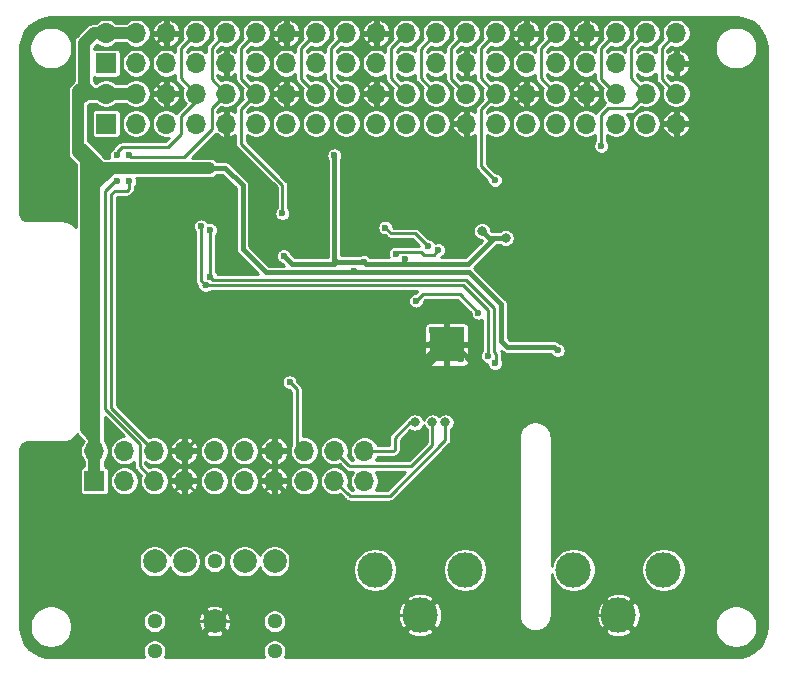
<source format=gbr>
G04 #@! TF.GenerationSoftware,KiCad,Pcbnew,5.1.7-a382d34a8~88~ubuntu18.04.1*
G04 #@! TF.CreationDate,2021-03-11T03:45:44+01:00*
G04 #@! TF.ProjectId,zynthiandac,7a796e74-6869-4616-9e64-61632e6b6963,rev?*
G04 #@! TF.SameCoordinates,Original*
G04 #@! TF.FileFunction,Copper,L2,Bot*
G04 #@! TF.FilePolarity,Positive*
%FSLAX46Y46*%
G04 Gerber Fmt 4.6, Leading zero omitted, Abs format (unit mm)*
G04 Created by KiCad (PCBNEW 5.1.7-a382d34a8~88~ubuntu18.04.1) date 2021-03-11 03:45:44*
%MOMM*%
%LPD*%
G01*
G04 APERTURE LIST*
G04 #@! TA.AperFunction,ComponentPad*
%ADD10C,2.000000*%
G04 #@! TD*
G04 #@! TA.AperFunction,ComponentPad*
%ADD11C,1.280000*%
G04 #@! TD*
G04 #@! TA.AperFunction,ComponentPad*
%ADD12R,3.000000X3.000000*%
G04 #@! TD*
G04 #@! TA.AperFunction,ComponentPad*
%ADD13R,1.700000X1.700000*%
G04 #@! TD*
G04 #@! TA.AperFunction,ComponentPad*
%ADD14O,1.700000X1.700000*%
G04 #@! TD*
G04 #@! TA.AperFunction,ComponentPad*
%ADD15C,3.000000*%
G04 #@! TD*
G04 #@! TA.AperFunction,ViaPad*
%ADD16C,0.600000*%
G04 #@! TD*
G04 #@! TA.AperFunction,ViaPad*
%ADD17C,0.800000*%
G04 #@! TD*
G04 #@! TA.AperFunction,Conductor*
%ADD18C,0.400000*%
G04 #@! TD*
G04 #@! TA.AperFunction,Conductor*
%ADD19C,0.250000*%
G04 #@! TD*
G04 #@! TA.AperFunction,Conductor*
%ADD20C,0.300000*%
G04 #@! TD*
G04 #@! TA.AperFunction,Conductor*
%ADD21C,0.700000*%
G04 #@! TD*
G04 #@! TA.AperFunction,Conductor*
%ADD22C,1.000000*%
G04 #@! TD*
G04 #@! TA.AperFunction,Conductor*
%ADD23C,0.100000*%
G04 #@! TD*
G04 APERTURE END LIST*
D10*
G04 #@! TO.P,J3,G*
G04 #@! TO.N,GND*
X28850000Y-63530000D03*
G04 #@! TO.P,J3,SN*
G04 #@! TO.N,Net-(J3-PadSN)*
X26310000Y-58450000D03*
G04 #@! TO.P,J3,S*
G04 #@! TO.N,inr+*
X23770000Y-58450000D03*
G04 #@! TO.P,J3,T*
G04 #@! TO.N,Net-(J3-PadT)*
X31390000Y-58450000D03*
G04 #@! TO.P,J3,TN*
G04 #@! TO.N,inl+*
X33930000Y-58450000D03*
D11*
G04 #@! TO.P,J3,*
G04 #@! TO.N,*
X28850000Y-58450000D03*
X33930000Y-63530000D03*
X33930000Y-66070000D03*
X23770000Y-63530000D03*
X23770000Y-66070000D03*
G04 #@! TD*
D12*
G04 #@! TO.P,U6,33*
G04 #@! TO.N,GND*
X48500000Y-40100000D03*
G04 #@! TD*
D13*
G04 #@! TO.P,J2,1*
G04 #@! TO.N,5v*
X18680000Y-51650000D03*
D14*
G04 #@! TO.P,J2,2*
X18680000Y-49110000D03*
G04 #@! TO.P,J2,3*
G04 #@! TO.N,sda*
X21220000Y-51650000D03*
G04 #@! TO.P,J2,4*
G04 #@! TO.N,scl*
X21220000Y-49110000D03*
G04 #@! TO.P,J2,5*
G04 #@! TO.N,gpio14*
X23760000Y-51650000D03*
G04 #@! TO.P,J2,6*
G04 #@! TO.N,gpio15*
X23760000Y-49110000D03*
G04 #@! TO.P,J2,7*
G04 #@! TO.N,GND*
X26300000Y-51650000D03*
G04 #@! TO.P,J2,8*
X26300000Y-49110000D03*
G04 #@! TO.P,J2,9*
G04 #@! TO.N,inr+*
X28840000Y-51650000D03*
G04 #@! TO.P,J2,10*
G04 #@! TO.N,inr-*
X28840000Y-49110000D03*
G04 #@! TO.P,J2,11*
G04 #@! TO.N,inl+*
X31380000Y-51650000D03*
G04 #@! TO.P,J2,12*
G04 #@! TO.N,inl-*
X31380000Y-49110000D03*
G04 #@! TO.P,J2,13*
G04 #@! TO.N,GND*
X33920000Y-51650000D03*
G04 #@! TO.P,J2,14*
X33920000Y-49110000D03*
G04 #@! TO.P,J2,15*
G04 #@! TO.N,Net-(J2-Pad15)*
X36460000Y-51650000D03*
G04 #@! TO.P,J2,16*
G04 #@! TO.N,micbias*
X36460000Y-49110000D03*
G04 #@! TO.P,J2,17*
G04 #@! TO.N,outr+*
X39000000Y-51650000D03*
G04 #@! TO.P,J2,18*
G04 #@! TO.N,outr-*
X39000000Y-49110000D03*
G04 #@! TO.P,J2,19*
G04 #@! TO.N,outl+*
X41540000Y-51650000D03*
G04 #@! TO.P,J2,20*
G04 #@! TO.N,outl-*
X41540000Y-49110000D03*
G04 #@! TD*
D13*
G04 #@! TO.P,J1,1*
G04 #@! TO.N,Net-(J1-Pad1)*
X19680000Y-21400000D03*
D14*
G04 #@! TO.P,J1,2*
G04 #@! TO.N,5v*
X19680000Y-18860000D03*
G04 #@! TO.P,J1,3*
G04 #@! TO.N,sda*
X22220000Y-21400000D03*
G04 #@! TO.P,J1,4*
G04 #@! TO.N,5v*
X22220000Y-18860000D03*
G04 #@! TO.P,J1,5*
G04 #@! TO.N,scl*
X24760000Y-21400000D03*
G04 #@! TO.P,J1,6*
G04 #@! TO.N,GND*
X24760000Y-18860000D03*
G04 #@! TO.P,J1,7*
G04 #@! TO.N,Net-(J1-Pad7)*
X27300000Y-21400000D03*
G04 #@! TO.P,J1,8*
G04 #@! TO.N,gpio14*
X27300000Y-18860000D03*
G04 #@! TO.P,J1,9*
G04 #@! TO.N,GND*
X29840000Y-21400000D03*
G04 #@! TO.P,J1,10*
G04 #@! TO.N,gpio15*
X29840000Y-18860000D03*
G04 #@! TO.P,J1,11*
G04 #@! TO.N,Net-(J1-Pad11)*
X32380000Y-21400000D03*
G04 #@! TO.P,J1,12*
G04 #@! TO.N,Net-(J1-Pad12)*
X32380000Y-18860000D03*
G04 #@! TO.P,J1,13*
G04 #@! TO.N,Net-(J1-Pad13)*
X34920000Y-21400000D03*
G04 #@! TO.P,J1,14*
G04 #@! TO.N,GND*
X34920000Y-18860000D03*
G04 #@! TO.P,J1,15*
G04 #@! TO.N,Net-(J1-Pad15)*
X37460000Y-21400000D03*
G04 #@! TO.P,J1,16*
G04 #@! TO.N,Net-(J1-Pad16)*
X37460000Y-18860000D03*
G04 #@! TO.P,J1,17*
G04 #@! TO.N,Net-(J1-Pad17)*
X40000000Y-21400000D03*
G04 #@! TO.P,J1,18*
G04 #@! TO.N,Net-(J1-Pad18)*
X40000000Y-18860000D03*
G04 #@! TO.P,J1,19*
G04 #@! TO.N,Net-(J1-Pad19)*
X42540000Y-21400000D03*
G04 #@! TO.P,J1,20*
G04 #@! TO.N,GND*
X42540000Y-18860000D03*
G04 #@! TO.P,J1,21*
G04 #@! TO.N,Net-(J1-Pad21)*
X45080000Y-21400000D03*
G04 #@! TO.P,J1,22*
G04 #@! TO.N,Net-(J1-Pad22)*
X45080000Y-18860000D03*
G04 #@! TO.P,J1,23*
G04 #@! TO.N,Net-(J1-Pad23)*
X47620000Y-21400000D03*
G04 #@! TO.P,J1,24*
G04 #@! TO.N,Net-(J1-Pad24)*
X47620000Y-18860000D03*
G04 #@! TO.P,J1,25*
G04 #@! TO.N,GND*
X50160000Y-21400000D03*
G04 #@! TO.P,J1,26*
G04 #@! TO.N,Net-(J1-Pad26)*
X50160000Y-18860000D03*
G04 #@! TO.P,J1,27*
G04 #@! TO.N,ID_SD*
X52700000Y-21400000D03*
G04 #@! TO.P,J1,28*
G04 #@! TO.N,ID_SC*
X52700000Y-18860000D03*
G04 #@! TO.P,J1,29*
G04 #@! TO.N,Net-(J1-Pad29)*
X55240000Y-21400000D03*
G04 #@! TO.P,J1,30*
G04 #@! TO.N,GND*
X55240000Y-18860000D03*
G04 #@! TO.P,J1,31*
G04 #@! TO.N,Net-(J1-Pad31)*
X57780000Y-21400000D03*
G04 #@! TO.P,J1,32*
G04 #@! TO.N,Net-(J1-Pad32)*
X57780000Y-18860000D03*
G04 #@! TO.P,J1,33*
G04 #@! TO.N,Net-(J1-Pad33)*
X60320000Y-21400000D03*
G04 #@! TO.P,J1,34*
G04 #@! TO.N,GND*
X60320000Y-18860000D03*
G04 #@! TO.P,J1,35*
G04 #@! TO.N,Net-(J1-Pad35)*
X62860000Y-21400000D03*
G04 #@! TO.P,J1,36*
G04 #@! TO.N,Net-(J1-Pad36)*
X62860000Y-18860000D03*
G04 #@! TO.P,J1,37*
G04 #@! TO.N,Net-(J1-Pad37)*
X65400000Y-21400000D03*
G04 #@! TO.P,J1,38*
G04 #@! TO.N,Net-(J1-Pad38)*
X65400000Y-18860000D03*
G04 #@! TO.P,J1,39*
G04 #@! TO.N,GND*
X67940000Y-21400000D03*
G04 #@! TO.P,J1,40*
G04 #@! TO.N,Net-(J1-Pad40)*
X67940000Y-18860000D03*
G04 #@! TD*
D15*
G04 #@! TO.P,J4,G*
G04 #@! TO.N,GND*
X46250000Y-63000000D03*
G04 #@! TO.P,J4,S*
G04 #@! TO.N,outl+*
X42440000Y-59190000D03*
G04 #@! TO.P,J4,T*
X50060000Y-59190000D03*
G04 #@! TD*
G04 #@! TO.P,J5,T*
G04 #@! TO.N,outr+*
X66860000Y-59190000D03*
G04 #@! TO.P,J5,S*
X59240000Y-59190000D03*
G04 #@! TO.P,J5,G*
G04 #@! TO.N,GND*
X63050000Y-63000000D03*
G04 #@! TD*
D13*
G04 #@! TO.P,J6,1*
G04 #@! TO.N,Net-(J1-Pad1)*
X19680000Y-16280000D03*
D14*
G04 #@! TO.P,J6,2*
G04 #@! TO.N,5v*
X19680000Y-13740000D03*
G04 #@! TO.P,J6,3*
G04 #@! TO.N,sda*
X22220000Y-16280000D03*
G04 #@! TO.P,J6,4*
G04 #@! TO.N,5v*
X22220000Y-13740000D03*
G04 #@! TO.P,J6,5*
G04 #@! TO.N,scl*
X24760000Y-16280000D03*
G04 #@! TO.P,J6,6*
G04 #@! TO.N,GND*
X24760000Y-13740000D03*
G04 #@! TO.P,J6,7*
G04 #@! TO.N,Net-(J1-Pad7)*
X27300000Y-16280000D03*
G04 #@! TO.P,J6,8*
G04 #@! TO.N,gpio14*
X27300000Y-13740000D03*
G04 #@! TO.P,J6,9*
G04 #@! TO.N,GND*
X29840000Y-16280000D03*
G04 #@! TO.P,J6,10*
G04 #@! TO.N,gpio15*
X29840000Y-13740000D03*
G04 #@! TO.P,J6,11*
G04 #@! TO.N,Net-(J1-Pad11)*
X32380000Y-16280000D03*
G04 #@! TO.P,J6,12*
G04 #@! TO.N,Net-(J1-Pad12)*
X32380000Y-13740000D03*
G04 #@! TO.P,J6,13*
G04 #@! TO.N,Net-(J1-Pad13)*
X34920000Y-16280000D03*
G04 #@! TO.P,J6,14*
G04 #@! TO.N,GND*
X34920000Y-13740000D03*
G04 #@! TO.P,J6,15*
G04 #@! TO.N,Net-(J1-Pad15)*
X37460000Y-16280000D03*
G04 #@! TO.P,J6,16*
G04 #@! TO.N,Net-(J1-Pad16)*
X37460000Y-13740000D03*
G04 #@! TO.P,J6,17*
G04 #@! TO.N,Net-(J1-Pad17)*
X40000000Y-16280000D03*
G04 #@! TO.P,J6,18*
G04 #@! TO.N,Net-(J1-Pad18)*
X40000000Y-13740000D03*
G04 #@! TO.P,J6,19*
G04 #@! TO.N,Net-(J1-Pad19)*
X42540000Y-16280000D03*
G04 #@! TO.P,J6,20*
G04 #@! TO.N,GND*
X42540000Y-13740000D03*
G04 #@! TO.P,J6,21*
G04 #@! TO.N,Net-(J1-Pad21)*
X45080000Y-16280000D03*
G04 #@! TO.P,J6,22*
G04 #@! TO.N,Net-(J1-Pad22)*
X45080000Y-13740000D03*
G04 #@! TO.P,J6,23*
G04 #@! TO.N,Net-(J1-Pad23)*
X47620000Y-16280000D03*
G04 #@! TO.P,J6,24*
G04 #@! TO.N,Net-(J1-Pad24)*
X47620000Y-13740000D03*
G04 #@! TO.P,J6,25*
G04 #@! TO.N,GND*
X50160000Y-16280000D03*
G04 #@! TO.P,J6,26*
G04 #@! TO.N,Net-(J1-Pad26)*
X50160000Y-13740000D03*
G04 #@! TO.P,J6,27*
G04 #@! TO.N,ID_SD*
X52700000Y-16280000D03*
G04 #@! TO.P,J6,28*
G04 #@! TO.N,ID_SC*
X52700000Y-13740000D03*
G04 #@! TO.P,J6,29*
G04 #@! TO.N,Net-(J1-Pad29)*
X55240000Y-16280000D03*
G04 #@! TO.P,J6,30*
G04 #@! TO.N,GND*
X55240000Y-13740000D03*
G04 #@! TO.P,J6,31*
G04 #@! TO.N,Net-(J1-Pad31)*
X57780000Y-16280000D03*
G04 #@! TO.P,J6,32*
G04 #@! TO.N,Net-(J1-Pad32)*
X57780000Y-13740000D03*
G04 #@! TO.P,J6,33*
G04 #@! TO.N,Net-(J1-Pad33)*
X60320000Y-16280000D03*
G04 #@! TO.P,J6,34*
G04 #@! TO.N,GND*
X60320000Y-13740000D03*
G04 #@! TO.P,J6,35*
G04 #@! TO.N,Net-(J1-Pad35)*
X62860000Y-16280000D03*
G04 #@! TO.P,J6,36*
G04 #@! TO.N,Net-(J1-Pad36)*
X62860000Y-13740000D03*
G04 #@! TO.P,J6,37*
G04 #@! TO.N,Net-(J1-Pad37)*
X65400000Y-16280000D03*
G04 #@! TO.P,J6,38*
G04 #@! TO.N,Net-(J1-Pad38)*
X65400000Y-13740000D03*
G04 #@! TO.P,J6,39*
G04 #@! TO.N,GND*
X67940000Y-16280000D03*
G04 #@! TO.P,J6,40*
G04 #@! TO.N,Net-(J1-Pad40)*
X67940000Y-13740000D03*
G04 #@! TD*
D16*
G04 #@! TO.N,5v*
X57900000Y-40600000D03*
X40700000Y-33900000D03*
G04 #@! TO.N,GND*
X47300000Y-40100000D03*
X49700000Y-40100000D03*
X49700000Y-41300000D03*
X48500000Y-41300000D03*
X47300000Y-41300000D03*
X48500000Y-38900000D03*
X49700000Y-38900000D03*
X47300000Y-38900000D03*
D17*
X30100000Y-47700000D03*
X30600000Y-40100000D03*
D16*
X29800001Y-36399999D03*
X30700000Y-33500000D03*
X24800000Y-35100000D03*
D17*
X43000000Y-45500000D03*
X42400000Y-38100000D03*
D16*
X45200000Y-49400000D03*
X47800000Y-50000000D03*
X60000000Y-41800000D03*
X53800000Y-41800000D03*
X43600000Y-51400000D03*
X66600000Y-28700000D03*
X22000000Y-27900000D03*
X58400000Y-38700000D03*
X67000000Y-25000000D03*
X55300000Y-24100000D03*
X58400000Y-27200000D03*
X61700000Y-30500000D03*
X30100000Y-54300000D03*
X58200000Y-50700000D03*
X37800000Y-47200000D03*
X37700000Y-53700000D03*
X37200000Y-31200000D03*
X32300000Y-27600000D03*
X29900000Y-29400000D03*
X24100000Y-41800000D03*
X36185000Y-40815000D03*
X14400000Y-21700000D03*
D17*
X40400000Y-26100000D03*
X40800000Y-31000000D03*
D16*
X37500000Y-27000000D03*
X42500000Y-26200000D03*
X43300000Y-31300000D03*
X41300000Y-22500000D03*
X41300000Y-24600000D03*
D17*
X53500000Y-34300000D03*
X58400000Y-34600000D03*
D16*
X49600000Y-30200000D03*
X14400000Y-27500000D03*
X22000000Y-30800000D03*
X43600000Y-55600000D03*
X39300000Y-56000000D03*
G04 #@! TO.N,DVDD*
X34700000Y-32600000D03*
X41500000Y-33100000D03*
X39000000Y-24100000D03*
X45000000Y-32900000D03*
D17*
X53500000Y-31100000D03*
X51500000Y-30500000D03*
G04 #@! TO.N,outl-*
X45800000Y-46700000D03*
D16*
G04 #@! TO.N,micbias*
X35200000Y-43300000D03*
D17*
G04 #@! TO.N,outr-*
X47300000Y-46700000D03*
G04 #@! TO.N,outr+*
X48400000Y-46700000D03*
D16*
G04 #@! TO.N,sda*
X52600000Y-41700000D03*
X28500000Y-34400000D03*
X28500000Y-30400000D03*
G04 #@! TO.N,scl*
X28100000Y-35100000D03*
X27700000Y-30100000D03*
X52000000Y-41100000D03*
G04 #@! TO.N,gpio14*
X20600000Y-26300000D03*
X20600000Y-24100000D03*
G04 #@! TO.N,gpio15*
X21600000Y-24100000D03*
X21600000Y-26300000D03*
G04 #@! TO.N,Net-(J1-Pad12)*
X34600000Y-29000000D03*
G04 #@! TO.N,ID_SC*
X52600000Y-26200000D03*
G04 #@! TO.N,Net-(J1-Pad38)*
X61600000Y-23300000D03*
G04 #@! TO.N,Net-(R1-Pad1)*
X51200000Y-37400000D03*
X45900000Y-36400000D03*
G04 #@! TO.N,Net-(R21-Pad2)*
X44200000Y-32400000D03*
X47800000Y-32100000D03*
G04 #@! TO.N,Net-(R27-Pad2)*
X46900000Y-31800000D03*
X43300000Y-30200000D03*
G04 #@! TD*
D18*
G04 #@! TO.N,5v*
X21240000Y-25160000D02*
X19460000Y-25160000D01*
X18660000Y-50340000D02*
X18660000Y-51620000D01*
X28400000Y-25160000D02*
X21240000Y-25160000D01*
X18660000Y-49080000D02*
X18660000Y-50340000D01*
D19*
X18680000Y-51650000D02*
X18680000Y-49110000D01*
D20*
X18680000Y-49110000D02*
X18680000Y-24380000D01*
X18680000Y-24380000D02*
X18600000Y-24300000D01*
D18*
X18600000Y-24300000D02*
X17800000Y-23500000D01*
X19460000Y-25160000D02*
X19300000Y-25000000D01*
D21*
X17800000Y-23500000D02*
X19300000Y-25000000D01*
D18*
X19300000Y-25000000D02*
X18600000Y-24300000D01*
X31225010Y-32025010D02*
X31225010Y-26625010D01*
X33200000Y-34000000D02*
X31225010Y-32025010D01*
X29760000Y-25160000D02*
X28400000Y-25160000D01*
X31225010Y-26625010D02*
X29760000Y-25160000D01*
X40400000Y-34000000D02*
X33200000Y-34000000D01*
X40600000Y-34000000D02*
X40700000Y-33900000D01*
X40400000Y-34000000D02*
X40600000Y-34000000D01*
X57600000Y-40300000D02*
X57900000Y-40600000D01*
X53600000Y-40300000D02*
X57600000Y-40300000D01*
X53100000Y-36700000D02*
X53100000Y-39800000D01*
X40400000Y-34000000D02*
X50400000Y-34000000D01*
X53100000Y-39800000D02*
X53600000Y-40300000D01*
X50400000Y-34000000D02*
X53100000Y-36700000D01*
D21*
X19140000Y-25160000D02*
X18680000Y-25620000D01*
X18680000Y-25620000D02*
X18680000Y-51650000D01*
X28400000Y-25160000D02*
X19140000Y-25160000D01*
D22*
X17300000Y-23800000D02*
X17300000Y-19500000D01*
X18700000Y-25160000D02*
X18680000Y-25180000D01*
X22220000Y-13740000D02*
X19680000Y-13740000D01*
X19680000Y-13740000D02*
X18660000Y-13740000D01*
X18660000Y-13740000D02*
X17800000Y-14600000D01*
X18477919Y-18860000D02*
X19680000Y-18860000D01*
X17800000Y-14600000D02*
X17800000Y-18182081D01*
X17800000Y-18182081D02*
X18477919Y-18860000D01*
X19680000Y-18860000D02*
X22220000Y-18860000D01*
X17940000Y-18860000D02*
X17300000Y-19500000D01*
X19680000Y-18860000D02*
X17940000Y-18860000D01*
X17300000Y-18682081D02*
X17800000Y-18182081D01*
X17300000Y-19500000D02*
X17300000Y-18682081D01*
X18680000Y-49110000D02*
X18680000Y-47980000D01*
X18680000Y-47980000D02*
X18000000Y-47300000D01*
X18000000Y-24500000D02*
X17950000Y-24450000D01*
X18000000Y-47300000D02*
X18000000Y-24500000D01*
X18680000Y-25180000D02*
X17950000Y-24450000D01*
X17950000Y-24450000D02*
X17300000Y-23800000D01*
X20140000Y-25160000D02*
X18680000Y-26620000D01*
X18680000Y-26620000D02*
X18680000Y-25180000D01*
X25240000Y-25160000D02*
X18700000Y-25160000D01*
X25240000Y-25160000D02*
X20140000Y-25160000D01*
X18680000Y-51650000D02*
X18680000Y-26620000D01*
X28400000Y-25160000D02*
X25240000Y-25160000D01*
D19*
G04 #@! TO.N,GND*
X26300000Y-49110000D02*
X27710000Y-47700000D01*
X27710000Y-47700000D02*
X30100000Y-47700000D01*
X30600000Y-37199998D02*
X29800001Y-36399999D01*
X30600000Y-40100000D02*
X30600000Y-37199998D01*
X24760000Y-13740000D02*
X23500000Y-15000000D01*
X23500000Y-17600000D02*
X24760000Y-18860000D01*
X23500000Y-15000000D02*
X23500000Y-17600000D01*
X34920000Y-13740000D02*
X33700000Y-14960000D01*
X33700000Y-17640000D02*
X34920000Y-18860000D01*
X33700000Y-14960000D02*
X33700000Y-17640000D01*
X42540000Y-13740000D02*
X41300000Y-14980000D01*
X41300000Y-17620000D02*
X42540000Y-18860000D01*
X41300000Y-14980000D02*
X41300000Y-17620000D01*
X54064999Y-14915001D02*
X54064999Y-14935001D01*
X55240000Y-13740000D02*
X54064999Y-14915001D01*
X54064999Y-14935001D02*
X54000000Y-15000000D01*
X54000000Y-17620000D02*
X55240000Y-18860000D01*
X54000000Y-15000000D02*
X54000000Y-17620000D01*
X60320000Y-13740000D02*
X59100000Y-14960000D01*
X59100000Y-17640000D02*
X60320000Y-18860000D01*
X59100000Y-14960000D02*
X59100000Y-17640000D01*
X26099999Y-36399999D02*
X29800001Y-36399999D01*
X24800000Y-35100000D02*
X26099999Y-36399999D01*
X26300000Y-49110000D02*
X26300000Y-51650000D01*
X26888998Y-63530000D02*
X28850000Y-63530000D01*
X22444999Y-59086001D02*
X26888998Y-63530000D01*
X26300000Y-51650000D02*
X22444999Y-55505001D01*
X22444999Y-55505001D02*
X22444999Y-59086001D01*
X30811002Y-63530000D02*
X28850000Y-63530000D01*
X33920000Y-51650000D02*
X35255001Y-52985001D01*
X35255001Y-52985001D02*
X35255001Y-59086001D01*
X63050000Y-63000000D02*
X59400000Y-63000000D01*
X59400000Y-63000000D02*
X57000000Y-65400000D01*
X48650000Y-65400000D02*
X46250000Y-63000000D01*
X57000000Y-65400000D02*
X48650000Y-65400000D01*
X36900000Y-63000000D02*
X34120501Y-60220501D01*
X46250000Y-63000000D02*
X36900000Y-63000000D01*
X35255001Y-59086001D02*
X34120501Y-60220501D01*
X34120501Y-60220501D02*
X30811002Y-63530000D01*
D18*
X28400000Y-27700000D02*
X30000000Y-27700000D01*
X30500000Y-33300000D02*
X30700000Y-33500000D01*
X30000000Y-27700000D02*
X30500000Y-28200000D01*
D22*
X48500000Y-40100000D02*
X48400000Y-40100000D01*
X48400000Y-40100000D02*
X43000000Y-45500000D01*
D18*
X43000000Y-38700000D02*
X43000000Y-45500000D01*
X42400000Y-38100000D02*
X43000000Y-38700000D01*
X47800000Y-50000000D02*
X44100000Y-53700000D01*
X35970000Y-53700000D02*
X33920000Y-51650000D01*
X44100000Y-53700000D02*
X35970000Y-53700000D01*
D19*
X60000000Y-41800000D02*
X53800000Y-41800000D01*
D18*
X48500000Y-40100000D02*
X49100000Y-40100000D01*
X49100000Y-40100000D02*
X51500000Y-42500000D01*
X53100000Y-42500000D02*
X53800000Y-41800000D01*
X51500000Y-42500000D02*
X53100000Y-42500000D01*
D19*
X49800000Y-21400000D02*
X50160000Y-21400000D01*
X66600000Y-28700000D02*
X66600000Y-25900000D01*
D18*
X28200000Y-27900000D02*
X28400000Y-27700000D01*
X22000000Y-27900000D02*
X28200000Y-27900000D01*
X60000000Y-40300000D02*
X60000000Y-41800000D01*
X58400000Y-38700000D02*
X60000000Y-40300000D01*
X58400000Y-34600000D02*
X58400000Y-38700000D01*
X66600000Y-28700000D02*
X66600000Y-29500000D01*
X61500000Y-34600000D02*
X58400000Y-34600000D01*
X66600000Y-29500000D02*
X61500000Y-34600000D01*
X66350000Y-25650000D02*
X67000000Y-25000000D01*
D19*
X66600000Y-25900000D02*
X66350000Y-25650000D01*
D20*
X55240000Y-18860000D02*
X54000000Y-20100000D01*
X54000000Y-20100000D02*
X54000000Y-22800000D01*
X54000000Y-22800000D02*
X55300000Y-24100000D01*
X55300000Y-24100000D02*
X58400000Y-27200000D01*
X58400000Y-27200000D02*
X61700000Y-30500000D01*
D19*
X26300000Y-51650000D02*
X28950000Y-54300000D01*
X28950000Y-54300000D02*
X30100000Y-54300000D01*
X31270000Y-54300000D02*
X30100000Y-54300000D01*
X33920000Y-51650000D02*
X31270000Y-54300000D01*
X60000000Y-41800000D02*
X60000000Y-48900000D01*
X60000000Y-48900000D02*
X58200000Y-50700000D01*
X67940000Y-24060000D02*
X67000000Y-25000000D01*
X67940000Y-21400000D02*
X67940000Y-24060000D01*
X29900000Y-29400000D02*
X30500000Y-29400000D01*
D18*
X30500000Y-28200000D02*
X30500000Y-29400000D01*
X30500000Y-29400000D02*
X30500000Y-33300000D01*
D19*
X40400000Y-26100000D02*
X40400000Y-30500000D01*
X40400000Y-30500000D02*
X40800000Y-30900000D01*
X40800000Y-30900000D02*
X40800000Y-31000000D01*
X37200000Y-27300000D02*
X37200000Y-31200000D01*
X37500000Y-27000000D02*
X37200000Y-27300000D01*
X41300000Y-22500000D02*
X41300000Y-24600000D01*
X42500000Y-30500000D02*
X43300000Y-31300000D01*
X42500000Y-26200000D02*
X42500000Y-30500000D01*
D18*
X58100001Y-34300001D02*
X58400000Y-34600000D01*
X53500000Y-34300000D02*
X58100001Y-34300001D01*
D19*
X58400000Y-27200000D02*
X52600000Y-27200000D01*
X52600000Y-27200000D02*
X49600000Y-30200000D01*
D18*
G04 #@! TO.N,DVDD*
X34700000Y-32600000D02*
X35400000Y-33300000D01*
X35400000Y-33300000D02*
X35700000Y-33300000D01*
X35700000Y-33300000D02*
X39000000Y-33300000D01*
X39200000Y-33100000D02*
X39000000Y-32900000D01*
X41500000Y-33100000D02*
X39200000Y-33100000D01*
X39000000Y-33300000D02*
X39000000Y-32900000D01*
X39000000Y-32900000D02*
X39000000Y-24100000D01*
X41500000Y-33100000D02*
X41700000Y-33300000D01*
D19*
X45000000Y-32900000D02*
X45000000Y-33300000D01*
D18*
X41700000Y-33300000D02*
X45000000Y-33300000D01*
X53500000Y-31100000D02*
X52500000Y-31100000D01*
X50300000Y-33300000D02*
X45000000Y-33300000D01*
X52500000Y-31100000D02*
X50300000Y-33300000D01*
X52500000Y-31100000D02*
X52100000Y-31100000D01*
X52100000Y-31100000D02*
X51500000Y-30500000D01*
D19*
G04 #@! TO.N,outl-*
X41540000Y-49110000D02*
X43990000Y-49110000D01*
X43990000Y-49110000D02*
X44100000Y-49000000D01*
X44100000Y-49000000D02*
X44100000Y-48000000D01*
X45400000Y-46700000D02*
X45800000Y-46700000D01*
X44100000Y-48000000D02*
X45400000Y-46700000D01*
G04 #@! TO.N,micbias*
X36460000Y-49110000D02*
X36310000Y-49110000D01*
X36310000Y-49110000D02*
X35800000Y-48600000D01*
X35800000Y-48600000D02*
X35800000Y-43900000D01*
X35800000Y-43900000D02*
X35200000Y-43300000D01*
G04 #@! TO.N,outr-*
X40175001Y-50285001D02*
X40185001Y-50285001D01*
X39000000Y-49110000D02*
X40175001Y-50285001D01*
X40185001Y-50285001D02*
X40300000Y-50400000D01*
X40300000Y-50400000D02*
X45500000Y-50400000D01*
X47300000Y-48600000D02*
X47300000Y-46700000D01*
X45500000Y-50400000D02*
X47300000Y-48600000D01*
G04 #@! TO.N,outr+*
X39000000Y-51650000D02*
X40150000Y-52800000D01*
X40150000Y-52800000D02*
X40200000Y-52800000D01*
X40200000Y-52800000D02*
X40225001Y-52825001D01*
X40225001Y-52825001D02*
X40300000Y-52900000D01*
X40300000Y-52900000D02*
X43700000Y-52900000D01*
X43700000Y-52900000D02*
X48400000Y-48200000D01*
X48400000Y-48200000D02*
X48400000Y-46700000D01*
G04 #@! TO.N,sda*
X28500000Y-30400000D02*
X28500000Y-34400000D01*
X52700000Y-41600000D02*
X52600000Y-41700000D01*
X52500000Y-40700000D02*
X52700000Y-40900000D01*
X52500000Y-37000000D02*
X52500000Y-40700000D01*
X28749990Y-34649990D02*
X50149990Y-34649990D01*
X52700000Y-40900000D02*
X52700000Y-41600000D01*
X28500000Y-34400000D02*
X28749990Y-34649990D01*
X50149990Y-34649990D02*
X52500000Y-37000000D01*
G04 #@! TO.N,scl*
X28100000Y-35100000D02*
X27900000Y-35100000D01*
X28100000Y-35100000D02*
X27700000Y-34700000D01*
X27700000Y-34700000D02*
X27700000Y-30100000D01*
X52000000Y-37200000D02*
X52000000Y-41100000D01*
X28100000Y-35100000D02*
X49900000Y-35100000D01*
X49900000Y-35100000D02*
X52000000Y-37200000D01*
G04 #@! TO.N,gpio14*
X27300000Y-13740000D02*
X26000000Y-15040000D01*
X26000000Y-17560000D02*
X27300000Y-18860000D01*
X26000000Y-15040000D02*
X26000000Y-17560000D01*
X23760000Y-51650000D02*
X22500000Y-50390000D01*
X22500000Y-50390000D02*
X22500000Y-48500000D01*
X22500000Y-48500000D02*
X19600000Y-45600000D01*
X19600000Y-45600000D02*
X19600000Y-33300000D01*
X19600000Y-33300000D02*
X19600000Y-27100000D01*
X19600000Y-27100000D02*
X20400000Y-26300000D01*
X20400000Y-26300000D02*
X20600000Y-26300000D01*
X27300000Y-19500000D02*
X27300000Y-18860000D01*
X26000000Y-20800000D02*
X27300000Y-19500000D01*
X26000000Y-22300000D02*
X26000000Y-20800000D01*
X20600000Y-24100000D02*
X20600000Y-23800000D01*
X20600000Y-23800000D02*
X21000000Y-23400000D01*
X24900000Y-23400000D02*
X26000000Y-22300000D01*
X21000000Y-23400000D02*
X24900000Y-23400000D01*
G04 #@! TO.N,gpio15*
X29840000Y-13740000D02*
X28600000Y-14980000D01*
X28600000Y-17620000D02*
X29840000Y-18860000D01*
X28600000Y-14980000D02*
X28600000Y-17620000D01*
X29840000Y-18860000D02*
X28600000Y-20100000D01*
X28600000Y-20100000D02*
X28600000Y-21900000D01*
X28600000Y-21900000D02*
X26300000Y-24200000D01*
X26300000Y-24200000D02*
X21700000Y-24200000D01*
X21700000Y-24200000D02*
X21600000Y-24100000D01*
X20100000Y-45450000D02*
X23760000Y-49110000D01*
X20400000Y-27100000D02*
X20100000Y-27400000D01*
X21400000Y-27100000D02*
X20400000Y-27100000D01*
X20100000Y-27400000D02*
X20100000Y-45450000D01*
X21600000Y-26300000D02*
X21600000Y-26900000D01*
X21600000Y-26900000D02*
X21400000Y-27100000D01*
G04 #@! TO.N,Net-(J1-Pad12)*
X32380000Y-13740000D02*
X31120000Y-15000000D01*
X31120000Y-17600000D02*
X32380000Y-18860000D01*
X31120000Y-15000000D02*
X31120000Y-17600000D01*
X34600000Y-26600000D02*
X34600000Y-29000000D01*
X31100000Y-23100000D02*
X34600000Y-26600000D01*
X32380000Y-18860000D02*
X31100000Y-20140000D01*
X31100000Y-20140000D02*
X31100000Y-23100000D01*
G04 #@! TO.N,Net-(J1-Pad16)*
X37460000Y-13740000D02*
X36200000Y-15000000D01*
X36200000Y-17600000D02*
X37460000Y-18860000D01*
X36200000Y-15000000D02*
X36200000Y-17600000D01*
G04 #@! TO.N,Net-(J1-Pad18)*
X40000000Y-13740000D02*
X38740000Y-15000000D01*
X38740000Y-17600000D02*
X40000000Y-18860000D01*
X38740000Y-15000000D02*
X38740000Y-17600000D01*
G04 #@! TO.N,Net-(J1-Pad22)*
X43904999Y-14915001D02*
X43884999Y-14915001D01*
X45080000Y-13740000D02*
X43904999Y-14915001D01*
X43884999Y-14915001D02*
X43800000Y-15000000D01*
X43800000Y-17580000D02*
X45080000Y-18860000D01*
X43800000Y-15000000D02*
X43800000Y-17580000D01*
G04 #@! TO.N,Net-(J1-Pad24)*
X47620000Y-13740000D02*
X46300000Y-15060000D01*
X46300000Y-17540000D02*
X47620000Y-18860000D01*
X46300000Y-15060000D02*
X46300000Y-17540000D01*
G04 #@! TO.N,Net-(J1-Pad26)*
X50160000Y-13740000D02*
X48900000Y-15000000D01*
X48900000Y-17600000D02*
X50160000Y-18860000D01*
X48900000Y-15000000D02*
X48900000Y-17600000D01*
G04 #@! TO.N,ID_SC*
X52700000Y-13740000D02*
X51400000Y-15040000D01*
X51400000Y-17560000D02*
X52700000Y-18860000D01*
X51400000Y-15040000D02*
X51400000Y-17560000D01*
X52700000Y-18860000D02*
X51400000Y-20160000D01*
X51400000Y-20160000D02*
X51400000Y-25000000D01*
X51400000Y-25000000D02*
X52600000Y-26200000D01*
G04 #@! TO.N,Net-(J1-Pad32)*
X56500000Y-17580000D02*
X57780000Y-18860000D01*
X57780000Y-13740000D02*
X56500000Y-15020000D01*
X56500000Y-15020000D02*
X56500000Y-17580000D01*
G04 #@! TO.N,Net-(J1-Pad36)*
X62860000Y-13740000D02*
X61600000Y-15000000D01*
X61600000Y-17600000D02*
X62860000Y-18860000D01*
X61600000Y-15000000D02*
X61600000Y-17600000D01*
G04 #@! TO.N,Net-(J1-Pad38)*
X65400000Y-13740000D02*
X64100000Y-15040000D01*
X64100000Y-17560000D02*
X65400000Y-18860000D01*
X64100000Y-15040000D02*
X64100000Y-17560000D01*
X65400000Y-18860000D02*
X64160000Y-20100000D01*
X64160000Y-20100000D02*
X62200000Y-20100000D01*
X62200000Y-20100000D02*
X61600000Y-20700000D01*
X61600000Y-20700000D02*
X61600000Y-23300000D01*
G04 #@! TO.N,Net-(J1-Pad40)*
X66700000Y-17620000D02*
X67940000Y-18860000D01*
X67940000Y-13740000D02*
X66700000Y-14980000D01*
X66700000Y-14980000D02*
X66700000Y-17620000D01*
G04 #@! TO.N,Net-(R1-Pad1)*
X51200000Y-37400000D02*
X49600000Y-35800000D01*
X49600000Y-35800000D02*
X47400000Y-35800000D01*
X47400000Y-35800000D02*
X46500000Y-35800000D01*
X46500000Y-35800000D02*
X45900000Y-36400000D01*
G04 #@! TO.N,Net-(R21-Pad2)*
X44200000Y-32400000D02*
X44300000Y-32400000D01*
X44425001Y-32274999D02*
X46374999Y-32274999D01*
X44300000Y-32400000D02*
X44425001Y-32274999D01*
X46374999Y-32274999D02*
X46600000Y-32500000D01*
X46600000Y-32500000D02*
X47400000Y-32500000D01*
X47400000Y-32500000D02*
X47800000Y-32100000D01*
G04 #@! TO.N,Net-(R27-Pad2)*
X46900000Y-31800000D02*
X45800000Y-30700000D01*
X45800000Y-30700000D02*
X43800000Y-30700000D01*
X43800000Y-30700000D02*
X43300000Y-30200000D01*
G04 #@! TD*
G04 #@! TO.N,GND*
X73504636Y-12451399D02*
X73990055Y-12597955D01*
X74437754Y-12836000D01*
X74830699Y-13156479D01*
X75153907Y-13547170D01*
X75395076Y-13993204D01*
X75545016Y-14477581D01*
X75600000Y-15000712D01*
X75600000Y-15000820D01*
X75600001Y-63980426D01*
X75548601Y-64504637D01*
X75402046Y-64990053D01*
X75163998Y-65437757D01*
X74843522Y-65830698D01*
X74452830Y-66153907D01*
X74006795Y-66395077D01*
X73522419Y-66545016D01*
X72999288Y-66600000D01*
X34796595Y-66600000D01*
X34829481Y-66550783D01*
X34905994Y-66366065D01*
X34945000Y-66169969D01*
X34945000Y-65970031D01*
X34905994Y-65773935D01*
X34829481Y-65589217D01*
X34718402Y-65422975D01*
X34577025Y-65281598D01*
X34410783Y-65170519D01*
X34226065Y-65094006D01*
X34029969Y-65055000D01*
X33830031Y-65055000D01*
X33633935Y-65094006D01*
X33449217Y-65170519D01*
X33282975Y-65281598D01*
X33141598Y-65422975D01*
X33030519Y-65589217D01*
X32954006Y-65773935D01*
X32915000Y-65970031D01*
X32915000Y-66169969D01*
X32954006Y-66366065D01*
X33030519Y-66550783D01*
X33063405Y-66600000D01*
X24636595Y-66600000D01*
X24669481Y-66550783D01*
X24745994Y-66366065D01*
X24785000Y-66169969D01*
X24785000Y-65970031D01*
X24745994Y-65773935D01*
X24669481Y-65589217D01*
X24558402Y-65422975D01*
X24417025Y-65281598D01*
X24250783Y-65170519D01*
X24066065Y-65094006D01*
X23869969Y-65055000D01*
X23670031Y-65055000D01*
X23473935Y-65094006D01*
X23289217Y-65170519D01*
X23122975Y-65281598D01*
X22981598Y-65422975D01*
X22870519Y-65589217D01*
X22794006Y-65773935D01*
X22755000Y-65970031D01*
X22755000Y-66169969D01*
X22794006Y-66366065D01*
X22870519Y-66550783D01*
X22903405Y-66600000D01*
X15019564Y-66600000D01*
X14495363Y-66548601D01*
X14009947Y-66402046D01*
X13562243Y-66163998D01*
X13169302Y-65843522D01*
X12846093Y-65452830D01*
X12604923Y-65006795D01*
X12454984Y-64522419D01*
X12400000Y-63999288D01*
X12400000Y-63821609D01*
X13188764Y-63821609D01*
X13188764Y-64178391D01*
X13258369Y-64528318D01*
X13394903Y-64857942D01*
X13593121Y-65154596D01*
X13845404Y-65406879D01*
X14142058Y-65605097D01*
X14471682Y-65741631D01*
X14821609Y-65811236D01*
X15178391Y-65811236D01*
X15528318Y-65741631D01*
X15857942Y-65605097D01*
X16154596Y-65406879D01*
X16406879Y-65154596D01*
X16605097Y-64857942D01*
X16741631Y-64528318D01*
X16811236Y-64178391D01*
X16811236Y-63821609D01*
X16741631Y-63471682D01*
X16724379Y-63430031D01*
X22755000Y-63430031D01*
X22755000Y-63629969D01*
X22794006Y-63826065D01*
X22870519Y-64010783D01*
X22981598Y-64177025D01*
X23122975Y-64318402D01*
X23289217Y-64429481D01*
X23473935Y-64505994D01*
X23670031Y-64545000D01*
X23869969Y-64545000D01*
X23971651Y-64524774D01*
X28032003Y-64524774D01*
X28142342Y-64716670D01*
X28387448Y-64831926D01*
X28650329Y-64897149D01*
X28920883Y-64909834D01*
X29188714Y-64869492D01*
X29443527Y-64777674D01*
X29557658Y-64716670D01*
X29667997Y-64524774D01*
X28850000Y-63706777D01*
X28032003Y-64524774D01*
X23971651Y-64524774D01*
X24066065Y-64505994D01*
X24250783Y-64429481D01*
X24417025Y-64318402D01*
X24558402Y-64177025D01*
X24669481Y-64010783D01*
X24745994Y-63826065D01*
X24785000Y-63629969D01*
X24785000Y-63600883D01*
X27470166Y-63600883D01*
X27510508Y-63868714D01*
X27602326Y-64123527D01*
X27663330Y-64237658D01*
X27855226Y-64347997D01*
X28673223Y-63530000D01*
X29026777Y-63530000D01*
X29844774Y-64347997D01*
X30036670Y-64237658D01*
X30151926Y-63992552D01*
X30217149Y-63729671D01*
X30229834Y-63459117D01*
X30225453Y-63430031D01*
X32915000Y-63430031D01*
X32915000Y-63629969D01*
X32954006Y-63826065D01*
X33030519Y-64010783D01*
X33141598Y-64177025D01*
X33282975Y-64318402D01*
X33449217Y-64429481D01*
X33633935Y-64505994D01*
X33830031Y-64545000D01*
X34029969Y-64545000D01*
X34226065Y-64505994D01*
X34410783Y-64429481D01*
X34527867Y-64351248D01*
X45075529Y-64351248D01*
X45246137Y-64594361D01*
X45576470Y-64759569D01*
X45932687Y-64857159D01*
X46301097Y-64883379D01*
X46667544Y-64837222D01*
X47017945Y-64720462D01*
X47253863Y-64594361D01*
X47424471Y-64351248D01*
X46250000Y-63176777D01*
X45075529Y-64351248D01*
X34527867Y-64351248D01*
X34577025Y-64318402D01*
X34718402Y-64177025D01*
X34829481Y-64010783D01*
X34905994Y-63826065D01*
X34945000Y-63629969D01*
X34945000Y-63430031D01*
X34905994Y-63233935D01*
X34830260Y-63051097D01*
X44366621Y-63051097D01*
X44412778Y-63417544D01*
X44529538Y-63767945D01*
X44655639Y-64003863D01*
X44898752Y-64174471D01*
X46073223Y-63000000D01*
X46426777Y-63000000D01*
X47601248Y-64174471D01*
X47844361Y-64003863D01*
X48009569Y-63673530D01*
X48107159Y-63317313D01*
X48128344Y-63019646D01*
X54600000Y-63019646D01*
X54602006Y-63040013D01*
X54602006Y-63052995D01*
X54602590Y-63058550D01*
X54624345Y-63252499D01*
X54631882Y-63287956D01*
X54638925Y-63323526D01*
X54640576Y-63328861D01*
X54699589Y-63514892D01*
X54713873Y-63548219D01*
X54727686Y-63581731D01*
X54730341Y-63586640D01*
X54730343Y-63586645D01*
X54730346Y-63586649D01*
X54824365Y-63757669D01*
X54844836Y-63787566D01*
X54864909Y-63817778D01*
X54868469Y-63822082D01*
X54993919Y-63971588D01*
X55019836Y-63996968D01*
X55045368Y-64022679D01*
X55049696Y-64026209D01*
X55201796Y-64148500D01*
X55232147Y-64168361D01*
X55262186Y-64188623D01*
X55267117Y-64191245D01*
X55440073Y-64281665D01*
X55473682Y-64295244D01*
X55507111Y-64309296D01*
X55512458Y-64310910D01*
X55699683Y-64366013D01*
X55735285Y-64372804D01*
X55770806Y-64380096D01*
X55776365Y-64380641D01*
X55970726Y-64398330D01*
X56006981Y-64398077D01*
X56043235Y-64398330D01*
X56048794Y-64397785D01*
X56242890Y-64377384D01*
X56278398Y-64370095D01*
X56314014Y-64363301D01*
X56319359Y-64361687D01*
X56319365Y-64361685D01*
X56353081Y-64351248D01*
X61875529Y-64351248D01*
X62046137Y-64594361D01*
X62376470Y-64759569D01*
X62732687Y-64857159D01*
X63101097Y-64883379D01*
X63467544Y-64837222D01*
X63817945Y-64720462D01*
X64053863Y-64594361D01*
X64224471Y-64351248D01*
X63050000Y-63176777D01*
X61875529Y-64351248D01*
X56353081Y-64351248D01*
X56505799Y-64303974D01*
X56539196Y-64289936D01*
X56572834Y-64276345D01*
X56577765Y-64273723D01*
X56749442Y-64180898D01*
X56779506Y-64160620D01*
X56809835Y-64140773D01*
X56814163Y-64137243D01*
X56964541Y-64012839D01*
X56990088Y-63987113D01*
X57015989Y-63961749D01*
X57019549Y-63957446D01*
X57142899Y-63806204D01*
X57162958Y-63776012D01*
X57183444Y-63746093D01*
X57186100Y-63741180D01*
X57277725Y-63568858D01*
X57291532Y-63535360D01*
X57305822Y-63502018D01*
X57307474Y-63496683D01*
X57363883Y-63309846D01*
X57370925Y-63274283D01*
X57378462Y-63238822D01*
X57379046Y-63233268D01*
X57396908Y-63051097D01*
X61166621Y-63051097D01*
X61212778Y-63417544D01*
X61329538Y-63767945D01*
X61455639Y-64003863D01*
X61698752Y-64174471D01*
X62873223Y-63000000D01*
X63226777Y-63000000D01*
X64401248Y-64174471D01*
X64644361Y-64003863D01*
X64735510Y-63821609D01*
X71188764Y-63821609D01*
X71188764Y-64178391D01*
X71258369Y-64528318D01*
X71394903Y-64857942D01*
X71593121Y-65154596D01*
X71845404Y-65406879D01*
X72142058Y-65605097D01*
X72471682Y-65741631D01*
X72821609Y-65811236D01*
X73178391Y-65811236D01*
X73528318Y-65741631D01*
X73857942Y-65605097D01*
X74154596Y-65406879D01*
X74406879Y-65154596D01*
X74605097Y-64857942D01*
X74741631Y-64528318D01*
X74811236Y-64178391D01*
X74811236Y-63821609D01*
X74741631Y-63471682D01*
X74605097Y-63142058D01*
X74406879Y-62845404D01*
X74154596Y-62593121D01*
X73857942Y-62394903D01*
X73528318Y-62258369D01*
X73178391Y-62188764D01*
X72821609Y-62188764D01*
X72471682Y-62258369D01*
X72142058Y-62394903D01*
X71845404Y-62593121D01*
X71593121Y-62845404D01*
X71394903Y-63142058D01*
X71258369Y-63471682D01*
X71188764Y-63821609D01*
X64735510Y-63821609D01*
X64809569Y-63673530D01*
X64907159Y-63317313D01*
X64933379Y-62948903D01*
X64887222Y-62582456D01*
X64770462Y-62232055D01*
X64644361Y-61996137D01*
X64401248Y-61825529D01*
X63226777Y-63000000D01*
X62873223Y-63000000D01*
X61698752Y-61825529D01*
X61455639Y-61996137D01*
X61290431Y-62326470D01*
X61192841Y-62682687D01*
X61166621Y-63051097D01*
X57396908Y-63051097D01*
X57398091Y-63039034D01*
X57398091Y-63039030D01*
X57400000Y-63019647D01*
X57400000Y-61648752D01*
X61875529Y-61648752D01*
X63050000Y-62823223D01*
X64224471Y-61648752D01*
X64053863Y-61405639D01*
X63723530Y-61240431D01*
X63367313Y-61142841D01*
X62998903Y-61116621D01*
X62632456Y-61162778D01*
X62282055Y-61279538D01*
X62046137Y-61405639D01*
X61875529Y-61648752D01*
X57400000Y-61648752D01*
X57400000Y-59550626D01*
X57437056Y-59736917D01*
X57578397Y-60078145D01*
X57783593Y-60385243D01*
X58044757Y-60646407D01*
X58351855Y-60851603D01*
X58693083Y-60992944D01*
X59055329Y-61065000D01*
X59424671Y-61065000D01*
X59786917Y-60992944D01*
X60128145Y-60851603D01*
X60435243Y-60646407D01*
X60696407Y-60385243D01*
X60901603Y-60078145D01*
X61042944Y-59736917D01*
X61115000Y-59374671D01*
X61115000Y-59005329D01*
X64985000Y-59005329D01*
X64985000Y-59374671D01*
X65057056Y-59736917D01*
X65198397Y-60078145D01*
X65403593Y-60385243D01*
X65664757Y-60646407D01*
X65971855Y-60851603D01*
X66313083Y-60992944D01*
X66675329Y-61065000D01*
X67044671Y-61065000D01*
X67406917Y-60992944D01*
X67748145Y-60851603D01*
X68055243Y-60646407D01*
X68316407Y-60385243D01*
X68521603Y-60078145D01*
X68662944Y-59736917D01*
X68735000Y-59374671D01*
X68735000Y-59005329D01*
X68662944Y-58643083D01*
X68521603Y-58301855D01*
X68316407Y-57994757D01*
X68055243Y-57733593D01*
X67748145Y-57528397D01*
X67406917Y-57387056D01*
X67044671Y-57315000D01*
X66675329Y-57315000D01*
X66313083Y-57387056D01*
X65971855Y-57528397D01*
X65664757Y-57733593D01*
X65403593Y-57994757D01*
X65198397Y-58301855D01*
X65057056Y-58643083D01*
X64985000Y-59005329D01*
X61115000Y-59005329D01*
X61042944Y-58643083D01*
X60901603Y-58301855D01*
X60696407Y-57994757D01*
X60435243Y-57733593D01*
X60128145Y-57528397D01*
X59786917Y-57387056D01*
X59424671Y-57315000D01*
X59055329Y-57315000D01*
X58693083Y-57387056D01*
X58351855Y-57528397D01*
X58044757Y-57733593D01*
X57783593Y-57994757D01*
X57578397Y-58301855D01*
X57437056Y-58643083D01*
X57400000Y-58829374D01*
X57400000Y-47980353D01*
X57397994Y-47959986D01*
X57397994Y-47947005D01*
X57397410Y-47941450D01*
X57375655Y-47747500D01*
X57368117Y-47712036D01*
X57361075Y-47676474D01*
X57359424Y-47671139D01*
X57300411Y-47485109D01*
X57286133Y-47451795D01*
X57272314Y-47418269D01*
X57269658Y-47413356D01*
X57175635Y-47242331D01*
X57155164Y-47212434D01*
X57135091Y-47182222D01*
X57131531Y-47177919D01*
X57131530Y-47177917D01*
X57131526Y-47177913D01*
X57006081Y-47028412D01*
X56980164Y-47003032D01*
X56954632Y-46977321D01*
X56950304Y-46973791D01*
X56798204Y-46851500D01*
X56767868Y-46831649D01*
X56737814Y-46811377D01*
X56732882Y-46808755D01*
X56559927Y-46718335D01*
X56526318Y-46704756D01*
X56492889Y-46690704D01*
X56487542Y-46689090D01*
X56300316Y-46633987D01*
X56264722Y-46627197D01*
X56229194Y-46619904D01*
X56223635Y-46619359D01*
X56029273Y-46601670D01*
X55993019Y-46601923D01*
X55956765Y-46601670D01*
X55951206Y-46602215D01*
X55757109Y-46622616D01*
X55721588Y-46629908D01*
X55685986Y-46636699D01*
X55680643Y-46638313D01*
X55680637Y-46638314D01*
X55680631Y-46638316D01*
X55494201Y-46696026D01*
X55460821Y-46710058D01*
X55427166Y-46723655D01*
X55422235Y-46726277D01*
X55250558Y-46819102D01*
X55220494Y-46839380D01*
X55190165Y-46859227D01*
X55185837Y-46862757D01*
X55035459Y-46987161D01*
X55009912Y-47012887D01*
X54984011Y-47038251D01*
X54980451Y-47042554D01*
X54857101Y-47193796D01*
X54837054Y-47223970D01*
X54816556Y-47253906D01*
X54813900Y-47258819D01*
X54722275Y-47431142D01*
X54708468Y-47464640D01*
X54694178Y-47497982D01*
X54692526Y-47503317D01*
X54636117Y-47690153D01*
X54629071Y-47725738D01*
X54621538Y-47761178D01*
X54620954Y-47766733D01*
X54601909Y-47960966D01*
X54601909Y-47960981D01*
X54600001Y-47980353D01*
X54600000Y-63019646D01*
X48128344Y-63019646D01*
X48133379Y-62948903D01*
X48087222Y-62582456D01*
X47970462Y-62232055D01*
X47844361Y-61996137D01*
X47601248Y-61825529D01*
X46426777Y-63000000D01*
X46073223Y-63000000D01*
X44898752Y-61825529D01*
X44655639Y-61996137D01*
X44490431Y-62326470D01*
X44392841Y-62682687D01*
X44366621Y-63051097D01*
X34830260Y-63051097D01*
X34829481Y-63049217D01*
X34718402Y-62882975D01*
X34577025Y-62741598D01*
X34410783Y-62630519D01*
X34226065Y-62554006D01*
X34029969Y-62515000D01*
X33830031Y-62515000D01*
X33633935Y-62554006D01*
X33449217Y-62630519D01*
X33282975Y-62741598D01*
X33141598Y-62882975D01*
X33030519Y-63049217D01*
X32954006Y-63233935D01*
X32915000Y-63430031D01*
X30225453Y-63430031D01*
X30189492Y-63191286D01*
X30097674Y-62936473D01*
X30036670Y-62822342D01*
X29844774Y-62712003D01*
X29026777Y-63530000D01*
X28673223Y-63530000D01*
X27855226Y-62712003D01*
X27663330Y-62822342D01*
X27548074Y-63067448D01*
X27482851Y-63330329D01*
X27470166Y-63600883D01*
X24785000Y-63600883D01*
X24785000Y-63430031D01*
X24745994Y-63233935D01*
X24669481Y-63049217D01*
X24558402Y-62882975D01*
X24417025Y-62741598D01*
X24250783Y-62630519D01*
X24066065Y-62554006D01*
X23971652Y-62535226D01*
X28032003Y-62535226D01*
X28850000Y-63353223D01*
X29667997Y-62535226D01*
X29557658Y-62343330D01*
X29312552Y-62228074D01*
X29049671Y-62162851D01*
X28779117Y-62150166D01*
X28511286Y-62190508D01*
X28256473Y-62282326D01*
X28142342Y-62343330D01*
X28032003Y-62535226D01*
X23971652Y-62535226D01*
X23869969Y-62515000D01*
X23670031Y-62515000D01*
X23473935Y-62554006D01*
X23289217Y-62630519D01*
X23122975Y-62741598D01*
X22981598Y-62882975D01*
X22870519Y-63049217D01*
X22794006Y-63233935D01*
X22755000Y-63430031D01*
X16724379Y-63430031D01*
X16605097Y-63142058D01*
X16406879Y-62845404D01*
X16154596Y-62593121D01*
X15857942Y-62394903D01*
X15528318Y-62258369D01*
X15178391Y-62188764D01*
X14821609Y-62188764D01*
X14471682Y-62258369D01*
X14142058Y-62394903D01*
X13845404Y-62593121D01*
X13593121Y-62845404D01*
X13394903Y-63142058D01*
X13258369Y-63471682D01*
X13188764Y-63821609D01*
X12400000Y-63821609D01*
X12400000Y-61648752D01*
X45075529Y-61648752D01*
X46250000Y-62823223D01*
X47424471Y-61648752D01*
X47253863Y-61405639D01*
X46923530Y-61240431D01*
X46567313Y-61142841D01*
X46198903Y-61116621D01*
X45832456Y-61162778D01*
X45482055Y-61279538D01*
X45246137Y-61405639D01*
X45075529Y-61648752D01*
X12400000Y-61648752D01*
X12400000Y-58314574D01*
X22395000Y-58314574D01*
X22395000Y-58585426D01*
X22447841Y-58851073D01*
X22551491Y-59101307D01*
X22701968Y-59326511D01*
X22893489Y-59518032D01*
X23118693Y-59668509D01*
X23368927Y-59772159D01*
X23634574Y-59825000D01*
X23905426Y-59825000D01*
X24171073Y-59772159D01*
X24421307Y-59668509D01*
X24646511Y-59518032D01*
X24838032Y-59326511D01*
X24988509Y-59101307D01*
X25040000Y-58976996D01*
X25091491Y-59101307D01*
X25241968Y-59326511D01*
X25433489Y-59518032D01*
X25658693Y-59668509D01*
X25908927Y-59772159D01*
X26174574Y-59825000D01*
X26445426Y-59825000D01*
X26711073Y-59772159D01*
X26961307Y-59668509D01*
X27186511Y-59518032D01*
X27378032Y-59326511D01*
X27528509Y-59101307D01*
X27632159Y-58851073D01*
X27685000Y-58585426D01*
X27685000Y-58350031D01*
X27835000Y-58350031D01*
X27835000Y-58549969D01*
X27874006Y-58746065D01*
X27950519Y-58930783D01*
X28061598Y-59097025D01*
X28202975Y-59238402D01*
X28369217Y-59349481D01*
X28553935Y-59425994D01*
X28750031Y-59465000D01*
X28949969Y-59465000D01*
X29146065Y-59425994D01*
X29330783Y-59349481D01*
X29497025Y-59238402D01*
X29638402Y-59097025D01*
X29749481Y-58930783D01*
X29825994Y-58746065D01*
X29865000Y-58549969D01*
X29865000Y-58350031D01*
X29857948Y-58314574D01*
X30015000Y-58314574D01*
X30015000Y-58585426D01*
X30067841Y-58851073D01*
X30171491Y-59101307D01*
X30321968Y-59326511D01*
X30513489Y-59518032D01*
X30738693Y-59668509D01*
X30988927Y-59772159D01*
X31254574Y-59825000D01*
X31525426Y-59825000D01*
X31791073Y-59772159D01*
X32041307Y-59668509D01*
X32266511Y-59518032D01*
X32458032Y-59326511D01*
X32608509Y-59101307D01*
X32660000Y-58976996D01*
X32711491Y-59101307D01*
X32861968Y-59326511D01*
X33053489Y-59518032D01*
X33278693Y-59668509D01*
X33528927Y-59772159D01*
X33794574Y-59825000D01*
X34065426Y-59825000D01*
X34331073Y-59772159D01*
X34581307Y-59668509D01*
X34806511Y-59518032D01*
X34998032Y-59326511D01*
X35148509Y-59101307D01*
X35188264Y-59005329D01*
X40565000Y-59005329D01*
X40565000Y-59374671D01*
X40637056Y-59736917D01*
X40778397Y-60078145D01*
X40983593Y-60385243D01*
X41244757Y-60646407D01*
X41551855Y-60851603D01*
X41893083Y-60992944D01*
X42255329Y-61065000D01*
X42624671Y-61065000D01*
X42986917Y-60992944D01*
X43328145Y-60851603D01*
X43635243Y-60646407D01*
X43896407Y-60385243D01*
X44101603Y-60078145D01*
X44242944Y-59736917D01*
X44315000Y-59374671D01*
X44315000Y-59005329D01*
X48185000Y-59005329D01*
X48185000Y-59374671D01*
X48257056Y-59736917D01*
X48398397Y-60078145D01*
X48603593Y-60385243D01*
X48864757Y-60646407D01*
X49171855Y-60851603D01*
X49513083Y-60992944D01*
X49875329Y-61065000D01*
X50244671Y-61065000D01*
X50606917Y-60992944D01*
X50948145Y-60851603D01*
X51255243Y-60646407D01*
X51516407Y-60385243D01*
X51721603Y-60078145D01*
X51862944Y-59736917D01*
X51935000Y-59374671D01*
X51935000Y-59005329D01*
X51862944Y-58643083D01*
X51721603Y-58301855D01*
X51516407Y-57994757D01*
X51255243Y-57733593D01*
X50948145Y-57528397D01*
X50606917Y-57387056D01*
X50244671Y-57315000D01*
X49875329Y-57315000D01*
X49513083Y-57387056D01*
X49171855Y-57528397D01*
X48864757Y-57733593D01*
X48603593Y-57994757D01*
X48398397Y-58301855D01*
X48257056Y-58643083D01*
X48185000Y-59005329D01*
X44315000Y-59005329D01*
X44242944Y-58643083D01*
X44101603Y-58301855D01*
X43896407Y-57994757D01*
X43635243Y-57733593D01*
X43328145Y-57528397D01*
X42986917Y-57387056D01*
X42624671Y-57315000D01*
X42255329Y-57315000D01*
X41893083Y-57387056D01*
X41551855Y-57528397D01*
X41244757Y-57733593D01*
X40983593Y-57994757D01*
X40778397Y-58301855D01*
X40637056Y-58643083D01*
X40565000Y-59005329D01*
X35188264Y-59005329D01*
X35252159Y-58851073D01*
X35305000Y-58585426D01*
X35305000Y-58314574D01*
X35252159Y-58048927D01*
X35148509Y-57798693D01*
X34998032Y-57573489D01*
X34806511Y-57381968D01*
X34581307Y-57231491D01*
X34331073Y-57127841D01*
X34065426Y-57075000D01*
X33794574Y-57075000D01*
X33528927Y-57127841D01*
X33278693Y-57231491D01*
X33053489Y-57381968D01*
X32861968Y-57573489D01*
X32711491Y-57798693D01*
X32660000Y-57923004D01*
X32608509Y-57798693D01*
X32458032Y-57573489D01*
X32266511Y-57381968D01*
X32041307Y-57231491D01*
X31791073Y-57127841D01*
X31525426Y-57075000D01*
X31254574Y-57075000D01*
X30988927Y-57127841D01*
X30738693Y-57231491D01*
X30513489Y-57381968D01*
X30321968Y-57573489D01*
X30171491Y-57798693D01*
X30067841Y-58048927D01*
X30015000Y-58314574D01*
X29857948Y-58314574D01*
X29825994Y-58153935D01*
X29749481Y-57969217D01*
X29638402Y-57802975D01*
X29497025Y-57661598D01*
X29330783Y-57550519D01*
X29146065Y-57474006D01*
X28949969Y-57435000D01*
X28750031Y-57435000D01*
X28553935Y-57474006D01*
X28369217Y-57550519D01*
X28202975Y-57661598D01*
X28061598Y-57802975D01*
X27950519Y-57969217D01*
X27874006Y-58153935D01*
X27835000Y-58350031D01*
X27685000Y-58350031D01*
X27685000Y-58314574D01*
X27632159Y-58048927D01*
X27528509Y-57798693D01*
X27378032Y-57573489D01*
X27186511Y-57381968D01*
X26961307Y-57231491D01*
X26711073Y-57127841D01*
X26445426Y-57075000D01*
X26174574Y-57075000D01*
X25908927Y-57127841D01*
X25658693Y-57231491D01*
X25433489Y-57381968D01*
X25241968Y-57573489D01*
X25091491Y-57798693D01*
X25040000Y-57923004D01*
X24988509Y-57798693D01*
X24838032Y-57573489D01*
X24646511Y-57381968D01*
X24421307Y-57231491D01*
X24171073Y-57127841D01*
X23905426Y-57075000D01*
X23634574Y-57075000D01*
X23368927Y-57127841D01*
X23118693Y-57231491D01*
X22893489Y-57381968D01*
X22701968Y-57573489D01*
X22551491Y-57798693D01*
X22447841Y-58048927D01*
X22395000Y-58314574D01*
X12400000Y-58314574D01*
X12400000Y-49019565D01*
X12413309Y-48883833D01*
X12447047Y-48772087D01*
X12501843Y-48669029D01*
X12575620Y-48578570D01*
X12665556Y-48504168D01*
X12768236Y-48448650D01*
X12879735Y-48414135D01*
X13014214Y-48400000D01*
X16019647Y-48400000D01*
X16037042Y-48398287D01*
X16043235Y-48398330D01*
X16048794Y-48397785D01*
X16242890Y-48377384D01*
X16278398Y-48370095D01*
X16314014Y-48363301D01*
X16319359Y-48361687D01*
X16319365Y-48361685D01*
X16505799Y-48303974D01*
X16539196Y-48289936D01*
X16572834Y-48276345D01*
X16577765Y-48273723D01*
X16749442Y-48180898D01*
X16779506Y-48160620D01*
X16809835Y-48140773D01*
X16814163Y-48137243D01*
X16964541Y-48012839D01*
X16990088Y-47987113D01*
X17015989Y-47961749D01*
X17019549Y-47957446D01*
X17142899Y-47806204D01*
X17162958Y-47776012D01*
X17183444Y-47746093D01*
X17186100Y-47741180D01*
X17214807Y-47687190D01*
X17268944Y-47788475D01*
X17378288Y-47921712D01*
X17411680Y-47949116D01*
X17760076Y-48297513D01*
X17728481Y-48329108D01*
X17594419Y-48529745D01*
X17502076Y-48752681D01*
X17455000Y-48989348D01*
X17455000Y-49230652D01*
X17502076Y-49467319D01*
X17594419Y-49690255D01*
X17728481Y-49890892D01*
X17805000Y-49967411D01*
X17805000Y-50425648D01*
X17756487Y-50430426D01*
X17685800Y-50451869D01*
X17620653Y-50486691D01*
X17563552Y-50533552D01*
X17516691Y-50590653D01*
X17481869Y-50655800D01*
X17460426Y-50726487D01*
X17453186Y-50800000D01*
X17453186Y-52500000D01*
X17460426Y-52573513D01*
X17481869Y-52644200D01*
X17516691Y-52709347D01*
X17563552Y-52766448D01*
X17620653Y-52813309D01*
X17685800Y-52848131D01*
X17756487Y-52869574D01*
X17830000Y-52876814D01*
X19530000Y-52876814D01*
X19603513Y-52869574D01*
X19674200Y-52848131D01*
X19739347Y-52813309D01*
X19796448Y-52766448D01*
X19843309Y-52709347D01*
X19878131Y-52644200D01*
X19899574Y-52573513D01*
X19906814Y-52500000D01*
X19906814Y-51529348D01*
X19995000Y-51529348D01*
X19995000Y-51770652D01*
X20042076Y-52007319D01*
X20134419Y-52230255D01*
X20268481Y-52430892D01*
X20439108Y-52601519D01*
X20639745Y-52735581D01*
X20862681Y-52827924D01*
X21099348Y-52875000D01*
X21340652Y-52875000D01*
X21577319Y-52827924D01*
X21800255Y-52735581D01*
X22000892Y-52601519D01*
X22171519Y-52430892D01*
X22305581Y-52230255D01*
X22397924Y-52007319D01*
X22445000Y-51770652D01*
X22445000Y-51529348D01*
X22397924Y-51292681D01*
X22305581Y-51069745D01*
X22171519Y-50869108D01*
X22000892Y-50698481D01*
X21800255Y-50564419D01*
X21577319Y-50472076D01*
X21340652Y-50425000D01*
X21099348Y-50425000D01*
X20862681Y-50472076D01*
X20639745Y-50564419D01*
X20439108Y-50698481D01*
X20268481Y-50869108D01*
X20134419Y-51069745D01*
X20042076Y-51292681D01*
X19995000Y-51529348D01*
X19906814Y-51529348D01*
X19906814Y-50800000D01*
X19899574Y-50726487D01*
X19878131Y-50655800D01*
X19843309Y-50590653D01*
X19796448Y-50533552D01*
X19739347Y-50486691D01*
X19674200Y-50451869D01*
X19603513Y-50430426D01*
X19555000Y-50425648D01*
X19555000Y-49967411D01*
X19631519Y-49890892D01*
X19765581Y-49690255D01*
X19857924Y-49467319D01*
X19905000Y-49230652D01*
X19905000Y-48989348D01*
X19857924Y-48752681D01*
X19765581Y-48529745D01*
X19631519Y-48329108D01*
X19555000Y-48252589D01*
X19555000Y-48022978D01*
X19559233Y-47979999D01*
X19555000Y-47937020D01*
X19555000Y-46262105D01*
X21177894Y-47885000D01*
X21099348Y-47885000D01*
X20862681Y-47932076D01*
X20639745Y-48024419D01*
X20439108Y-48158481D01*
X20268481Y-48329108D01*
X20134419Y-48529745D01*
X20042076Y-48752681D01*
X19995000Y-48989348D01*
X19995000Y-49230652D01*
X20042076Y-49467319D01*
X20134419Y-49690255D01*
X20268481Y-49890892D01*
X20439108Y-50061519D01*
X20639745Y-50195581D01*
X20862681Y-50287924D01*
X21099348Y-50335000D01*
X21340652Y-50335000D01*
X21577319Y-50287924D01*
X21800255Y-50195581D01*
X22000000Y-50062115D01*
X22000000Y-50365440D01*
X21997581Y-50390000D01*
X22005062Y-50465951D01*
X22007235Y-50488016D01*
X22035825Y-50582266D01*
X22082254Y-50669129D01*
X22144736Y-50745264D01*
X22163824Y-50760929D01*
X22615319Y-51212425D01*
X22582076Y-51292681D01*
X22535000Y-51529348D01*
X22535000Y-51770652D01*
X22582076Y-52007319D01*
X22674419Y-52230255D01*
X22808481Y-52430892D01*
X22979108Y-52601519D01*
X23179745Y-52735581D01*
X23402681Y-52827924D01*
X23639348Y-52875000D01*
X23880652Y-52875000D01*
X24117319Y-52827924D01*
X24340255Y-52735581D01*
X24540892Y-52601519D01*
X24711519Y-52430892D01*
X24845581Y-52230255D01*
X24937924Y-52007319D01*
X24946521Y-51964094D01*
X25115945Y-51964094D01*
X25199973Y-52189056D01*
X25326274Y-52393303D01*
X25489995Y-52568985D01*
X25684844Y-52709351D01*
X25903333Y-52809007D01*
X25985907Y-52834049D01*
X26175000Y-52774323D01*
X26175000Y-51775000D01*
X26425000Y-51775000D01*
X26425000Y-52774323D01*
X26614093Y-52834049D01*
X26696667Y-52809007D01*
X26915156Y-52709351D01*
X27110005Y-52568985D01*
X27273726Y-52393303D01*
X27400027Y-52189056D01*
X27484055Y-51964094D01*
X27424862Y-51775000D01*
X26425000Y-51775000D01*
X26175000Y-51775000D01*
X25175138Y-51775000D01*
X25115945Y-51964094D01*
X24946521Y-51964094D01*
X24985000Y-51770652D01*
X24985000Y-51529348D01*
X27615000Y-51529348D01*
X27615000Y-51770652D01*
X27662076Y-52007319D01*
X27754419Y-52230255D01*
X27888481Y-52430892D01*
X28059108Y-52601519D01*
X28259745Y-52735581D01*
X28482681Y-52827924D01*
X28719348Y-52875000D01*
X28960652Y-52875000D01*
X29197319Y-52827924D01*
X29420255Y-52735581D01*
X29620892Y-52601519D01*
X29791519Y-52430892D01*
X29925581Y-52230255D01*
X30017924Y-52007319D01*
X30065000Y-51770652D01*
X30065000Y-51529348D01*
X30155000Y-51529348D01*
X30155000Y-51770652D01*
X30202076Y-52007319D01*
X30294419Y-52230255D01*
X30428481Y-52430892D01*
X30599108Y-52601519D01*
X30799745Y-52735581D01*
X31022681Y-52827924D01*
X31259348Y-52875000D01*
X31500652Y-52875000D01*
X31737319Y-52827924D01*
X31960255Y-52735581D01*
X32160892Y-52601519D01*
X32331519Y-52430892D01*
X32465581Y-52230255D01*
X32557924Y-52007319D01*
X32566521Y-51964094D01*
X32735945Y-51964094D01*
X32819973Y-52189056D01*
X32946274Y-52393303D01*
X33109995Y-52568985D01*
X33304844Y-52709351D01*
X33523333Y-52809007D01*
X33605907Y-52834049D01*
X33795000Y-52774323D01*
X33795000Y-51775000D01*
X34045000Y-51775000D01*
X34045000Y-52774323D01*
X34234093Y-52834049D01*
X34316667Y-52809007D01*
X34535156Y-52709351D01*
X34730005Y-52568985D01*
X34893726Y-52393303D01*
X35020027Y-52189056D01*
X35104055Y-51964094D01*
X35044862Y-51775000D01*
X34045000Y-51775000D01*
X33795000Y-51775000D01*
X32795138Y-51775000D01*
X32735945Y-51964094D01*
X32566521Y-51964094D01*
X32605000Y-51770652D01*
X32605000Y-51529348D01*
X35235000Y-51529348D01*
X35235000Y-51770652D01*
X35282076Y-52007319D01*
X35374419Y-52230255D01*
X35508481Y-52430892D01*
X35679108Y-52601519D01*
X35879745Y-52735581D01*
X36102681Y-52827924D01*
X36339348Y-52875000D01*
X36580652Y-52875000D01*
X36817319Y-52827924D01*
X37040255Y-52735581D01*
X37240892Y-52601519D01*
X37411519Y-52430892D01*
X37545581Y-52230255D01*
X37637924Y-52007319D01*
X37685000Y-51770652D01*
X37685000Y-51529348D01*
X37637924Y-51292681D01*
X37545581Y-51069745D01*
X37411519Y-50869108D01*
X37240892Y-50698481D01*
X37040255Y-50564419D01*
X36817319Y-50472076D01*
X36580652Y-50425000D01*
X36339348Y-50425000D01*
X36102681Y-50472076D01*
X35879745Y-50564419D01*
X35679108Y-50698481D01*
X35508481Y-50869108D01*
X35374419Y-51069745D01*
X35282076Y-51292681D01*
X35235000Y-51529348D01*
X32605000Y-51529348D01*
X32566522Y-51335906D01*
X32735945Y-51335906D01*
X32795138Y-51525000D01*
X33795000Y-51525000D01*
X33795000Y-50525677D01*
X34045000Y-50525677D01*
X34045000Y-51525000D01*
X35044862Y-51525000D01*
X35104055Y-51335906D01*
X35020027Y-51110944D01*
X34893726Y-50906697D01*
X34730005Y-50731015D01*
X34535156Y-50590649D01*
X34316667Y-50490993D01*
X34234093Y-50465951D01*
X34045000Y-50525677D01*
X33795000Y-50525677D01*
X33605907Y-50465951D01*
X33523333Y-50490993D01*
X33304844Y-50590649D01*
X33109995Y-50731015D01*
X32946274Y-50906697D01*
X32819973Y-51110944D01*
X32735945Y-51335906D01*
X32566522Y-51335906D01*
X32557924Y-51292681D01*
X32465581Y-51069745D01*
X32331519Y-50869108D01*
X32160892Y-50698481D01*
X31960255Y-50564419D01*
X31737319Y-50472076D01*
X31500652Y-50425000D01*
X31259348Y-50425000D01*
X31022681Y-50472076D01*
X30799745Y-50564419D01*
X30599108Y-50698481D01*
X30428481Y-50869108D01*
X30294419Y-51069745D01*
X30202076Y-51292681D01*
X30155000Y-51529348D01*
X30065000Y-51529348D01*
X30017924Y-51292681D01*
X29925581Y-51069745D01*
X29791519Y-50869108D01*
X29620892Y-50698481D01*
X29420255Y-50564419D01*
X29197319Y-50472076D01*
X28960652Y-50425000D01*
X28719348Y-50425000D01*
X28482681Y-50472076D01*
X28259745Y-50564419D01*
X28059108Y-50698481D01*
X27888481Y-50869108D01*
X27754419Y-51069745D01*
X27662076Y-51292681D01*
X27615000Y-51529348D01*
X24985000Y-51529348D01*
X24946522Y-51335906D01*
X25115945Y-51335906D01*
X25175138Y-51525000D01*
X26175000Y-51525000D01*
X26175000Y-50525677D01*
X26425000Y-50525677D01*
X26425000Y-51525000D01*
X27424862Y-51525000D01*
X27484055Y-51335906D01*
X27400027Y-51110944D01*
X27273726Y-50906697D01*
X27110005Y-50731015D01*
X26915156Y-50590649D01*
X26696667Y-50490993D01*
X26614093Y-50465951D01*
X26425000Y-50525677D01*
X26175000Y-50525677D01*
X25985907Y-50465951D01*
X25903333Y-50490993D01*
X25684844Y-50590649D01*
X25489995Y-50731015D01*
X25326274Y-50906697D01*
X25199973Y-51110944D01*
X25115945Y-51335906D01*
X24946522Y-51335906D01*
X24937924Y-51292681D01*
X24845581Y-51069745D01*
X24711519Y-50869108D01*
X24540892Y-50698481D01*
X24340255Y-50564419D01*
X24117319Y-50472076D01*
X23880652Y-50425000D01*
X23639348Y-50425000D01*
X23402681Y-50472076D01*
X23322425Y-50505319D01*
X23000000Y-50182895D01*
X23000000Y-50075479D01*
X23179745Y-50195581D01*
X23402681Y-50287924D01*
X23639348Y-50335000D01*
X23880652Y-50335000D01*
X24117319Y-50287924D01*
X24340255Y-50195581D01*
X24540892Y-50061519D01*
X24711519Y-49890892D01*
X24845581Y-49690255D01*
X24937924Y-49467319D01*
X24946521Y-49424094D01*
X25115945Y-49424094D01*
X25199973Y-49649056D01*
X25326274Y-49853303D01*
X25489995Y-50028985D01*
X25684844Y-50169351D01*
X25903333Y-50269007D01*
X25985907Y-50294049D01*
X26175000Y-50234323D01*
X26175000Y-49235000D01*
X26425000Y-49235000D01*
X26425000Y-50234323D01*
X26614093Y-50294049D01*
X26696667Y-50269007D01*
X26915156Y-50169351D01*
X27110005Y-50028985D01*
X27273726Y-49853303D01*
X27400027Y-49649056D01*
X27484055Y-49424094D01*
X27424862Y-49235000D01*
X26425000Y-49235000D01*
X26175000Y-49235000D01*
X25175138Y-49235000D01*
X25115945Y-49424094D01*
X24946521Y-49424094D01*
X24985000Y-49230652D01*
X24985000Y-48989348D01*
X27615000Y-48989348D01*
X27615000Y-49230652D01*
X27662076Y-49467319D01*
X27754419Y-49690255D01*
X27888481Y-49890892D01*
X28059108Y-50061519D01*
X28259745Y-50195581D01*
X28482681Y-50287924D01*
X28719348Y-50335000D01*
X28960652Y-50335000D01*
X29197319Y-50287924D01*
X29420255Y-50195581D01*
X29620892Y-50061519D01*
X29791519Y-49890892D01*
X29925581Y-49690255D01*
X30017924Y-49467319D01*
X30065000Y-49230652D01*
X30065000Y-48989348D01*
X30155000Y-48989348D01*
X30155000Y-49230652D01*
X30202076Y-49467319D01*
X30294419Y-49690255D01*
X30428481Y-49890892D01*
X30599108Y-50061519D01*
X30799745Y-50195581D01*
X31022681Y-50287924D01*
X31259348Y-50335000D01*
X31500652Y-50335000D01*
X31737319Y-50287924D01*
X31960255Y-50195581D01*
X32160892Y-50061519D01*
X32331519Y-49890892D01*
X32465581Y-49690255D01*
X32557924Y-49467319D01*
X32566521Y-49424094D01*
X32735945Y-49424094D01*
X32819973Y-49649056D01*
X32946274Y-49853303D01*
X33109995Y-50028985D01*
X33304844Y-50169351D01*
X33523333Y-50269007D01*
X33605907Y-50294049D01*
X33795000Y-50234323D01*
X33795000Y-49235000D01*
X34045000Y-49235000D01*
X34045000Y-50234323D01*
X34234093Y-50294049D01*
X34316667Y-50269007D01*
X34535156Y-50169351D01*
X34730005Y-50028985D01*
X34893726Y-49853303D01*
X35020027Y-49649056D01*
X35104055Y-49424094D01*
X35044862Y-49235000D01*
X34045000Y-49235000D01*
X33795000Y-49235000D01*
X32795138Y-49235000D01*
X32735945Y-49424094D01*
X32566521Y-49424094D01*
X32605000Y-49230652D01*
X32605000Y-48989348D01*
X32566522Y-48795906D01*
X32735945Y-48795906D01*
X32795138Y-48985000D01*
X33795000Y-48985000D01*
X33795000Y-47985677D01*
X34045000Y-47985677D01*
X34045000Y-48985000D01*
X35044862Y-48985000D01*
X35104055Y-48795906D01*
X35020027Y-48570944D01*
X34893726Y-48366697D01*
X34730005Y-48191015D01*
X34535156Y-48050649D01*
X34316667Y-47950993D01*
X34234093Y-47925951D01*
X34045000Y-47985677D01*
X33795000Y-47985677D01*
X33605907Y-47925951D01*
X33523333Y-47950993D01*
X33304844Y-48050649D01*
X33109995Y-48191015D01*
X32946274Y-48366697D01*
X32819973Y-48570944D01*
X32735945Y-48795906D01*
X32566522Y-48795906D01*
X32557924Y-48752681D01*
X32465581Y-48529745D01*
X32331519Y-48329108D01*
X32160892Y-48158481D01*
X31960255Y-48024419D01*
X31737319Y-47932076D01*
X31500652Y-47885000D01*
X31259348Y-47885000D01*
X31022681Y-47932076D01*
X30799745Y-48024419D01*
X30599108Y-48158481D01*
X30428481Y-48329108D01*
X30294419Y-48529745D01*
X30202076Y-48752681D01*
X30155000Y-48989348D01*
X30065000Y-48989348D01*
X30017924Y-48752681D01*
X29925581Y-48529745D01*
X29791519Y-48329108D01*
X29620892Y-48158481D01*
X29420255Y-48024419D01*
X29197319Y-47932076D01*
X28960652Y-47885000D01*
X28719348Y-47885000D01*
X28482681Y-47932076D01*
X28259745Y-48024419D01*
X28059108Y-48158481D01*
X27888481Y-48329108D01*
X27754419Y-48529745D01*
X27662076Y-48752681D01*
X27615000Y-48989348D01*
X24985000Y-48989348D01*
X24946522Y-48795906D01*
X25115945Y-48795906D01*
X25175138Y-48985000D01*
X26175000Y-48985000D01*
X26175000Y-47985677D01*
X26425000Y-47985677D01*
X26425000Y-48985000D01*
X27424862Y-48985000D01*
X27484055Y-48795906D01*
X27400027Y-48570944D01*
X27273726Y-48366697D01*
X27110005Y-48191015D01*
X26915156Y-48050649D01*
X26696667Y-47950993D01*
X26614093Y-47925951D01*
X26425000Y-47985677D01*
X26175000Y-47985677D01*
X25985907Y-47925951D01*
X25903333Y-47950993D01*
X25684844Y-48050649D01*
X25489995Y-48191015D01*
X25326274Y-48366697D01*
X25199973Y-48570944D01*
X25115945Y-48795906D01*
X24946522Y-48795906D01*
X24937924Y-48752681D01*
X24845581Y-48529745D01*
X24711519Y-48329108D01*
X24540892Y-48158481D01*
X24340255Y-48024419D01*
X24117319Y-47932076D01*
X23880652Y-47885000D01*
X23639348Y-47885000D01*
X23402681Y-47932076D01*
X23322425Y-47965319D01*
X20600000Y-45242895D01*
X20600000Y-43233518D01*
X34525000Y-43233518D01*
X34525000Y-43366482D01*
X34550940Y-43496890D01*
X34601823Y-43619732D01*
X34675693Y-43730287D01*
X34769713Y-43824307D01*
X34880268Y-43898177D01*
X35003110Y-43949060D01*
X35133518Y-43975000D01*
X35167894Y-43975000D01*
X35300001Y-44107107D01*
X35300000Y-48575440D01*
X35297581Y-48600000D01*
X35306752Y-48693109D01*
X35282076Y-48752681D01*
X35235000Y-48989348D01*
X35235000Y-49230652D01*
X35282076Y-49467319D01*
X35374419Y-49690255D01*
X35508481Y-49890892D01*
X35679108Y-50061519D01*
X35879745Y-50195581D01*
X36102681Y-50287924D01*
X36339348Y-50335000D01*
X36580652Y-50335000D01*
X36817319Y-50287924D01*
X37040255Y-50195581D01*
X37240892Y-50061519D01*
X37411519Y-49890892D01*
X37545581Y-49690255D01*
X37637924Y-49467319D01*
X37685000Y-49230652D01*
X37685000Y-48989348D01*
X37775000Y-48989348D01*
X37775000Y-49230652D01*
X37822076Y-49467319D01*
X37914419Y-49690255D01*
X38048481Y-49890892D01*
X38219108Y-50061519D01*
X38419745Y-50195581D01*
X38642681Y-50287924D01*
X38879348Y-50335000D01*
X39120652Y-50335000D01*
X39357319Y-50287924D01*
X39437575Y-50254681D01*
X39804080Y-50621187D01*
X39819737Y-50640265D01*
X39894589Y-50701694D01*
X39929071Y-50736176D01*
X39944736Y-50755264D01*
X40020871Y-50817746D01*
X40107733Y-50864175D01*
X40201983Y-50892765D01*
X40275440Y-50900000D01*
X40275441Y-50900000D01*
X40299999Y-50902419D01*
X40324557Y-50900000D01*
X40567840Y-50900000D01*
X40454419Y-51069745D01*
X40362076Y-51292681D01*
X40315000Y-51529348D01*
X40315000Y-51770652D01*
X40362076Y-52007319D01*
X40454419Y-52230255D01*
X40567840Y-52400000D01*
X40500753Y-52400000D01*
X40479129Y-52382254D01*
X40393695Y-52336588D01*
X40144681Y-52087575D01*
X40177924Y-52007319D01*
X40225000Y-51770652D01*
X40225000Y-51529348D01*
X40177924Y-51292681D01*
X40085581Y-51069745D01*
X39951519Y-50869108D01*
X39780892Y-50698481D01*
X39580255Y-50564419D01*
X39357319Y-50472076D01*
X39120652Y-50425000D01*
X38879348Y-50425000D01*
X38642681Y-50472076D01*
X38419745Y-50564419D01*
X38219108Y-50698481D01*
X38048481Y-50869108D01*
X37914419Y-51069745D01*
X37822076Y-51292681D01*
X37775000Y-51529348D01*
X37775000Y-51770652D01*
X37822076Y-52007319D01*
X37914419Y-52230255D01*
X38048481Y-52430892D01*
X38219108Y-52601519D01*
X38419745Y-52735581D01*
X38642681Y-52827924D01*
X38879348Y-52875000D01*
X39120652Y-52875000D01*
X39357319Y-52827924D01*
X39437575Y-52794681D01*
X39779079Y-53136186D01*
X39794736Y-53155264D01*
X39870871Y-53217746D01*
X39951599Y-53260896D01*
X40020871Y-53317746D01*
X40107733Y-53364175D01*
X40201983Y-53392765D01*
X40275440Y-53400000D01*
X40300000Y-53402419D01*
X40324560Y-53400000D01*
X43675440Y-53400000D01*
X43700000Y-53402419D01*
X43724560Y-53400000D01*
X43798017Y-53392765D01*
X43892267Y-53364175D01*
X43979129Y-53317746D01*
X44055264Y-53255264D01*
X44070929Y-53236176D01*
X48736187Y-48570920D01*
X48755264Y-48555264D01*
X48817746Y-48479129D01*
X48864175Y-48392267D01*
X48892765Y-48298017D01*
X48900000Y-48224560D01*
X48900000Y-48224559D01*
X48902419Y-48200000D01*
X48900000Y-48175440D01*
X48900000Y-47296016D01*
X49001982Y-47194034D01*
X49086796Y-47067100D01*
X49145217Y-46926059D01*
X49175000Y-46776331D01*
X49175000Y-46623669D01*
X49145217Y-46473941D01*
X49086796Y-46332900D01*
X49001982Y-46205966D01*
X48894034Y-46098018D01*
X48767100Y-46013204D01*
X48626059Y-45954783D01*
X48476331Y-45925000D01*
X48323669Y-45925000D01*
X48173941Y-45954783D01*
X48032900Y-46013204D01*
X47905966Y-46098018D01*
X47850000Y-46153984D01*
X47794034Y-46098018D01*
X47667100Y-46013204D01*
X47526059Y-45954783D01*
X47376331Y-45925000D01*
X47223669Y-45925000D01*
X47073941Y-45954783D01*
X46932900Y-46013204D01*
X46805966Y-46098018D01*
X46698018Y-46205966D01*
X46613204Y-46332900D01*
X46554783Y-46473941D01*
X46550000Y-46497987D01*
X46545217Y-46473941D01*
X46486796Y-46332900D01*
X46401982Y-46205966D01*
X46294034Y-46098018D01*
X46167100Y-46013204D01*
X46026059Y-45954783D01*
X45876331Y-45925000D01*
X45723669Y-45925000D01*
X45573941Y-45954783D01*
X45432900Y-46013204D01*
X45305966Y-46098018D01*
X45198018Y-46205966D01*
X45161585Y-46260492D01*
X45120871Y-46282254D01*
X45044736Y-46344736D01*
X45029080Y-46363813D01*
X43763819Y-47629076D01*
X43744737Y-47644736D01*
X43682255Y-47720871D01*
X43644350Y-47791786D01*
X43635826Y-47807733D01*
X43607235Y-47901983D01*
X43597581Y-48000000D01*
X43600001Y-48024570D01*
X43600000Y-48610000D01*
X42658824Y-48610000D01*
X42625581Y-48529745D01*
X42491519Y-48329108D01*
X42320892Y-48158481D01*
X42120255Y-48024419D01*
X41897319Y-47932076D01*
X41660652Y-47885000D01*
X41419348Y-47885000D01*
X41182681Y-47932076D01*
X40959745Y-48024419D01*
X40759108Y-48158481D01*
X40588481Y-48329108D01*
X40454419Y-48529745D01*
X40362076Y-48752681D01*
X40315000Y-48989348D01*
X40315000Y-49230652D01*
X40362076Y-49467319D01*
X40454419Y-49690255D01*
X40588481Y-49890892D01*
X40597589Y-49900000D01*
X40504030Y-49900000D01*
X40465423Y-49868316D01*
X40144681Y-49547575D01*
X40177924Y-49467319D01*
X40225000Y-49230652D01*
X40225000Y-48989348D01*
X40177924Y-48752681D01*
X40085581Y-48529745D01*
X39951519Y-48329108D01*
X39780892Y-48158481D01*
X39580255Y-48024419D01*
X39357319Y-47932076D01*
X39120652Y-47885000D01*
X38879348Y-47885000D01*
X38642681Y-47932076D01*
X38419745Y-48024419D01*
X38219108Y-48158481D01*
X38048481Y-48329108D01*
X37914419Y-48529745D01*
X37822076Y-48752681D01*
X37775000Y-48989348D01*
X37685000Y-48989348D01*
X37637924Y-48752681D01*
X37545581Y-48529745D01*
X37411519Y-48329108D01*
X37240892Y-48158481D01*
X37040255Y-48024419D01*
X36817319Y-47932076D01*
X36580652Y-47885000D01*
X36339348Y-47885000D01*
X36300000Y-47892827D01*
X36300000Y-43924557D01*
X36302419Y-43899999D01*
X36300000Y-43875440D01*
X36292765Y-43801983D01*
X36264175Y-43707733D01*
X36217746Y-43620871D01*
X36155264Y-43544736D01*
X36136181Y-43529075D01*
X35875000Y-43267894D01*
X35875000Y-43233518D01*
X35849060Y-43103110D01*
X35798177Y-42980268D01*
X35724307Y-42869713D01*
X35630287Y-42775693D01*
X35519732Y-42701823D01*
X35396890Y-42650940D01*
X35266482Y-42625000D01*
X35133518Y-42625000D01*
X35003110Y-42650940D01*
X34880268Y-42701823D01*
X34769713Y-42775693D01*
X34675693Y-42869713D01*
X34601823Y-42980268D01*
X34550940Y-43103110D01*
X34525000Y-43233518D01*
X20600000Y-43233518D01*
X20600000Y-41600000D01*
X46623186Y-41600000D01*
X46630426Y-41673513D01*
X46651869Y-41744200D01*
X46686691Y-41809347D01*
X46733552Y-41866448D01*
X46790653Y-41913309D01*
X46855800Y-41948131D01*
X46926487Y-41969574D01*
X47000000Y-41976814D01*
X48281250Y-41975000D01*
X48375000Y-41881250D01*
X48375000Y-40225000D01*
X48625000Y-40225000D01*
X48625000Y-41881250D01*
X48718750Y-41975000D01*
X50000000Y-41976814D01*
X50073513Y-41969574D01*
X50144200Y-41948131D01*
X50209347Y-41913309D01*
X50266448Y-41866448D01*
X50313309Y-41809347D01*
X50348131Y-41744200D01*
X50369574Y-41673513D01*
X50376814Y-41600000D01*
X50375000Y-40318750D01*
X50281250Y-40225000D01*
X48625000Y-40225000D01*
X48375000Y-40225000D01*
X46718750Y-40225000D01*
X46625000Y-40318750D01*
X46623186Y-41600000D01*
X20600000Y-41600000D01*
X20600000Y-38600000D01*
X46623186Y-38600000D01*
X46625000Y-39881250D01*
X46718750Y-39975000D01*
X48375000Y-39975000D01*
X48375000Y-38318750D01*
X48625000Y-38318750D01*
X48625000Y-39975000D01*
X50281250Y-39975000D01*
X50375000Y-39881250D01*
X50376814Y-38600000D01*
X50369574Y-38526487D01*
X50348131Y-38455800D01*
X50313309Y-38390653D01*
X50266448Y-38333552D01*
X50209347Y-38286691D01*
X50144200Y-38251869D01*
X50073513Y-38230426D01*
X50000000Y-38223186D01*
X48718750Y-38225000D01*
X48625000Y-38318750D01*
X48375000Y-38318750D01*
X48281250Y-38225000D01*
X47000000Y-38223186D01*
X46926487Y-38230426D01*
X46855800Y-38251869D01*
X46790653Y-38286691D01*
X46733552Y-38333552D01*
X46686691Y-38390653D01*
X46651869Y-38455800D01*
X46630426Y-38526487D01*
X46623186Y-38600000D01*
X20600000Y-38600000D01*
X20600000Y-27607105D01*
X20607105Y-27600000D01*
X21375440Y-27600000D01*
X21400000Y-27602419D01*
X21424560Y-27600000D01*
X21498017Y-27592765D01*
X21592267Y-27564175D01*
X21679129Y-27517746D01*
X21755264Y-27455264D01*
X21770928Y-27436177D01*
X21936181Y-27270925D01*
X21955264Y-27255264D01*
X22017746Y-27179129D01*
X22064175Y-27092267D01*
X22092765Y-26998017D01*
X22100000Y-26924560D01*
X22102419Y-26900000D01*
X22100000Y-26875440D01*
X22100000Y-26754594D01*
X22124307Y-26730287D01*
X22198177Y-26619732D01*
X22249060Y-26496890D01*
X22275000Y-26366482D01*
X22275000Y-26233518D01*
X22249060Y-26103110D01*
X22220848Y-26035000D01*
X28442979Y-26035000D01*
X28571530Y-26022339D01*
X28736468Y-25972305D01*
X28888476Y-25891056D01*
X29021712Y-25781712D01*
X29060048Y-25735000D01*
X29521828Y-25735000D01*
X30650011Y-26863184D01*
X30650010Y-31996767D01*
X30647228Y-32025010D01*
X30650010Y-32053253D01*
X30650010Y-32053255D01*
X30658330Y-32137729D01*
X30682603Y-32217746D01*
X30691209Y-32246117D01*
X30744602Y-32346008D01*
X30766767Y-32373016D01*
X30816456Y-32433564D01*
X30838403Y-32451575D01*
X32536817Y-34149990D01*
X29127057Y-34149990D01*
X29098177Y-34080268D01*
X29024307Y-33969713D01*
X29000000Y-33945406D01*
X29000000Y-30854594D01*
X29024307Y-30830287D01*
X29098177Y-30719732D01*
X29149060Y-30596890D01*
X29175000Y-30466482D01*
X29175000Y-30333518D01*
X29149060Y-30203110D01*
X29098177Y-30080268D01*
X29024307Y-29969713D01*
X28930287Y-29875693D01*
X28819732Y-29801823D01*
X28696890Y-29750940D01*
X28566482Y-29725000D01*
X28433518Y-29725000D01*
X28303110Y-29750940D01*
X28283898Y-29758898D01*
X28224307Y-29669713D01*
X28130287Y-29575693D01*
X28019732Y-29501823D01*
X27896890Y-29450940D01*
X27766482Y-29425000D01*
X27633518Y-29425000D01*
X27503110Y-29450940D01*
X27380268Y-29501823D01*
X27269713Y-29575693D01*
X27175693Y-29669713D01*
X27101823Y-29780268D01*
X27050940Y-29903110D01*
X27025000Y-30033518D01*
X27025000Y-30166482D01*
X27050940Y-30296890D01*
X27101823Y-30419732D01*
X27175693Y-30530287D01*
X27200001Y-30554595D01*
X27200000Y-34675440D01*
X27197581Y-34700000D01*
X27200000Y-34724559D01*
X27207235Y-34798016D01*
X27235825Y-34892266D01*
X27282254Y-34979129D01*
X27344736Y-35055264D01*
X27363823Y-35070928D01*
X27398093Y-35105198D01*
X27407235Y-35198017D01*
X27435825Y-35292267D01*
X27482254Y-35379129D01*
X27487808Y-35385896D01*
X27501823Y-35419732D01*
X27575693Y-35530287D01*
X27669713Y-35624307D01*
X27780268Y-35698177D01*
X27903110Y-35749060D01*
X28033518Y-35775000D01*
X28166482Y-35775000D01*
X28296890Y-35749060D01*
X28419732Y-35698177D01*
X28530287Y-35624307D01*
X28554594Y-35600000D01*
X45992894Y-35600000D01*
X45867894Y-35725000D01*
X45833518Y-35725000D01*
X45703110Y-35750940D01*
X45580268Y-35801823D01*
X45469713Y-35875693D01*
X45375693Y-35969713D01*
X45301823Y-36080268D01*
X45250940Y-36203110D01*
X45225000Y-36333518D01*
X45225000Y-36466482D01*
X45250940Y-36596890D01*
X45301823Y-36719732D01*
X45375693Y-36830287D01*
X45469713Y-36924307D01*
X45580268Y-36998177D01*
X45703110Y-37049060D01*
X45833518Y-37075000D01*
X45966482Y-37075000D01*
X46096890Y-37049060D01*
X46219732Y-36998177D01*
X46330287Y-36924307D01*
X46424307Y-36830287D01*
X46498177Y-36719732D01*
X46549060Y-36596890D01*
X46575000Y-36466482D01*
X46575000Y-36432106D01*
X46707106Y-36300000D01*
X49392895Y-36300000D01*
X50525000Y-37432107D01*
X50525000Y-37466482D01*
X50550940Y-37596890D01*
X50601823Y-37719732D01*
X50675693Y-37830287D01*
X50769713Y-37924307D01*
X50880268Y-37998177D01*
X51003110Y-38049060D01*
X51133518Y-38075000D01*
X51266482Y-38075000D01*
X51396890Y-38049060D01*
X51500000Y-38006350D01*
X51500001Y-40645405D01*
X51475693Y-40669713D01*
X51401823Y-40780268D01*
X51350940Y-40903110D01*
X51325000Y-41033518D01*
X51325000Y-41166482D01*
X51350940Y-41296890D01*
X51401823Y-41419732D01*
X51475693Y-41530287D01*
X51569713Y-41624307D01*
X51680268Y-41698177D01*
X51803110Y-41749060D01*
X51926413Y-41773587D01*
X51950940Y-41896890D01*
X52001823Y-42019732D01*
X52075693Y-42130287D01*
X52169713Y-42224307D01*
X52280268Y-42298177D01*
X52403110Y-42349060D01*
X52533518Y-42375000D01*
X52666482Y-42375000D01*
X52796890Y-42349060D01*
X52919732Y-42298177D01*
X53030287Y-42224307D01*
X53124307Y-42130287D01*
X53198177Y-42019732D01*
X53249060Y-41896890D01*
X53275000Y-41766482D01*
X53275000Y-41633518D01*
X53249060Y-41503110D01*
X53200000Y-41384669D01*
X53200000Y-40924560D01*
X53202419Y-40900000D01*
X53192765Y-40801983D01*
X53186178Y-40780268D01*
X53164175Y-40707733D01*
X53129284Y-40642457D01*
X53173439Y-40686612D01*
X53191446Y-40708554D01*
X53213386Y-40726559D01*
X53279001Y-40780408D01*
X53378892Y-40833801D01*
X53487280Y-40866680D01*
X53571754Y-40875000D01*
X53571757Y-40875000D01*
X53600000Y-40877782D01*
X53628243Y-40875000D01*
X57283294Y-40875000D01*
X57301823Y-40919732D01*
X57375693Y-41030287D01*
X57469713Y-41124307D01*
X57580268Y-41198177D01*
X57703110Y-41249060D01*
X57833518Y-41275000D01*
X57966482Y-41275000D01*
X58096890Y-41249060D01*
X58219732Y-41198177D01*
X58330287Y-41124307D01*
X58424307Y-41030287D01*
X58498177Y-40919732D01*
X58549060Y-40796890D01*
X58575000Y-40666482D01*
X58575000Y-40533518D01*
X58549060Y-40403110D01*
X58498177Y-40280268D01*
X58424307Y-40169713D01*
X58330287Y-40075693D01*
X58219732Y-40001823D01*
X58096890Y-39950940D01*
X58055973Y-39942801D01*
X58026566Y-39913394D01*
X58008554Y-39891446D01*
X57920998Y-39819592D01*
X57821108Y-39766199D01*
X57712720Y-39733320D01*
X57628246Y-39725000D01*
X57628243Y-39725000D01*
X57600000Y-39722218D01*
X57571757Y-39725000D01*
X53838173Y-39725000D01*
X53675000Y-39561828D01*
X53675000Y-36728243D01*
X53677782Y-36700000D01*
X53674218Y-36663813D01*
X53666680Y-36587280D01*
X53633801Y-36478892D01*
X53580408Y-36379002D01*
X53508554Y-36291446D01*
X53486613Y-36273440D01*
X50826565Y-33613393D01*
X50814491Y-33598681D01*
X52738173Y-31675000D01*
X52978984Y-31675000D01*
X53005966Y-31701982D01*
X53132900Y-31786796D01*
X53273941Y-31845217D01*
X53423669Y-31875000D01*
X53576331Y-31875000D01*
X53726059Y-31845217D01*
X53867100Y-31786796D01*
X53994034Y-31701982D01*
X54101982Y-31594034D01*
X54186796Y-31467100D01*
X54245217Y-31326059D01*
X54275000Y-31176331D01*
X54275000Y-31023669D01*
X54245217Y-30873941D01*
X54186796Y-30732900D01*
X54101982Y-30605966D01*
X53994034Y-30498018D01*
X53867100Y-30413204D01*
X53726059Y-30354783D01*
X53576331Y-30325000D01*
X53423669Y-30325000D01*
X53273941Y-30354783D01*
X53132900Y-30413204D01*
X53005966Y-30498018D01*
X52978984Y-30525000D01*
X52528243Y-30525000D01*
X52500000Y-30522218D01*
X52471757Y-30525000D01*
X52338173Y-30525000D01*
X52275000Y-30461827D01*
X52275000Y-30423669D01*
X52245217Y-30273941D01*
X52186796Y-30132900D01*
X52101982Y-30005966D01*
X51994034Y-29898018D01*
X51867100Y-29813204D01*
X51726059Y-29754783D01*
X51576331Y-29725000D01*
X51423669Y-29725000D01*
X51273941Y-29754783D01*
X51132900Y-29813204D01*
X51005966Y-29898018D01*
X50898018Y-30005966D01*
X50813204Y-30132900D01*
X50754783Y-30273941D01*
X50725000Y-30423669D01*
X50725000Y-30576331D01*
X50754783Y-30726059D01*
X50813204Y-30867100D01*
X50898018Y-30994034D01*
X51005966Y-31101982D01*
X51132900Y-31186796D01*
X51273941Y-31245217D01*
X51423669Y-31275000D01*
X51461827Y-31275000D01*
X51486827Y-31300000D01*
X50061828Y-32725000D01*
X48054976Y-32725000D01*
X48119732Y-32698177D01*
X48230287Y-32624307D01*
X48324307Y-32530287D01*
X48398177Y-32419732D01*
X48449060Y-32296890D01*
X48475000Y-32166482D01*
X48475000Y-32033518D01*
X48449060Y-31903110D01*
X48398177Y-31780268D01*
X48324307Y-31669713D01*
X48230287Y-31575693D01*
X48119732Y-31501823D01*
X47996890Y-31450940D01*
X47866482Y-31425000D01*
X47733518Y-31425000D01*
X47603110Y-31450940D01*
X47503175Y-31492335D01*
X47498177Y-31480268D01*
X47424307Y-31369713D01*
X47330287Y-31275693D01*
X47219732Y-31201823D01*
X47096890Y-31150940D01*
X46966482Y-31125000D01*
X46932106Y-31125000D01*
X46170929Y-30363824D01*
X46155264Y-30344736D01*
X46079129Y-30282254D01*
X45992267Y-30235825D01*
X45898017Y-30207235D01*
X45824560Y-30200000D01*
X45800000Y-30197581D01*
X45775440Y-30200000D01*
X44007106Y-30200000D01*
X43975000Y-30167894D01*
X43975000Y-30133518D01*
X43949060Y-30003110D01*
X43898177Y-29880268D01*
X43824307Y-29769713D01*
X43730287Y-29675693D01*
X43619732Y-29601823D01*
X43496890Y-29550940D01*
X43366482Y-29525000D01*
X43233518Y-29525000D01*
X43103110Y-29550940D01*
X42980268Y-29601823D01*
X42869713Y-29675693D01*
X42775693Y-29769713D01*
X42701823Y-29880268D01*
X42650940Y-30003110D01*
X42625000Y-30133518D01*
X42625000Y-30266482D01*
X42650940Y-30396890D01*
X42701823Y-30519732D01*
X42775693Y-30630287D01*
X42869713Y-30724307D01*
X42980268Y-30798177D01*
X43103110Y-30849060D01*
X43233518Y-30875000D01*
X43267894Y-30875000D01*
X43429079Y-31036186D01*
X43444736Y-31055264D01*
X43520871Y-31117746D01*
X43607733Y-31164175D01*
X43682306Y-31186796D01*
X43701983Y-31192765D01*
X43800000Y-31202419D01*
X43824560Y-31200000D01*
X45592895Y-31200000D01*
X46167893Y-31774999D01*
X44454973Y-31774999D01*
X44396890Y-31750940D01*
X44266482Y-31725000D01*
X44133518Y-31725000D01*
X44003110Y-31750940D01*
X43880268Y-31801823D01*
X43769713Y-31875693D01*
X43675693Y-31969713D01*
X43601823Y-32080268D01*
X43550940Y-32203110D01*
X43525000Y-32333518D01*
X43525000Y-32466482D01*
X43550940Y-32596890D01*
X43601823Y-32719732D01*
X43605343Y-32725000D01*
X42061248Y-32725000D01*
X42024307Y-32669713D01*
X41930287Y-32575693D01*
X41819732Y-32501823D01*
X41696890Y-32450940D01*
X41566482Y-32425000D01*
X41433518Y-32425000D01*
X41303110Y-32450940D01*
X41180268Y-32501823D01*
X41145581Y-32525000D01*
X39575000Y-32525000D01*
X39575000Y-24454419D01*
X39598177Y-24419732D01*
X39649060Y-24296890D01*
X39675000Y-24166482D01*
X39675000Y-24033518D01*
X39649060Y-23903110D01*
X39598177Y-23780268D01*
X39524307Y-23669713D01*
X39430287Y-23575693D01*
X39319732Y-23501823D01*
X39196890Y-23450940D01*
X39066482Y-23425000D01*
X38933518Y-23425000D01*
X38803110Y-23450940D01*
X38680268Y-23501823D01*
X38569713Y-23575693D01*
X38475693Y-23669713D01*
X38401823Y-23780268D01*
X38350940Y-23903110D01*
X38325000Y-24033518D01*
X38325000Y-24166482D01*
X38350940Y-24296890D01*
X38401823Y-24419732D01*
X38425001Y-24454420D01*
X38425000Y-32725000D01*
X35638172Y-32725000D01*
X35357199Y-32444027D01*
X35349060Y-32403110D01*
X35298177Y-32280268D01*
X35224307Y-32169713D01*
X35130287Y-32075693D01*
X35019732Y-32001823D01*
X34896890Y-31950940D01*
X34766482Y-31925000D01*
X34633518Y-31925000D01*
X34503110Y-31950940D01*
X34380268Y-32001823D01*
X34269713Y-32075693D01*
X34175693Y-32169713D01*
X34101823Y-32280268D01*
X34050940Y-32403110D01*
X34025000Y-32533518D01*
X34025000Y-32666482D01*
X34050940Y-32796890D01*
X34101823Y-32919732D01*
X34175693Y-33030287D01*
X34269713Y-33124307D01*
X34380268Y-33198177D01*
X34503110Y-33249060D01*
X34544027Y-33257199D01*
X34711828Y-33425000D01*
X33438173Y-33425000D01*
X31800010Y-31786838D01*
X31800010Y-26653252D01*
X31802792Y-26625009D01*
X31798065Y-26577021D01*
X31791690Y-26512290D01*
X31758811Y-26403902D01*
X31752592Y-26392267D01*
X31705418Y-26304011D01*
X31651569Y-26238396D01*
X31633564Y-26216456D01*
X31611622Y-26198449D01*
X30186565Y-24773393D01*
X30168554Y-24751446D01*
X30080998Y-24679592D01*
X29981108Y-24626199D01*
X29872720Y-24593320D01*
X29788246Y-24585000D01*
X29788243Y-24585000D01*
X29760000Y-24582218D01*
X29731757Y-24585000D01*
X29060048Y-24585000D01*
X29021712Y-24538288D01*
X28888476Y-24428944D01*
X28736468Y-24347695D01*
X28571530Y-24297661D01*
X28442979Y-24285000D01*
X26922105Y-24285000D01*
X28936181Y-22270925D01*
X28955264Y-22255264D01*
X28962451Y-22246506D01*
X29029995Y-22318985D01*
X29224844Y-22459351D01*
X29443333Y-22559007D01*
X29525907Y-22584049D01*
X29715000Y-22524323D01*
X29715000Y-21525000D01*
X29695000Y-21525000D01*
X29695000Y-21275000D01*
X29715000Y-21275000D01*
X29715000Y-20275677D01*
X29525907Y-20215951D01*
X29443333Y-20240993D01*
X29224844Y-20340649D01*
X29100000Y-20430585D01*
X29100000Y-20307105D01*
X29402425Y-20004681D01*
X29482681Y-20037924D01*
X29719348Y-20085000D01*
X29960652Y-20085000D01*
X30197319Y-20037924D01*
X30420255Y-19945581D01*
X30620892Y-19811519D01*
X30791519Y-19640892D01*
X30925581Y-19440255D01*
X31017924Y-19217319D01*
X31065000Y-18980652D01*
X31065000Y-18739348D01*
X31017924Y-18502681D01*
X30925581Y-18279745D01*
X30791519Y-18079108D01*
X30620892Y-17908481D01*
X30420255Y-17774419D01*
X30197319Y-17682076D01*
X29960652Y-17635000D01*
X29719348Y-17635000D01*
X29482681Y-17682076D01*
X29402425Y-17715319D01*
X29100000Y-17412895D01*
X29100000Y-17249415D01*
X29224844Y-17339351D01*
X29443333Y-17439007D01*
X29525907Y-17464049D01*
X29715000Y-17404323D01*
X29715000Y-16405000D01*
X29695000Y-16405000D01*
X29695000Y-16155000D01*
X29715000Y-16155000D01*
X29715000Y-15155677D01*
X29965000Y-15155677D01*
X29965000Y-16155000D01*
X29985000Y-16155000D01*
X29985000Y-16405000D01*
X29965000Y-16405000D01*
X29965000Y-17404323D01*
X30154093Y-17464049D01*
X30236667Y-17439007D01*
X30455156Y-17339351D01*
X30620001Y-17220599D01*
X30620001Y-17575430D01*
X30617581Y-17600000D01*
X30627235Y-17698017D01*
X30643692Y-17752267D01*
X30655826Y-17792267D01*
X30702255Y-17879129D01*
X30764737Y-17955264D01*
X30783819Y-17970924D01*
X31235319Y-18422425D01*
X31202076Y-18502681D01*
X31155000Y-18739348D01*
X31155000Y-18980652D01*
X31202076Y-19217319D01*
X31235319Y-19297575D01*
X30763824Y-19769071D01*
X30744736Y-19784736D01*
X30682254Y-19860871D01*
X30635825Y-19947734D01*
X30624726Y-19984323D01*
X30607235Y-20041983D01*
X30597581Y-20140000D01*
X30600000Y-20164560D01*
X30600000Y-20444992D01*
X30455156Y-20340649D01*
X30236667Y-20240993D01*
X30154093Y-20215951D01*
X29965000Y-20275677D01*
X29965000Y-21275000D01*
X29985000Y-21275000D01*
X29985000Y-21525000D01*
X29965000Y-21525000D01*
X29965000Y-22524323D01*
X30154093Y-22584049D01*
X30236667Y-22559007D01*
X30455156Y-22459351D01*
X30600001Y-22355007D01*
X30600001Y-23075430D01*
X30597581Y-23100000D01*
X30607235Y-23198017D01*
X30631769Y-23278893D01*
X30635826Y-23292267D01*
X30682255Y-23379129D01*
X30744737Y-23455264D01*
X30763819Y-23470924D01*
X34100000Y-26807107D01*
X34100001Y-28545405D01*
X34075693Y-28569713D01*
X34001823Y-28680268D01*
X33950940Y-28803110D01*
X33925000Y-28933518D01*
X33925000Y-29066482D01*
X33950940Y-29196890D01*
X34001823Y-29319732D01*
X34075693Y-29430287D01*
X34169713Y-29524307D01*
X34280268Y-29598177D01*
X34403110Y-29649060D01*
X34533518Y-29675000D01*
X34666482Y-29675000D01*
X34796890Y-29649060D01*
X34919732Y-29598177D01*
X35030287Y-29524307D01*
X35124307Y-29430287D01*
X35198177Y-29319732D01*
X35249060Y-29196890D01*
X35275000Y-29066482D01*
X35275000Y-28933518D01*
X35249060Y-28803110D01*
X35198177Y-28680268D01*
X35124307Y-28569713D01*
X35100000Y-28545406D01*
X35100000Y-26624549D01*
X35102418Y-26599999D01*
X35100000Y-26575449D01*
X35100000Y-26575440D01*
X35092765Y-26501983D01*
X35064175Y-26407733D01*
X35017746Y-26320871D01*
X34955264Y-26244736D01*
X34936187Y-26229080D01*
X31600000Y-22892895D01*
X31600000Y-22352115D01*
X31799745Y-22485581D01*
X32022681Y-22577924D01*
X32259348Y-22625000D01*
X32500652Y-22625000D01*
X32737319Y-22577924D01*
X32960255Y-22485581D01*
X33160892Y-22351519D01*
X33331519Y-22180892D01*
X33465581Y-21980255D01*
X33557924Y-21757319D01*
X33605000Y-21520652D01*
X33605000Y-21279348D01*
X33695000Y-21279348D01*
X33695000Y-21520652D01*
X33742076Y-21757319D01*
X33834419Y-21980255D01*
X33968481Y-22180892D01*
X34139108Y-22351519D01*
X34339745Y-22485581D01*
X34562681Y-22577924D01*
X34799348Y-22625000D01*
X35040652Y-22625000D01*
X35277319Y-22577924D01*
X35500255Y-22485581D01*
X35700892Y-22351519D01*
X35871519Y-22180892D01*
X36005581Y-21980255D01*
X36097924Y-21757319D01*
X36145000Y-21520652D01*
X36145000Y-21279348D01*
X36235000Y-21279348D01*
X36235000Y-21520652D01*
X36282076Y-21757319D01*
X36374419Y-21980255D01*
X36508481Y-22180892D01*
X36679108Y-22351519D01*
X36879745Y-22485581D01*
X37102681Y-22577924D01*
X37339348Y-22625000D01*
X37580652Y-22625000D01*
X37817319Y-22577924D01*
X38040255Y-22485581D01*
X38240892Y-22351519D01*
X38411519Y-22180892D01*
X38545581Y-21980255D01*
X38637924Y-21757319D01*
X38685000Y-21520652D01*
X38685000Y-21279348D01*
X38775000Y-21279348D01*
X38775000Y-21520652D01*
X38822076Y-21757319D01*
X38914419Y-21980255D01*
X39048481Y-22180892D01*
X39219108Y-22351519D01*
X39419745Y-22485581D01*
X39642681Y-22577924D01*
X39879348Y-22625000D01*
X40120652Y-22625000D01*
X40357319Y-22577924D01*
X40580255Y-22485581D01*
X40780892Y-22351519D01*
X40951519Y-22180892D01*
X41085581Y-21980255D01*
X41177924Y-21757319D01*
X41225000Y-21520652D01*
X41225000Y-21279348D01*
X41315000Y-21279348D01*
X41315000Y-21520652D01*
X41362076Y-21757319D01*
X41454419Y-21980255D01*
X41588481Y-22180892D01*
X41759108Y-22351519D01*
X41959745Y-22485581D01*
X42182681Y-22577924D01*
X42419348Y-22625000D01*
X42660652Y-22625000D01*
X42897319Y-22577924D01*
X43120255Y-22485581D01*
X43320892Y-22351519D01*
X43491519Y-22180892D01*
X43625581Y-21980255D01*
X43717924Y-21757319D01*
X43765000Y-21520652D01*
X43765000Y-21279348D01*
X43855000Y-21279348D01*
X43855000Y-21520652D01*
X43902076Y-21757319D01*
X43994419Y-21980255D01*
X44128481Y-22180892D01*
X44299108Y-22351519D01*
X44499745Y-22485581D01*
X44722681Y-22577924D01*
X44959348Y-22625000D01*
X45200652Y-22625000D01*
X45437319Y-22577924D01*
X45660255Y-22485581D01*
X45860892Y-22351519D01*
X46031519Y-22180892D01*
X46165581Y-21980255D01*
X46257924Y-21757319D01*
X46305000Y-21520652D01*
X46305000Y-21279348D01*
X46395000Y-21279348D01*
X46395000Y-21520652D01*
X46442076Y-21757319D01*
X46534419Y-21980255D01*
X46668481Y-22180892D01*
X46839108Y-22351519D01*
X47039745Y-22485581D01*
X47262681Y-22577924D01*
X47499348Y-22625000D01*
X47740652Y-22625000D01*
X47977319Y-22577924D01*
X48200255Y-22485581D01*
X48400892Y-22351519D01*
X48571519Y-22180892D01*
X48705581Y-21980255D01*
X48797924Y-21757319D01*
X48806521Y-21714094D01*
X48975945Y-21714094D01*
X49059973Y-21939056D01*
X49186274Y-22143303D01*
X49349995Y-22318985D01*
X49544844Y-22459351D01*
X49763333Y-22559007D01*
X49845907Y-22584049D01*
X50035000Y-22524323D01*
X50035000Y-21525000D01*
X49035138Y-21525000D01*
X48975945Y-21714094D01*
X48806521Y-21714094D01*
X48845000Y-21520652D01*
X48845000Y-21279348D01*
X48806522Y-21085906D01*
X48975945Y-21085906D01*
X49035138Y-21275000D01*
X50035000Y-21275000D01*
X50035000Y-20275677D01*
X49845907Y-20215951D01*
X49763333Y-20240993D01*
X49544844Y-20340649D01*
X49349995Y-20481015D01*
X49186274Y-20656697D01*
X49059973Y-20860944D01*
X48975945Y-21085906D01*
X48806522Y-21085906D01*
X48797924Y-21042681D01*
X48705581Y-20819745D01*
X48571519Y-20619108D01*
X48400892Y-20448481D01*
X48200255Y-20314419D01*
X47977319Y-20222076D01*
X47740652Y-20175000D01*
X47499348Y-20175000D01*
X47262681Y-20222076D01*
X47039745Y-20314419D01*
X46839108Y-20448481D01*
X46668481Y-20619108D01*
X46534419Y-20819745D01*
X46442076Y-21042681D01*
X46395000Y-21279348D01*
X46305000Y-21279348D01*
X46257924Y-21042681D01*
X46165581Y-20819745D01*
X46031519Y-20619108D01*
X45860892Y-20448481D01*
X45660255Y-20314419D01*
X45437319Y-20222076D01*
X45200652Y-20175000D01*
X44959348Y-20175000D01*
X44722681Y-20222076D01*
X44499745Y-20314419D01*
X44299108Y-20448481D01*
X44128481Y-20619108D01*
X43994419Y-20819745D01*
X43902076Y-21042681D01*
X43855000Y-21279348D01*
X43765000Y-21279348D01*
X43717924Y-21042681D01*
X43625581Y-20819745D01*
X43491519Y-20619108D01*
X43320892Y-20448481D01*
X43120255Y-20314419D01*
X42897319Y-20222076D01*
X42660652Y-20175000D01*
X42419348Y-20175000D01*
X42182681Y-20222076D01*
X41959745Y-20314419D01*
X41759108Y-20448481D01*
X41588481Y-20619108D01*
X41454419Y-20819745D01*
X41362076Y-21042681D01*
X41315000Y-21279348D01*
X41225000Y-21279348D01*
X41177924Y-21042681D01*
X41085581Y-20819745D01*
X40951519Y-20619108D01*
X40780892Y-20448481D01*
X40580255Y-20314419D01*
X40357319Y-20222076D01*
X40120652Y-20175000D01*
X39879348Y-20175000D01*
X39642681Y-20222076D01*
X39419745Y-20314419D01*
X39219108Y-20448481D01*
X39048481Y-20619108D01*
X38914419Y-20819745D01*
X38822076Y-21042681D01*
X38775000Y-21279348D01*
X38685000Y-21279348D01*
X38637924Y-21042681D01*
X38545581Y-20819745D01*
X38411519Y-20619108D01*
X38240892Y-20448481D01*
X38040255Y-20314419D01*
X37817319Y-20222076D01*
X37580652Y-20175000D01*
X37339348Y-20175000D01*
X37102681Y-20222076D01*
X36879745Y-20314419D01*
X36679108Y-20448481D01*
X36508481Y-20619108D01*
X36374419Y-20819745D01*
X36282076Y-21042681D01*
X36235000Y-21279348D01*
X36145000Y-21279348D01*
X36097924Y-21042681D01*
X36005581Y-20819745D01*
X35871519Y-20619108D01*
X35700892Y-20448481D01*
X35500255Y-20314419D01*
X35277319Y-20222076D01*
X35040652Y-20175000D01*
X34799348Y-20175000D01*
X34562681Y-20222076D01*
X34339745Y-20314419D01*
X34139108Y-20448481D01*
X33968481Y-20619108D01*
X33834419Y-20819745D01*
X33742076Y-21042681D01*
X33695000Y-21279348D01*
X33605000Y-21279348D01*
X33557924Y-21042681D01*
X33465581Y-20819745D01*
X33331519Y-20619108D01*
X33160892Y-20448481D01*
X32960255Y-20314419D01*
X32737319Y-20222076D01*
X32500652Y-20175000D01*
X32259348Y-20175000D01*
X32022681Y-20222076D01*
X31799745Y-20314419D01*
X31600000Y-20447885D01*
X31600000Y-20347105D01*
X31942425Y-20004681D01*
X32022681Y-20037924D01*
X32259348Y-20085000D01*
X32500652Y-20085000D01*
X32737319Y-20037924D01*
X32960255Y-19945581D01*
X33160892Y-19811519D01*
X33331519Y-19640892D01*
X33465581Y-19440255D01*
X33557924Y-19217319D01*
X33566521Y-19174094D01*
X33735945Y-19174094D01*
X33819973Y-19399056D01*
X33946274Y-19603303D01*
X34109995Y-19778985D01*
X34304844Y-19919351D01*
X34523333Y-20019007D01*
X34605907Y-20044049D01*
X34795000Y-19984323D01*
X34795000Y-18985000D01*
X35045000Y-18985000D01*
X35045000Y-19984323D01*
X35234093Y-20044049D01*
X35316667Y-20019007D01*
X35535156Y-19919351D01*
X35730005Y-19778985D01*
X35893726Y-19603303D01*
X36020027Y-19399056D01*
X36104055Y-19174094D01*
X36044862Y-18985000D01*
X35045000Y-18985000D01*
X34795000Y-18985000D01*
X33795138Y-18985000D01*
X33735945Y-19174094D01*
X33566521Y-19174094D01*
X33605000Y-18980652D01*
X33605000Y-18739348D01*
X33566522Y-18545906D01*
X33735945Y-18545906D01*
X33795138Y-18735000D01*
X34795000Y-18735000D01*
X34795000Y-17735677D01*
X35045000Y-17735677D01*
X35045000Y-18735000D01*
X36044862Y-18735000D01*
X36104055Y-18545906D01*
X36020027Y-18320944D01*
X35893726Y-18116697D01*
X35730005Y-17941015D01*
X35535156Y-17800649D01*
X35316667Y-17700993D01*
X35234093Y-17675951D01*
X35045000Y-17735677D01*
X34795000Y-17735677D01*
X34605907Y-17675951D01*
X34523333Y-17700993D01*
X34304844Y-17800649D01*
X34109995Y-17941015D01*
X33946274Y-18116697D01*
X33819973Y-18320944D01*
X33735945Y-18545906D01*
X33566522Y-18545906D01*
X33557924Y-18502681D01*
X33465581Y-18279745D01*
X33331519Y-18079108D01*
X33160892Y-17908481D01*
X32960255Y-17774419D01*
X32737319Y-17682076D01*
X32500652Y-17635000D01*
X32259348Y-17635000D01*
X32022681Y-17682076D01*
X31942425Y-17715319D01*
X31620000Y-17392895D01*
X31620000Y-17245479D01*
X31799745Y-17365581D01*
X32022681Y-17457924D01*
X32259348Y-17505000D01*
X32500652Y-17505000D01*
X32737319Y-17457924D01*
X32960255Y-17365581D01*
X33160892Y-17231519D01*
X33331519Y-17060892D01*
X33465581Y-16860255D01*
X33557924Y-16637319D01*
X33605000Y-16400652D01*
X33605000Y-16159348D01*
X33695000Y-16159348D01*
X33695000Y-16400652D01*
X33742076Y-16637319D01*
X33834419Y-16860255D01*
X33968481Y-17060892D01*
X34139108Y-17231519D01*
X34339745Y-17365581D01*
X34562681Y-17457924D01*
X34799348Y-17505000D01*
X35040652Y-17505000D01*
X35277319Y-17457924D01*
X35500255Y-17365581D01*
X35700001Y-17232114D01*
X35700001Y-17575430D01*
X35697581Y-17600000D01*
X35707235Y-17698017D01*
X35723692Y-17752267D01*
X35735826Y-17792267D01*
X35782255Y-17879129D01*
X35844737Y-17955264D01*
X35863819Y-17970924D01*
X36315319Y-18422425D01*
X36282076Y-18502681D01*
X36235000Y-18739348D01*
X36235000Y-18980652D01*
X36282076Y-19217319D01*
X36374419Y-19440255D01*
X36508481Y-19640892D01*
X36679108Y-19811519D01*
X36879745Y-19945581D01*
X37102681Y-20037924D01*
X37339348Y-20085000D01*
X37580652Y-20085000D01*
X37817319Y-20037924D01*
X38040255Y-19945581D01*
X38240892Y-19811519D01*
X38411519Y-19640892D01*
X38545581Y-19440255D01*
X38637924Y-19217319D01*
X38685000Y-18980652D01*
X38685000Y-18739348D01*
X38637924Y-18502681D01*
X38545581Y-18279745D01*
X38411519Y-18079108D01*
X38240892Y-17908481D01*
X38040255Y-17774419D01*
X37817319Y-17682076D01*
X37580652Y-17635000D01*
X37339348Y-17635000D01*
X37102681Y-17682076D01*
X37022425Y-17715319D01*
X36700000Y-17392895D01*
X36700000Y-17245479D01*
X36879745Y-17365581D01*
X37102681Y-17457924D01*
X37339348Y-17505000D01*
X37580652Y-17505000D01*
X37817319Y-17457924D01*
X38040255Y-17365581D01*
X38240001Y-17232114D01*
X38240001Y-17575430D01*
X38237581Y-17600000D01*
X38247235Y-17698017D01*
X38263692Y-17752267D01*
X38275826Y-17792267D01*
X38322255Y-17879129D01*
X38384737Y-17955264D01*
X38403819Y-17970924D01*
X38855319Y-18422425D01*
X38822076Y-18502681D01*
X38775000Y-18739348D01*
X38775000Y-18980652D01*
X38822076Y-19217319D01*
X38914419Y-19440255D01*
X39048481Y-19640892D01*
X39219108Y-19811519D01*
X39419745Y-19945581D01*
X39642681Y-20037924D01*
X39879348Y-20085000D01*
X40120652Y-20085000D01*
X40357319Y-20037924D01*
X40580255Y-19945581D01*
X40780892Y-19811519D01*
X40951519Y-19640892D01*
X41085581Y-19440255D01*
X41177924Y-19217319D01*
X41186521Y-19174094D01*
X41355945Y-19174094D01*
X41439973Y-19399056D01*
X41566274Y-19603303D01*
X41729995Y-19778985D01*
X41924844Y-19919351D01*
X42143333Y-20019007D01*
X42225907Y-20044049D01*
X42415000Y-19984323D01*
X42415000Y-18985000D01*
X42665000Y-18985000D01*
X42665000Y-19984323D01*
X42854093Y-20044049D01*
X42936667Y-20019007D01*
X43155156Y-19919351D01*
X43350005Y-19778985D01*
X43513726Y-19603303D01*
X43640027Y-19399056D01*
X43724055Y-19174094D01*
X43664862Y-18985000D01*
X42665000Y-18985000D01*
X42415000Y-18985000D01*
X41415138Y-18985000D01*
X41355945Y-19174094D01*
X41186521Y-19174094D01*
X41225000Y-18980652D01*
X41225000Y-18739348D01*
X41186522Y-18545906D01*
X41355945Y-18545906D01*
X41415138Y-18735000D01*
X42415000Y-18735000D01*
X42415000Y-17735677D01*
X42665000Y-17735677D01*
X42665000Y-18735000D01*
X43664862Y-18735000D01*
X43724055Y-18545906D01*
X43640027Y-18320944D01*
X43513726Y-18116697D01*
X43350005Y-17941015D01*
X43155156Y-17800649D01*
X42936667Y-17700993D01*
X42854093Y-17675951D01*
X42665000Y-17735677D01*
X42415000Y-17735677D01*
X42225907Y-17675951D01*
X42143333Y-17700993D01*
X41924844Y-17800649D01*
X41729995Y-17941015D01*
X41566274Y-18116697D01*
X41439973Y-18320944D01*
X41355945Y-18545906D01*
X41186522Y-18545906D01*
X41177924Y-18502681D01*
X41085581Y-18279745D01*
X40951519Y-18079108D01*
X40780892Y-17908481D01*
X40580255Y-17774419D01*
X40357319Y-17682076D01*
X40120652Y-17635000D01*
X39879348Y-17635000D01*
X39642681Y-17682076D01*
X39562425Y-17715319D01*
X39240000Y-17392895D01*
X39240000Y-17245479D01*
X39419745Y-17365581D01*
X39642681Y-17457924D01*
X39879348Y-17505000D01*
X40120652Y-17505000D01*
X40357319Y-17457924D01*
X40580255Y-17365581D01*
X40780892Y-17231519D01*
X40951519Y-17060892D01*
X41085581Y-16860255D01*
X41177924Y-16637319D01*
X41225000Y-16400652D01*
X41225000Y-16159348D01*
X41315000Y-16159348D01*
X41315000Y-16400652D01*
X41362076Y-16637319D01*
X41454419Y-16860255D01*
X41588481Y-17060892D01*
X41759108Y-17231519D01*
X41959745Y-17365581D01*
X42182681Y-17457924D01*
X42419348Y-17505000D01*
X42660652Y-17505000D01*
X42897319Y-17457924D01*
X43120255Y-17365581D01*
X43300001Y-17245478D01*
X43300001Y-17555430D01*
X43297581Y-17580000D01*
X43307235Y-17678017D01*
X43329759Y-17752267D01*
X43335826Y-17772267D01*
X43382255Y-17859129D01*
X43444737Y-17935264D01*
X43463819Y-17950924D01*
X43935319Y-18422425D01*
X43902076Y-18502681D01*
X43855000Y-18739348D01*
X43855000Y-18980652D01*
X43902076Y-19217319D01*
X43994419Y-19440255D01*
X44128481Y-19640892D01*
X44299108Y-19811519D01*
X44499745Y-19945581D01*
X44722681Y-20037924D01*
X44959348Y-20085000D01*
X45200652Y-20085000D01*
X45437319Y-20037924D01*
X45660255Y-19945581D01*
X45860892Y-19811519D01*
X46031519Y-19640892D01*
X46165581Y-19440255D01*
X46257924Y-19217319D01*
X46305000Y-18980652D01*
X46305000Y-18739348D01*
X46257924Y-18502681D01*
X46165581Y-18279745D01*
X46031519Y-18079108D01*
X45860892Y-17908481D01*
X45660255Y-17774419D01*
X45437319Y-17682076D01*
X45200652Y-17635000D01*
X44959348Y-17635000D01*
X44722681Y-17682076D01*
X44642425Y-17715319D01*
X44300000Y-17372895D01*
X44300000Y-17232115D01*
X44499745Y-17365581D01*
X44722681Y-17457924D01*
X44959348Y-17505000D01*
X45200652Y-17505000D01*
X45437319Y-17457924D01*
X45660255Y-17365581D01*
X45800001Y-17272205D01*
X45800001Y-17515430D01*
X45797581Y-17540000D01*
X45807235Y-17638017D01*
X45826339Y-17700993D01*
X45835826Y-17732267D01*
X45882255Y-17819129D01*
X45944737Y-17895264D01*
X45963819Y-17910924D01*
X46475319Y-18422425D01*
X46442076Y-18502681D01*
X46395000Y-18739348D01*
X46395000Y-18980652D01*
X46442076Y-19217319D01*
X46534419Y-19440255D01*
X46668481Y-19640892D01*
X46839108Y-19811519D01*
X47039745Y-19945581D01*
X47262681Y-20037924D01*
X47499348Y-20085000D01*
X47740652Y-20085000D01*
X47977319Y-20037924D01*
X48200255Y-19945581D01*
X48400892Y-19811519D01*
X48571519Y-19640892D01*
X48705581Y-19440255D01*
X48797924Y-19217319D01*
X48845000Y-18980652D01*
X48845000Y-18739348D01*
X48797924Y-18502681D01*
X48705581Y-18279745D01*
X48571519Y-18079108D01*
X48400892Y-17908481D01*
X48200255Y-17774419D01*
X47977319Y-17682076D01*
X47740652Y-17635000D01*
X47499348Y-17635000D01*
X47262681Y-17682076D01*
X47182425Y-17715319D01*
X46800000Y-17332895D01*
X46800000Y-17192411D01*
X46839108Y-17231519D01*
X47039745Y-17365581D01*
X47262681Y-17457924D01*
X47499348Y-17505000D01*
X47740652Y-17505000D01*
X47977319Y-17457924D01*
X48200255Y-17365581D01*
X48400001Y-17232114D01*
X48400001Y-17575430D01*
X48397581Y-17600000D01*
X48407235Y-17698017D01*
X48423692Y-17752267D01*
X48435826Y-17792267D01*
X48482255Y-17879129D01*
X48544737Y-17955264D01*
X48563819Y-17970924D01*
X49015319Y-18422425D01*
X48982076Y-18502681D01*
X48935000Y-18739348D01*
X48935000Y-18980652D01*
X48982076Y-19217319D01*
X49074419Y-19440255D01*
X49208481Y-19640892D01*
X49379108Y-19811519D01*
X49579745Y-19945581D01*
X49802681Y-20037924D01*
X50039348Y-20085000D01*
X50280652Y-20085000D01*
X50517319Y-20037924D01*
X50740255Y-19945581D01*
X50940892Y-19811519D01*
X51111519Y-19640892D01*
X51245581Y-19440255D01*
X51337924Y-19217319D01*
X51385000Y-18980652D01*
X51385000Y-18739348D01*
X51337924Y-18502681D01*
X51245581Y-18279745D01*
X51111519Y-18079108D01*
X50940892Y-17908481D01*
X50740255Y-17774419D01*
X50517319Y-17682076D01*
X50280652Y-17635000D01*
X50039348Y-17635000D01*
X49802681Y-17682076D01*
X49722425Y-17715319D01*
X49400000Y-17392895D01*
X49400000Y-17235008D01*
X49544844Y-17339351D01*
X49763333Y-17439007D01*
X49845907Y-17464049D01*
X50035000Y-17404323D01*
X50035000Y-16405000D01*
X50015000Y-16405000D01*
X50015000Y-16155000D01*
X50035000Y-16155000D01*
X50035000Y-15155677D01*
X50285000Y-15155677D01*
X50285000Y-16155000D01*
X50305000Y-16155000D01*
X50305000Y-16405000D01*
X50285000Y-16405000D01*
X50285000Y-17404323D01*
X50474093Y-17464049D01*
X50556667Y-17439007D01*
X50775156Y-17339351D01*
X50900001Y-17249415D01*
X50900001Y-17535430D01*
X50897581Y-17560000D01*
X50907235Y-17658017D01*
X50935826Y-17752267D01*
X50982255Y-17839129D01*
X51044737Y-17915264D01*
X51063819Y-17930924D01*
X51555319Y-18422425D01*
X51522076Y-18502681D01*
X51475000Y-18739348D01*
X51475000Y-18980652D01*
X51522076Y-19217319D01*
X51555319Y-19297575D01*
X51063824Y-19789071D01*
X51044736Y-19804736D01*
X50982254Y-19880871D01*
X50935825Y-19967734D01*
X50928232Y-19992765D01*
X50907235Y-20061983D01*
X50897581Y-20160000D01*
X50900000Y-20184560D01*
X50900000Y-20430585D01*
X50775156Y-20340649D01*
X50556667Y-20240993D01*
X50474093Y-20215951D01*
X50285000Y-20275677D01*
X50285000Y-21275000D01*
X50305000Y-21275000D01*
X50305000Y-21525000D01*
X50285000Y-21525000D01*
X50285000Y-22524323D01*
X50474093Y-22584049D01*
X50556667Y-22559007D01*
X50775156Y-22459351D01*
X50900000Y-22369415D01*
X50900001Y-24975430D01*
X50897581Y-25000000D01*
X50907235Y-25098017D01*
X50926038Y-25160000D01*
X50935826Y-25192267D01*
X50982255Y-25279129D01*
X51044737Y-25355264D01*
X51063819Y-25370924D01*
X51925000Y-26232106D01*
X51925000Y-26266482D01*
X51950940Y-26396890D01*
X52001823Y-26519732D01*
X52075693Y-26630287D01*
X52169713Y-26724307D01*
X52280268Y-26798177D01*
X52403110Y-26849060D01*
X52533518Y-26875000D01*
X52666482Y-26875000D01*
X52796890Y-26849060D01*
X52919732Y-26798177D01*
X53030287Y-26724307D01*
X53124307Y-26630287D01*
X53198177Y-26519732D01*
X53249060Y-26396890D01*
X53275000Y-26266482D01*
X53275000Y-26133518D01*
X53249060Y-26003110D01*
X53198177Y-25880268D01*
X53124307Y-25769713D01*
X53030287Y-25675693D01*
X52919732Y-25601823D01*
X52796890Y-25550940D01*
X52666482Y-25525000D01*
X52632106Y-25525000D01*
X51900000Y-24792895D01*
X51900000Y-22332411D01*
X51919108Y-22351519D01*
X52119745Y-22485581D01*
X52342681Y-22577924D01*
X52579348Y-22625000D01*
X52820652Y-22625000D01*
X53057319Y-22577924D01*
X53280255Y-22485581D01*
X53480892Y-22351519D01*
X53651519Y-22180892D01*
X53785581Y-21980255D01*
X53877924Y-21757319D01*
X53925000Y-21520652D01*
X53925000Y-21279348D01*
X54015000Y-21279348D01*
X54015000Y-21520652D01*
X54062076Y-21757319D01*
X54154419Y-21980255D01*
X54288481Y-22180892D01*
X54459108Y-22351519D01*
X54659745Y-22485581D01*
X54882681Y-22577924D01*
X55119348Y-22625000D01*
X55360652Y-22625000D01*
X55597319Y-22577924D01*
X55820255Y-22485581D01*
X56020892Y-22351519D01*
X56191519Y-22180892D01*
X56325581Y-21980255D01*
X56417924Y-21757319D01*
X56465000Y-21520652D01*
X56465000Y-21279348D01*
X56555000Y-21279348D01*
X56555000Y-21520652D01*
X56602076Y-21757319D01*
X56694419Y-21980255D01*
X56828481Y-22180892D01*
X56999108Y-22351519D01*
X57199745Y-22485581D01*
X57422681Y-22577924D01*
X57659348Y-22625000D01*
X57900652Y-22625000D01*
X58137319Y-22577924D01*
X58360255Y-22485581D01*
X58560892Y-22351519D01*
X58731519Y-22180892D01*
X58865581Y-21980255D01*
X58957924Y-21757319D01*
X59005000Y-21520652D01*
X59005000Y-21279348D01*
X58957924Y-21042681D01*
X58865581Y-20819745D01*
X58731519Y-20619108D01*
X58560892Y-20448481D01*
X58360255Y-20314419D01*
X58137319Y-20222076D01*
X57900652Y-20175000D01*
X57659348Y-20175000D01*
X57422681Y-20222076D01*
X57199745Y-20314419D01*
X56999108Y-20448481D01*
X56828481Y-20619108D01*
X56694419Y-20819745D01*
X56602076Y-21042681D01*
X56555000Y-21279348D01*
X56465000Y-21279348D01*
X56417924Y-21042681D01*
X56325581Y-20819745D01*
X56191519Y-20619108D01*
X56020892Y-20448481D01*
X55820255Y-20314419D01*
X55597319Y-20222076D01*
X55360652Y-20175000D01*
X55119348Y-20175000D01*
X54882681Y-20222076D01*
X54659745Y-20314419D01*
X54459108Y-20448481D01*
X54288481Y-20619108D01*
X54154419Y-20819745D01*
X54062076Y-21042681D01*
X54015000Y-21279348D01*
X53925000Y-21279348D01*
X53877924Y-21042681D01*
X53785581Y-20819745D01*
X53651519Y-20619108D01*
X53480892Y-20448481D01*
X53280255Y-20314419D01*
X53057319Y-20222076D01*
X52820652Y-20175000D01*
X52579348Y-20175000D01*
X52342681Y-20222076D01*
X52119745Y-20314419D01*
X51919108Y-20448481D01*
X51900000Y-20467589D01*
X51900000Y-20367105D01*
X52262425Y-20004681D01*
X52342681Y-20037924D01*
X52579348Y-20085000D01*
X52820652Y-20085000D01*
X53057319Y-20037924D01*
X53280255Y-19945581D01*
X53480892Y-19811519D01*
X53651519Y-19640892D01*
X53785581Y-19440255D01*
X53877924Y-19217319D01*
X53886521Y-19174094D01*
X54055945Y-19174094D01*
X54139973Y-19399056D01*
X54266274Y-19603303D01*
X54429995Y-19778985D01*
X54624844Y-19919351D01*
X54843333Y-20019007D01*
X54925907Y-20044049D01*
X55115000Y-19984323D01*
X55115000Y-18985000D01*
X55365000Y-18985000D01*
X55365000Y-19984323D01*
X55554093Y-20044049D01*
X55636667Y-20019007D01*
X55855156Y-19919351D01*
X56050005Y-19778985D01*
X56213726Y-19603303D01*
X56340027Y-19399056D01*
X56424055Y-19174094D01*
X56364862Y-18985000D01*
X55365000Y-18985000D01*
X55115000Y-18985000D01*
X54115138Y-18985000D01*
X54055945Y-19174094D01*
X53886521Y-19174094D01*
X53925000Y-18980652D01*
X53925000Y-18739348D01*
X53886522Y-18545906D01*
X54055945Y-18545906D01*
X54115138Y-18735000D01*
X55115000Y-18735000D01*
X55115000Y-17735677D01*
X55365000Y-17735677D01*
X55365000Y-18735000D01*
X56364862Y-18735000D01*
X56424055Y-18545906D01*
X56340027Y-18320944D01*
X56213726Y-18116697D01*
X56050005Y-17941015D01*
X55855156Y-17800649D01*
X55636667Y-17700993D01*
X55554093Y-17675951D01*
X55365000Y-17735677D01*
X55115000Y-17735677D01*
X54925907Y-17675951D01*
X54843333Y-17700993D01*
X54624844Y-17800649D01*
X54429995Y-17941015D01*
X54266274Y-18116697D01*
X54139973Y-18320944D01*
X54055945Y-18545906D01*
X53886522Y-18545906D01*
X53877924Y-18502681D01*
X53785581Y-18279745D01*
X53651519Y-18079108D01*
X53480892Y-17908481D01*
X53280255Y-17774419D01*
X53057319Y-17682076D01*
X52820652Y-17635000D01*
X52579348Y-17635000D01*
X52342681Y-17682076D01*
X52262425Y-17715319D01*
X51900000Y-17352895D01*
X51900000Y-17212411D01*
X51919108Y-17231519D01*
X52119745Y-17365581D01*
X52342681Y-17457924D01*
X52579348Y-17505000D01*
X52820652Y-17505000D01*
X53057319Y-17457924D01*
X53280255Y-17365581D01*
X53480892Y-17231519D01*
X53651519Y-17060892D01*
X53785581Y-16860255D01*
X53877924Y-16637319D01*
X53925000Y-16400652D01*
X53925000Y-16159348D01*
X54015000Y-16159348D01*
X54015000Y-16400652D01*
X54062076Y-16637319D01*
X54154419Y-16860255D01*
X54288481Y-17060892D01*
X54459108Y-17231519D01*
X54659745Y-17365581D01*
X54882681Y-17457924D01*
X55119348Y-17505000D01*
X55360652Y-17505000D01*
X55597319Y-17457924D01*
X55820255Y-17365581D01*
X56000001Y-17245478D01*
X56000001Y-17555430D01*
X55997581Y-17580000D01*
X56007235Y-17678017D01*
X56029759Y-17752267D01*
X56035826Y-17772267D01*
X56082255Y-17859129D01*
X56144737Y-17935264D01*
X56163819Y-17950924D01*
X56635319Y-18422425D01*
X56602076Y-18502681D01*
X56555000Y-18739348D01*
X56555000Y-18980652D01*
X56602076Y-19217319D01*
X56694419Y-19440255D01*
X56828481Y-19640892D01*
X56999108Y-19811519D01*
X57199745Y-19945581D01*
X57422681Y-20037924D01*
X57659348Y-20085000D01*
X57900652Y-20085000D01*
X58137319Y-20037924D01*
X58360255Y-19945581D01*
X58560892Y-19811519D01*
X58731519Y-19640892D01*
X58865581Y-19440255D01*
X58957924Y-19217319D01*
X58966521Y-19174094D01*
X59135945Y-19174094D01*
X59219973Y-19399056D01*
X59346274Y-19603303D01*
X59509995Y-19778985D01*
X59704844Y-19919351D01*
X59923333Y-20019007D01*
X60005907Y-20044049D01*
X60195000Y-19984323D01*
X60195000Y-18985000D01*
X60445000Y-18985000D01*
X60445000Y-19984323D01*
X60634093Y-20044049D01*
X60716667Y-20019007D01*
X60935156Y-19919351D01*
X61130005Y-19778985D01*
X61293726Y-19603303D01*
X61420027Y-19399056D01*
X61504055Y-19174094D01*
X61444862Y-18985000D01*
X60445000Y-18985000D01*
X60195000Y-18985000D01*
X59195138Y-18985000D01*
X59135945Y-19174094D01*
X58966521Y-19174094D01*
X59005000Y-18980652D01*
X59005000Y-18739348D01*
X58966522Y-18545906D01*
X59135945Y-18545906D01*
X59195138Y-18735000D01*
X60195000Y-18735000D01*
X60195000Y-17735677D01*
X60445000Y-17735677D01*
X60445000Y-18735000D01*
X61444862Y-18735000D01*
X61504055Y-18545906D01*
X61420027Y-18320944D01*
X61293726Y-18116697D01*
X61130005Y-17941015D01*
X60935156Y-17800649D01*
X60716667Y-17700993D01*
X60634093Y-17675951D01*
X60445000Y-17735677D01*
X60195000Y-17735677D01*
X60005907Y-17675951D01*
X59923333Y-17700993D01*
X59704844Y-17800649D01*
X59509995Y-17941015D01*
X59346274Y-18116697D01*
X59219973Y-18320944D01*
X59135945Y-18545906D01*
X58966522Y-18545906D01*
X58957924Y-18502681D01*
X58865581Y-18279745D01*
X58731519Y-18079108D01*
X58560892Y-17908481D01*
X58360255Y-17774419D01*
X58137319Y-17682076D01*
X57900652Y-17635000D01*
X57659348Y-17635000D01*
X57422681Y-17682076D01*
X57342425Y-17715319D01*
X57000000Y-17372895D01*
X57000000Y-17232115D01*
X57199745Y-17365581D01*
X57422681Y-17457924D01*
X57659348Y-17505000D01*
X57900652Y-17505000D01*
X58137319Y-17457924D01*
X58360255Y-17365581D01*
X58560892Y-17231519D01*
X58731519Y-17060892D01*
X58865581Y-16860255D01*
X58957924Y-16637319D01*
X59005000Y-16400652D01*
X59005000Y-16159348D01*
X59095000Y-16159348D01*
X59095000Y-16400652D01*
X59142076Y-16637319D01*
X59234419Y-16860255D01*
X59368481Y-17060892D01*
X59539108Y-17231519D01*
X59739745Y-17365581D01*
X59962681Y-17457924D01*
X60199348Y-17505000D01*
X60440652Y-17505000D01*
X60677319Y-17457924D01*
X60900255Y-17365581D01*
X61100001Y-17232114D01*
X61100001Y-17575430D01*
X61097581Y-17600000D01*
X61107235Y-17698017D01*
X61123692Y-17752267D01*
X61135826Y-17792267D01*
X61182255Y-17879129D01*
X61244737Y-17955264D01*
X61263819Y-17970924D01*
X61715319Y-18422425D01*
X61682076Y-18502681D01*
X61635000Y-18739348D01*
X61635000Y-18980652D01*
X61682076Y-19217319D01*
X61774419Y-19440255D01*
X61908481Y-19640892D01*
X61939751Y-19672162D01*
X61920871Y-19682254D01*
X61844736Y-19744736D01*
X61829075Y-19763819D01*
X61263824Y-20329071D01*
X61244736Y-20344736D01*
X61182254Y-20420871D01*
X61144296Y-20491885D01*
X61100892Y-20448481D01*
X60900255Y-20314419D01*
X60677319Y-20222076D01*
X60440652Y-20175000D01*
X60199348Y-20175000D01*
X59962681Y-20222076D01*
X59739745Y-20314419D01*
X59539108Y-20448481D01*
X59368481Y-20619108D01*
X59234419Y-20819745D01*
X59142076Y-21042681D01*
X59095000Y-21279348D01*
X59095000Y-21520652D01*
X59142076Y-21757319D01*
X59234419Y-21980255D01*
X59368481Y-22180892D01*
X59539108Y-22351519D01*
X59739745Y-22485581D01*
X59962681Y-22577924D01*
X60199348Y-22625000D01*
X60440652Y-22625000D01*
X60677319Y-22577924D01*
X60900255Y-22485581D01*
X61100001Y-22352115D01*
X61100001Y-22845405D01*
X61075693Y-22869713D01*
X61001823Y-22980268D01*
X60950940Y-23103110D01*
X60925000Y-23233518D01*
X60925000Y-23366482D01*
X60950940Y-23496890D01*
X61001823Y-23619732D01*
X61075693Y-23730287D01*
X61169713Y-23824307D01*
X61280268Y-23898177D01*
X61403110Y-23949060D01*
X61533518Y-23975000D01*
X61666482Y-23975000D01*
X61796890Y-23949060D01*
X61919732Y-23898177D01*
X62030287Y-23824307D01*
X62124307Y-23730287D01*
X62198177Y-23619732D01*
X62249060Y-23496890D01*
X62275000Y-23366482D01*
X62275000Y-23233518D01*
X62249060Y-23103110D01*
X62198177Y-22980268D01*
X62124307Y-22869713D01*
X62100000Y-22845406D01*
X62100000Y-22365479D01*
X62279745Y-22485581D01*
X62502681Y-22577924D01*
X62739348Y-22625000D01*
X62980652Y-22625000D01*
X63217319Y-22577924D01*
X63440255Y-22485581D01*
X63640892Y-22351519D01*
X63811519Y-22180892D01*
X63945581Y-21980255D01*
X64037924Y-21757319D01*
X64085000Y-21520652D01*
X64085000Y-21279348D01*
X64175000Y-21279348D01*
X64175000Y-21520652D01*
X64222076Y-21757319D01*
X64314419Y-21980255D01*
X64448481Y-22180892D01*
X64619108Y-22351519D01*
X64819745Y-22485581D01*
X65042681Y-22577924D01*
X65279348Y-22625000D01*
X65520652Y-22625000D01*
X65757319Y-22577924D01*
X65980255Y-22485581D01*
X66180892Y-22351519D01*
X66351519Y-22180892D01*
X66485581Y-21980255D01*
X66577924Y-21757319D01*
X66586521Y-21714094D01*
X66755945Y-21714094D01*
X66839973Y-21939056D01*
X66966274Y-22143303D01*
X67129995Y-22318985D01*
X67324844Y-22459351D01*
X67543333Y-22559007D01*
X67625907Y-22584049D01*
X67815000Y-22524323D01*
X67815000Y-21525000D01*
X68065000Y-21525000D01*
X68065000Y-22524323D01*
X68254093Y-22584049D01*
X68336667Y-22559007D01*
X68555156Y-22459351D01*
X68750005Y-22318985D01*
X68913726Y-22143303D01*
X69040027Y-21939056D01*
X69124055Y-21714094D01*
X69064862Y-21525000D01*
X68065000Y-21525000D01*
X67815000Y-21525000D01*
X66815138Y-21525000D01*
X66755945Y-21714094D01*
X66586521Y-21714094D01*
X66625000Y-21520652D01*
X66625000Y-21279348D01*
X66586522Y-21085906D01*
X66755945Y-21085906D01*
X66815138Y-21275000D01*
X67815000Y-21275000D01*
X67815000Y-20275677D01*
X68065000Y-20275677D01*
X68065000Y-21275000D01*
X69064862Y-21275000D01*
X69124055Y-21085906D01*
X69040027Y-20860944D01*
X68913726Y-20656697D01*
X68750005Y-20481015D01*
X68555156Y-20340649D01*
X68336667Y-20240993D01*
X68254093Y-20215951D01*
X68065000Y-20275677D01*
X67815000Y-20275677D01*
X67625907Y-20215951D01*
X67543333Y-20240993D01*
X67324844Y-20340649D01*
X67129995Y-20481015D01*
X66966274Y-20656697D01*
X66839973Y-20860944D01*
X66755945Y-21085906D01*
X66586522Y-21085906D01*
X66577924Y-21042681D01*
X66485581Y-20819745D01*
X66351519Y-20619108D01*
X66180892Y-20448481D01*
X65980255Y-20314419D01*
X65757319Y-20222076D01*
X65520652Y-20175000D01*
X65279348Y-20175000D01*
X65042681Y-20222076D01*
X64819745Y-20314419D01*
X64619108Y-20448481D01*
X64448481Y-20619108D01*
X64314419Y-20819745D01*
X64222076Y-21042681D01*
X64175000Y-21279348D01*
X64085000Y-21279348D01*
X64037924Y-21042681D01*
X63945581Y-20819745D01*
X63811519Y-20619108D01*
X63792411Y-20600000D01*
X64135440Y-20600000D01*
X64160000Y-20602419D01*
X64184560Y-20600000D01*
X64258017Y-20592765D01*
X64352267Y-20564175D01*
X64439129Y-20517746D01*
X64515264Y-20455264D01*
X64530929Y-20436176D01*
X64962425Y-20004681D01*
X65042681Y-20037924D01*
X65279348Y-20085000D01*
X65520652Y-20085000D01*
X65757319Y-20037924D01*
X65980255Y-19945581D01*
X66180892Y-19811519D01*
X66351519Y-19640892D01*
X66485581Y-19440255D01*
X66577924Y-19217319D01*
X66625000Y-18980652D01*
X66625000Y-18739348D01*
X66577924Y-18502681D01*
X66485581Y-18279745D01*
X66351519Y-18079108D01*
X66180892Y-17908481D01*
X65980255Y-17774419D01*
X65757319Y-17682076D01*
X65520652Y-17635000D01*
X65279348Y-17635000D01*
X65042681Y-17682076D01*
X64962425Y-17715319D01*
X64600000Y-17352895D01*
X64600000Y-17212411D01*
X64619108Y-17231519D01*
X64819745Y-17365581D01*
X65042681Y-17457924D01*
X65279348Y-17505000D01*
X65520652Y-17505000D01*
X65757319Y-17457924D01*
X65980255Y-17365581D01*
X66180892Y-17231519D01*
X66200001Y-17212410D01*
X66200001Y-17595430D01*
X66197581Y-17620000D01*
X66207235Y-17718017D01*
X66217625Y-17752267D01*
X66235826Y-17812267D01*
X66282255Y-17899129D01*
X66344737Y-17975264D01*
X66363819Y-17990924D01*
X66795319Y-18422425D01*
X66762076Y-18502681D01*
X66715000Y-18739348D01*
X66715000Y-18980652D01*
X66762076Y-19217319D01*
X66854419Y-19440255D01*
X66988481Y-19640892D01*
X67159108Y-19811519D01*
X67359745Y-19945581D01*
X67582681Y-20037924D01*
X67819348Y-20085000D01*
X68060652Y-20085000D01*
X68297319Y-20037924D01*
X68520255Y-19945581D01*
X68720892Y-19811519D01*
X68891519Y-19640892D01*
X69025581Y-19440255D01*
X69117924Y-19217319D01*
X69165000Y-18980652D01*
X69165000Y-18739348D01*
X69117924Y-18502681D01*
X69025581Y-18279745D01*
X68891519Y-18079108D01*
X68720892Y-17908481D01*
X68520255Y-17774419D01*
X68297319Y-17682076D01*
X68060652Y-17635000D01*
X67819348Y-17635000D01*
X67582681Y-17682076D01*
X67502425Y-17715319D01*
X67200000Y-17412895D01*
X67200000Y-17249415D01*
X67324844Y-17339351D01*
X67543333Y-17439007D01*
X67625907Y-17464049D01*
X67815000Y-17404323D01*
X67815000Y-16405000D01*
X68065000Y-16405000D01*
X68065000Y-17404323D01*
X68254093Y-17464049D01*
X68336667Y-17439007D01*
X68555156Y-17339351D01*
X68750005Y-17198985D01*
X68913726Y-17023303D01*
X69040027Y-16819056D01*
X69124055Y-16594094D01*
X69064862Y-16405000D01*
X68065000Y-16405000D01*
X67815000Y-16405000D01*
X67795000Y-16405000D01*
X67795000Y-16155000D01*
X67815000Y-16155000D01*
X67815000Y-15155677D01*
X68065000Y-15155677D01*
X68065000Y-16155000D01*
X69064862Y-16155000D01*
X69124055Y-15965906D01*
X69040027Y-15740944D01*
X68913726Y-15536697D01*
X68750005Y-15361015D01*
X68555156Y-15220649D01*
X68336667Y-15120993D01*
X68254093Y-15095951D01*
X68065000Y-15155677D01*
X67815000Y-15155677D01*
X67625907Y-15095951D01*
X67543333Y-15120993D01*
X67324844Y-15220649D01*
X67200000Y-15310585D01*
X67200000Y-15187105D01*
X67502425Y-14884681D01*
X67582681Y-14917924D01*
X67819348Y-14965000D01*
X68060652Y-14965000D01*
X68297319Y-14917924D01*
X68520255Y-14825581D01*
X68526199Y-14821609D01*
X71188764Y-14821609D01*
X71188764Y-15178391D01*
X71258369Y-15528318D01*
X71394903Y-15857942D01*
X71593121Y-16154596D01*
X71845404Y-16406879D01*
X72142058Y-16605097D01*
X72471682Y-16741631D01*
X72821609Y-16811236D01*
X73178391Y-16811236D01*
X73528318Y-16741631D01*
X73857942Y-16605097D01*
X74154596Y-16406879D01*
X74406879Y-16154596D01*
X74605097Y-15857942D01*
X74741631Y-15528318D01*
X74811236Y-15178391D01*
X74811236Y-14821609D01*
X74741631Y-14471682D01*
X74605097Y-14142058D01*
X74406879Y-13845404D01*
X74154596Y-13593121D01*
X73857942Y-13394903D01*
X73528318Y-13258369D01*
X73178391Y-13188764D01*
X72821609Y-13188764D01*
X72471682Y-13258369D01*
X72142058Y-13394903D01*
X71845404Y-13593121D01*
X71593121Y-13845404D01*
X71394903Y-14142058D01*
X71258369Y-14471682D01*
X71188764Y-14821609D01*
X68526199Y-14821609D01*
X68720892Y-14691519D01*
X68891519Y-14520892D01*
X69025581Y-14320255D01*
X69117924Y-14097319D01*
X69165000Y-13860652D01*
X69165000Y-13619348D01*
X69117924Y-13382681D01*
X69025581Y-13159745D01*
X68891519Y-12959108D01*
X68720892Y-12788481D01*
X68520255Y-12654419D01*
X68297319Y-12562076D01*
X68060652Y-12515000D01*
X67819348Y-12515000D01*
X67582681Y-12562076D01*
X67359745Y-12654419D01*
X67159108Y-12788481D01*
X66988481Y-12959108D01*
X66854419Y-13159745D01*
X66762076Y-13382681D01*
X66715000Y-13619348D01*
X66715000Y-13860652D01*
X66762076Y-14097319D01*
X66795319Y-14177575D01*
X66363824Y-14609071D01*
X66344736Y-14624736D01*
X66282254Y-14700871D01*
X66235825Y-14787734D01*
X66215908Y-14853393D01*
X66207235Y-14881983D01*
X66197581Y-14980000D01*
X66200000Y-15004560D01*
X66200000Y-15347589D01*
X66180892Y-15328481D01*
X65980255Y-15194419D01*
X65757319Y-15102076D01*
X65520652Y-15055000D01*
X65279348Y-15055000D01*
X65042681Y-15102076D01*
X64819745Y-15194419D01*
X64619108Y-15328481D01*
X64600000Y-15347589D01*
X64600000Y-15247105D01*
X64962425Y-14884681D01*
X65042681Y-14917924D01*
X65279348Y-14965000D01*
X65520652Y-14965000D01*
X65757319Y-14917924D01*
X65980255Y-14825581D01*
X66180892Y-14691519D01*
X66351519Y-14520892D01*
X66485581Y-14320255D01*
X66577924Y-14097319D01*
X66625000Y-13860652D01*
X66625000Y-13619348D01*
X66577924Y-13382681D01*
X66485581Y-13159745D01*
X66351519Y-12959108D01*
X66180892Y-12788481D01*
X65980255Y-12654419D01*
X65757319Y-12562076D01*
X65520652Y-12515000D01*
X65279348Y-12515000D01*
X65042681Y-12562076D01*
X64819745Y-12654419D01*
X64619108Y-12788481D01*
X64448481Y-12959108D01*
X64314419Y-13159745D01*
X64222076Y-13382681D01*
X64175000Y-13619348D01*
X64175000Y-13860652D01*
X64222076Y-14097319D01*
X64255319Y-14177575D01*
X63763824Y-14669071D01*
X63744736Y-14684736D01*
X63682254Y-14760871D01*
X63635825Y-14847734D01*
X63625436Y-14881983D01*
X63607235Y-14941983D01*
X63597581Y-15040000D01*
X63600000Y-15064560D01*
X63600000Y-15301158D01*
X63440255Y-15194419D01*
X63217319Y-15102076D01*
X62980652Y-15055000D01*
X62739348Y-15055000D01*
X62502681Y-15102076D01*
X62279745Y-15194419D01*
X62100000Y-15314521D01*
X62100000Y-15207105D01*
X62422425Y-14884681D01*
X62502681Y-14917924D01*
X62739348Y-14965000D01*
X62980652Y-14965000D01*
X63217319Y-14917924D01*
X63440255Y-14825581D01*
X63640892Y-14691519D01*
X63811519Y-14520892D01*
X63945581Y-14320255D01*
X64037924Y-14097319D01*
X64085000Y-13860652D01*
X64085000Y-13619348D01*
X64037924Y-13382681D01*
X63945581Y-13159745D01*
X63811519Y-12959108D01*
X63640892Y-12788481D01*
X63440255Y-12654419D01*
X63217319Y-12562076D01*
X62980652Y-12515000D01*
X62739348Y-12515000D01*
X62502681Y-12562076D01*
X62279745Y-12654419D01*
X62079108Y-12788481D01*
X61908481Y-12959108D01*
X61774419Y-13159745D01*
X61682076Y-13382681D01*
X61635000Y-13619348D01*
X61635000Y-13860652D01*
X61682076Y-14097319D01*
X61715319Y-14177575D01*
X61263824Y-14629071D01*
X61244736Y-14644736D01*
X61182254Y-14720871D01*
X61135825Y-14807734D01*
X61115908Y-14873393D01*
X61107235Y-14901983D01*
X61097581Y-15000000D01*
X61100000Y-15024560D01*
X61100000Y-15327885D01*
X60900255Y-15194419D01*
X60677319Y-15102076D01*
X60440652Y-15055000D01*
X60199348Y-15055000D01*
X59962681Y-15102076D01*
X59739745Y-15194419D01*
X59539108Y-15328481D01*
X59368481Y-15499108D01*
X59234419Y-15699745D01*
X59142076Y-15922681D01*
X59095000Y-16159348D01*
X59005000Y-16159348D01*
X58957924Y-15922681D01*
X58865581Y-15699745D01*
X58731519Y-15499108D01*
X58560892Y-15328481D01*
X58360255Y-15194419D01*
X58137319Y-15102076D01*
X57900652Y-15055000D01*
X57659348Y-15055000D01*
X57422681Y-15102076D01*
X57199745Y-15194419D01*
X57000000Y-15327885D01*
X57000000Y-15227105D01*
X57342425Y-14884681D01*
X57422681Y-14917924D01*
X57659348Y-14965000D01*
X57900652Y-14965000D01*
X58137319Y-14917924D01*
X58360255Y-14825581D01*
X58560892Y-14691519D01*
X58731519Y-14520892D01*
X58865581Y-14320255D01*
X58957924Y-14097319D01*
X58966521Y-14054094D01*
X59135945Y-14054094D01*
X59219973Y-14279056D01*
X59346274Y-14483303D01*
X59509995Y-14658985D01*
X59704844Y-14799351D01*
X59923333Y-14899007D01*
X60005907Y-14924049D01*
X60195000Y-14864323D01*
X60195000Y-13865000D01*
X60445000Y-13865000D01*
X60445000Y-14864323D01*
X60634093Y-14924049D01*
X60716667Y-14899007D01*
X60935156Y-14799351D01*
X61130005Y-14658985D01*
X61293726Y-14483303D01*
X61420027Y-14279056D01*
X61504055Y-14054094D01*
X61444862Y-13865000D01*
X60445000Y-13865000D01*
X60195000Y-13865000D01*
X59195138Y-13865000D01*
X59135945Y-14054094D01*
X58966521Y-14054094D01*
X59005000Y-13860652D01*
X59005000Y-13619348D01*
X58966522Y-13425906D01*
X59135945Y-13425906D01*
X59195138Y-13615000D01*
X60195000Y-13615000D01*
X60195000Y-12615677D01*
X60445000Y-12615677D01*
X60445000Y-13615000D01*
X61444862Y-13615000D01*
X61504055Y-13425906D01*
X61420027Y-13200944D01*
X61293726Y-12996697D01*
X61130005Y-12821015D01*
X60935156Y-12680649D01*
X60716667Y-12580993D01*
X60634093Y-12555951D01*
X60445000Y-12615677D01*
X60195000Y-12615677D01*
X60005907Y-12555951D01*
X59923333Y-12580993D01*
X59704844Y-12680649D01*
X59509995Y-12821015D01*
X59346274Y-12996697D01*
X59219973Y-13200944D01*
X59135945Y-13425906D01*
X58966522Y-13425906D01*
X58957924Y-13382681D01*
X58865581Y-13159745D01*
X58731519Y-12959108D01*
X58560892Y-12788481D01*
X58360255Y-12654419D01*
X58137319Y-12562076D01*
X57900652Y-12515000D01*
X57659348Y-12515000D01*
X57422681Y-12562076D01*
X57199745Y-12654419D01*
X56999108Y-12788481D01*
X56828481Y-12959108D01*
X56694419Y-13159745D01*
X56602076Y-13382681D01*
X56555000Y-13619348D01*
X56555000Y-13860652D01*
X56602076Y-14097319D01*
X56635319Y-14177575D01*
X56163824Y-14649071D01*
X56144736Y-14664736D01*
X56082254Y-14740871D01*
X56035825Y-14827734D01*
X56019369Y-14881983D01*
X56007235Y-14921983D01*
X55997581Y-15020000D01*
X56000000Y-15044560D01*
X56000000Y-15314521D01*
X55820255Y-15194419D01*
X55597319Y-15102076D01*
X55360652Y-15055000D01*
X55119348Y-15055000D01*
X54882681Y-15102076D01*
X54659745Y-15194419D01*
X54459108Y-15328481D01*
X54288481Y-15499108D01*
X54154419Y-15699745D01*
X54062076Y-15922681D01*
X54015000Y-16159348D01*
X53925000Y-16159348D01*
X53877924Y-15922681D01*
X53785581Y-15699745D01*
X53651519Y-15499108D01*
X53480892Y-15328481D01*
X53280255Y-15194419D01*
X53057319Y-15102076D01*
X52820652Y-15055000D01*
X52579348Y-15055000D01*
X52342681Y-15102076D01*
X52119745Y-15194419D01*
X51919108Y-15328481D01*
X51900000Y-15347589D01*
X51900000Y-15247105D01*
X52262425Y-14884681D01*
X52342681Y-14917924D01*
X52579348Y-14965000D01*
X52820652Y-14965000D01*
X53057319Y-14917924D01*
X53280255Y-14825581D01*
X53480892Y-14691519D01*
X53651519Y-14520892D01*
X53785581Y-14320255D01*
X53877924Y-14097319D01*
X53886521Y-14054094D01*
X54055945Y-14054094D01*
X54139973Y-14279056D01*
X54266274Y-14483303D01*
X54429995Y-14658985D01*
X54624844Y-14799351D01*
X54843333Y-14899007D01*
X54925907Y-14924049D01*
X55115000Y-14864323D01*
X55115000Y-13865000D01*
X55365000Y-13865000D01*
X55365000Y-14864323D01*
X55554093Y-14924049D01*
X55636667Y-14899007D01*
X55855156Y-14799351D01*
X56050005Y-14658985D01*
X56213726Y-14483303D01*
X56340027Y-14279056D01*
X56424055Y-14054094D01*
X56364862Y-13865000D01*
X55365000Y-13865000D01*
X55115000Y-13865000D01*
X54115138Y-13865000D01*
X54055945Y-14054094D01*
X53886521Y-14054094D01*
X53925000Y-13860652D01*
X53925000Y-13619348D01*
X53886522Y-13425906D01*
X54055945Y-13425906D01*
X54115138Y-13615000D01*
X55115000Y-13615000D01*
X55115000Y-12615677D01*
X55365000Y-12615677D01*
X55365000Y-13615000D01*
X56364862Y-13615000D01*
X56424055Y-13425906D01*
X56340027Y-13200944D01*
X56213726Y-12996697D01*
X56050005Y-12821015D01*
X55855156Y-12680649D01*
X55636667Y-12580993D01*
X55554093Y-12555951D01*
X55365000Y-12615677D01*
X55115000Y-12615677D01*
X54925907Y-12555951D01*
X54843333Y-12580993D01*
X54624844Y-12680649D01*
X54429995Y-12821015D01*
X54266274Y-12996697D01*
X54139973Y-13200944D01*
X54055945Y-13425906D01*
X53886522Y-13425906D01*
X53877924Y-13382681D01*
X53785581Y-13159745D01*
X53651519Y-12959108D01*
X53480892Y-12788481D01*
X53280255Y-12654419D01*
X53057319Y-12562076D01*
X52820652Y-12515000D01*
X52579348Y-12515000D01*
X52342681Y-12562076D01*
X52119745Y-12654419D01*
X51919108Y-12788481D01*
X51748481Y-12959108D01*
X51614419Y-13159745D01*
X51522076Y-13382681D01*
X51475000Y-13619348D01*
X51475000Y-13860652D01*
X51522076Y-14097319D01*
X51555319Y-14177575D01*
X51063824Y-14669071D01*
X51044736Y-14684736D01*
X50982254Y-14760871D01*
X50935825Y-14847734D01*
X50925436Y-14881983D01*
X50907235Y-14941983D01*
X50897581Y-15040000D01*
X50900000Y-15064560D01*
X50900000Y-15310585D01*
X50775156Y-15220649D01*
X50556667Y-15120993D01*
X50474093Y-15095951D01*
X50285000Y-15155677D01*
X50035000Y-15155677D01*
X49845907Y-15095951D01*
X49763333Y-15120993D01*
X49544844Y-15220649D01*
X49400000Y-15324992D01*
X49400000Y-15207105D01*
X49722425Y-14884681D01*
X49802681Y-14917924D01*
X50039348Y-14965000D01*
X50280652Y-14965000D01*
X50517319Y-14917924D01*
X50740255Y-14825581D01*
X50940892Y-14691519D01*
X51111519Y-14520892D01*
X51245581Y-14320255D01*
X51337924Y-14097319D01*
X51385000Y-13860652D01*
X51385000Y-13619348D01*
X51337924Y-13382681D01*
X51245581Y-13159745D01*
X51111519Y-12959108D01*
X50940892Y-12788481D01*
X50740255Y-12654419D01*
X50517319Y-12562076D01*
X50280652Y-12515000D01*
X50039348Y-12515000D01*
X49802681Y-12562076D01*
X49579745Y-12654419D01*
X49379108Y-12788481D01*
X49208481Y-12959108D01*
X49074419Y-13159745D01*
X48982076Y-13382681D01*
X48935000Y-13619348D01*
X48935000Y-13860652D01*
X48982076Y-14097319D01*
X49015319Y-14177575D01*
X48563824Y-14629071D01*
X48544736Y-14644736D01*
X48482254Y-14720871D01*
X48435825Y-14807734D01*
X48415908Y-14873393D01*
X48407235Y-14901983D01*
X48397581Y-15000000D01*
X48400000Y-15024560D01*
X48400000Y-15327885D01*
X48200255Y-15194419D01*
X47977319Y-15102076D01*
X47740652Y-15055000D01*
X47499348Y-15055000D01*
X47262681Y-15102076D01*
X47039745Y-15194419D01*
X46839108Y-15328481D01*
X46800000Y-15367589D01*
X46800000Y-15267105D01*
X47182425Y-14884681D01*
X47262681Y-14917924D01*
X47499348Y-14965000D01*
X47740652Y-14965000D01*
X47977319Y-14917924D01*
X48200255Y-14825581D01*
X48400892Y-14691519D01*
X48571519Y-14520892D01*
X48705581Y-14320255D01*
X48797924Y-14097319D01*
X48845000Y-13860652D01*
X48845000Y-13619348D01*
X48797924Y-13382681D01*
X48705581Y-13159745D01*
X48571519Y-12959108D01*
X48400892Y-12788481D01*
X48200255Y-12654419D01*
X47977319Y-12562076D01*
X47740652Y-12515000D01*
X47499348Y-12515000D01*
X47262681Y-12562076D01*
X47039745Y-12654419D01*
X46839108Y-12788481D01*
X46668481Y-12959108D01*
X46534419Y-13159745D01*
X46442076Y-13382681D01*
X46395000Y-13619348D01*
X46395000Y-13860652D01*
X46442076Y-14097319D01*
X46475319Y-14177575D01*
X45963824Y-14689071D01*
X45944736Y-14704736D01*
X45882254Y-14780871D01*
X45835825Y-14867734D01*
X45819489Y-14921587D01*
X45807235Y-14961983D01*
X45797581Y-15060000D01*
X45800000Y-15084560D01*
X45800000Y-15287794D01*
X45660255Y-15194419D01*
X45437319Y-15102076D01*
X45200652Y-15055000D01*
X44959348Y-15055000D01*
X44722681Y-15102076D01*
X44499745Y-15194419D01*
X44300000Y-15327885D01*
X44300000Y-15227105D01*
X44642425Y-14884681D01*
X44722681Y-14917924D01*
X44959348Y-14965000D01*
X45200652Y-14965000D01*
X45437319Y-14917924D01*
X45660255Y-14825581D01*
X45860892Y-14691519D01*
X46031519Y-14520892D01*
X46165581Y-14320255D01*
X46257924Y-14097319D01*
X46305000Y-13860652D01*
X46305000Y-13619348D01*
X46257924Y-13382681D01*
X46165581Y-13159745D01*
X46031519Y-12959108D01*
X45860892Y-12788481D01*
X45660255Y-12654419D01*
X45437319Y-12562076D01*
X45200652Y-12515000D01*
X44959348Y-12515000D01*
X44722681Y-12562076D01*
X44499745Y-12654419D01*
X44299108Y-12788481D01*
X44128481Y-12959108D01*
X43994419Y-13159745D01*
X43902076Y-13382681D01*
X43855000Y-13619348D01*
X43855000Y-13860652D01*
X43902076Y-14097319D01*
X43935319Y-14177575D01*
X43626859Y-14486036D01*
X43605870Y-14497255D01*
X43529735Y-14559737D01*
X43514073Y-14578821D01*
X43463823Y-14629072D01*
X43444736Y-14644736D01*
X43382254Y-14720871D01*
X43335825Y-14807734D01*
X43315908Y-14873393D01*
X43307235Y-14901983D01*
X43297581Y-15000000D01*
X43300000Y-15024560D01*
X43300000Y-15314521D01*
X43120255Y-15194419D01*
X42897319Y-15102076D01*
X42660652Y-15055000D01*
X42419348Y-15055000D01*
X42182681Y-15102076D01*
X41959745Y-15194419D01*
X41759108Y-15328481D01*
X41588481Y-15499108D01*
X41454419Y-15699745D01*
X41362076Y-15922681D01*
X41315000Y-16159348D01*
X41225000Y-16159348D01*
X41177924Y-15922681D01*
X41085581Y-15699745D01*
X40951519Y-15499108D01*
X40780892Y-15328481D01*
X40580255Y-15194419D01*
X40357319Y-15102076D01*
X40120652Y-15055000D01*
X39879348Y-15055000D01*
X39642681Y-15102076D01*
X39419745Y-15194419D01*
X39240000Y-15314521D01*
X39240000Y-15207105D01*
X39562425Y-14884681D01*
X39642681Y-14917924D01*
X39879348Y-14965000D01*
X40120652Y-14965000D01*
X40357319Y-14917924D01*
X40580255Y-14825581D01*
X40780892Y-14691519D01*
X40951519Y-14520892D01*
X41085581Y-14320255D01*
X41177924Y-14097319D01*
X41186521Y-14054094D01*
X41355945Y-14054094D01*
X41439973Y-14279056D01*
X41566274Y-14483303D01*
X41729995Y-14658985D01*
X41924844Y-14799351D01*
X42143333Y-14899007D01*
X42225907Y-14924049D01*
X42415000Y-14864323D01*
X42415000Y-13865000D01*
X42665000Y-13865000D01*
X42665000Y-14864323D01*
X42854093Y-14924049D01*
X42936667Y-14899007D01*
X43155156Y-14799351D01*
X43350005Y-14658985D01*
X43513726Y-14483303D01*
X43640027Y-14279056D01*
X43724055Y-14054094D01*
X43664862Y-13865000D01*
X42665000Y-13865000D01*
X42415000Y-13865000D01*
X41415138Y-13865000D01*
X41355945Y-14054094D01*
X41186521Y-14054094D01*
X41225000Y-13860652D01*
X41225000Y-13619348D01*
X41186522Y-13425906D01*
X41355945Y-13425906D01*
X41415138Y-13615000D01*
X42415000Y-13615000D01*
X42415000Y-12615677D01*
X42665000Y-12615677D01*
X42665000Y-13615000D01*
X43664862Y-13615000D01*
X43724055Y-13425906D01*
X43640027Y-13200944D01*
X43513726Y-12996697D01*
X43350005Y-12821015D01*
X43155156Y-12680649D01*
X42936667Y-12580993D01*
X42854093Y-12555951D01*
X42665000Y-12615677D01*
X42415000Y-12615677D01*
X42225907Y-12555951D01*
X42143333Y-12580993D01*
X41924844Y-12680649D01*
X41729995Y-12821015D01*
X41566274Y-12996697D01*
X41439973Y-13200944D01*
X41355945Y-13425906D01*
X41186522Y-13425906D01*
X41177924Y-13382681D01*
X41085581Y-13159745D01*
X40951519Y-12959108D01*
X40780892Y-12788481D01*
X40580255Y-12654419D01*
X40357319Y-12562076D01*
X40120652Y-12515000D01*
X39879348Y-12515000D01*
X39642681Y-12562076D01*
X39419745Y-12654419D01*
X39219108Y-12788481D01*
X39048481Y-12959108D01*
X38914419Y-13159745D01*
X38822076Y-13382681D01*
X38775000Y-13619348D01*
X38775000Y-13860652D01*
X38822076Y-14097319D01*
X38855319Y-14177575D01*
X38403824Y-14629071D01*
X38384736Y-14644736D01*
X38322254Y-14720871D01*
X38275825Y-14807734D01*
X38255908Y-14873393D01*
X38247235Y-14901983D01*
X38237581Y-15000000D01*
X38240000Y-15024560D01*
X38240000Y-15327885D01*
X38040255Y-15194419D01*
X37817319Y-15102076D01*
X37580652Y-15055000D01*
X37339348Y-15055000D01*
X37102681Y-15102076D01*
X36879745Y-15194419D01*
X36700000Y-15314521D01*
X36700000Y-15207105D01*
X37022425Y-14884681D01*
X37102681Y-14917924D01*
X37339348Y-14965000D01*
X37580652Y-14965000D01*
X37817319Y-14917924D01*
X38040255Y-14825581D01*
X38240892Y-14691519D01*
X38411519Y-14520892D01*
X38545581Y-14320255D01*
X38637924Y-14097319D01*
X38685000Y-13860652D01*
X38685000Y-13619348D01*
X38637924Y-13382681D01*
X38545581Y-13159745D01*
X38411519Y-12959108D01*
X38240892Y-12788481D01*
X38040255Y-12654419D01*
X37817319Y-12562076D01*
X37580652Y-12515000D01*
X37339348Y-12515000D01*
X37102681Y-12562076D01*
X36879745Y-12654419D01*
X36679108Y-12788481D01*
X36508481Y-12959108D01*
X36374419Y-13159745D01*
X36282076Y-13382681D01*
X36235000Y-13619348D01*
X36235000Y-13860652D01*
X36282076Y-14097319D01*
X36315319Y-14177575D01*
X35863824Y-14629071D01*
X35844736Y-14644736D01*
X35782254Y-14720871D01*
X35735825Y-14807734D01*
X35715908Y-14873393D01*
X35707235Y-14901983D01*
X35697581Y-15000000D01*
X35700000Y-15024560D01*
X35700000Y-15327885D01*
X35500255Y-15194419D01*
X35277319Y-15102076D01*
X35040652Y-15055000D01*
X34799348Y-15055000D01*
X34562681Y-15102076D01*
X34339745Y-15194419D01*
X34139108Y-15328481D01*
X33968481Y-15499108D01*
X33834419Y-15699745D01*
X33742076Y-15922681D01*
X33695000Y-16159348D01*
X33605000Y-16159348D01*
X33557924Y-15922681D01*
X33465581Y-15699745D01*
X33331519Y-15499108D01*
X33160892Y-15328481D01*
X32960255Y-15194419D01*
X32737319Y-15102076D01*
X32500652Y-15055000D01*
X32259348Y-15055000D01*
X32022681Y-15102076D01*
X31799745Y-15194419D01*
X31620000Y-15314521D01*
X31620000Y-15207105D01*
X31942425Y-14884681D01*
X32022681Y-14917924D01*
X32259348Y-14965000D01*
X32500652Y-14965000D01*
X32737319Y-14917924D01*
X32960255Y-14825581D01*
X33160892Y-14691519D01*
X33331519Y-14520892D01*
X33465581Y-14320255D01*
X33557924Y-14097319D01*
X33566521Y-14054094D01*
X33735945Y-14054094D01*
X33819973Y-14279056D01*
X33946274Y-14483303D01*
X34109995Y-14658985D01*
X34304844Y-14799351D01*
X34523333Y-14899007D01*
X34605907Y-14924049D01*
X34795000Y-14864323D01*
X34795000Y-13865000D01*
X35045000Y-13865000D01*
X35045000Y-14864323D01*
X35234093Y-14924049D01*
X35316667Y-14899007D01*
X35535156Y-14799351D01*
X35730005Y-14658985D01*
X35893726Y-14483303D01*
X36020027Y-14279056D01*
X36104055Y-14054094D01*
X36044862Y-13865000D01*
X35045000Y-13865000D01*
X34795000Y-13865000D01*
X33795138Y-13865000D01*
X33735945Y-14054094D01*
X33566521Y-14054094D01*
X33605000Y-13860652D01*
X33605000Y-13619348D01*
X33566522Y-13425906D01*
X33735945Y-13425906D01*
X33795138Y-13615000D01*
X34795000Y-13615000D01*
X34795000Y-12615677D01*
X35045000Y-12615677D01*
X35045000Y-13615000D01*
X36044862Y-13615000D01*
X36104055Y-13425906D01*
X36020027Y-13200944D01*
X35893726Y-12996697D01*
X35730005Y-12821015D01*
X35535156Y-12680649D01*
X35316667Y-12580993D01*
X35234093Y-12555951D01*
X35045000Y-12615677D01*
X34795000Y-12615677D01*
X34605907Y-12555951D01*
X34523333Y-12580993D01*
X34304844Y-12680649D01*
X34109995Y-12821015D01*
X33946274Y-12996697D01*
X33819973Y-13200944D01*
X33735945Y-13425906D01*
X33566522Y-13425906D01*
X33557924Y-13382681D01*
X33465581Y-13159745D01*
X33331519Y-12959108D01*
X33160892Y-12788481D01*
X32960255Y-12654419D01*
X32737319Y-12562076D01*
X32500652Y-12515000D01*
X32259348Y-12515000D01*
X32022681Y-12562076D01*
X31799745Y-12654419D01*
X31599108Y-12788481D01*
X31428481Y-12959108D01*
X31294419Y-13159745D01*
X31202076Y-13382681D01*
X31155000Y-13619348D01*
X31155000Y-13860652D01*
X31202076Y-14097319D01*
X31235319Y-14177575D01*
X30783824Y-14629071D01*
X30764736Y-14644736D01*
X30702254Y-14720871D01*
X30655825Y-14807734D01*
X30635908Y-14873393D01*
X30627235Y-14901983D01*
X30617581Y-15000000D01*
X30620000Y-15024560D01*
X30620000Y-15339400D01*
X30455156Y-15220649D01*
X30236667Y-15120993D01*
X30154093Y-15095951D01*
X29965000Y-15155677D01*
X29715000Y-15155677D01*
X29525907Y-15095951D01*
X29443333Y-15120993D01*
X29224844Y-15220649D01*
X29100000Y-15310585D01*
X29100000Y-15187105D01*
X29402425Y-14884681D01*
X29482681Y-14917924D01*
X29719348Y-14965000D01*
X29960652Y-14965000D01*
X30197319Y-14917924D01*
X30420255Y-14825581D01*
X30620892Y-14691519D01*
X30791519Y-14520892D01*
X30925581Y-14320255D01*
X31017924Y-14097319D01*
X31065000Y-13860652D01*
X31065000Y-13619348D01*
X31017924Y-13382681D01*
X30925581Y-13159745D01*
X30791519Y-12959108D01*
X30620892Y-12788481D01*
X30420255Y-12654419D01*
X30197319Y-12562076D01*
X29960652Y-12515000D01*
X29719348Y-12515000D01*
X29482681Y-12562076D01*
X29259745Y-12654419D01*
X29059108Y-12788481D01*
X28888481Y-12959108D01*
X28754419Y-13159745D01*
X28662076Y-13382681D01*
X28615000Y-13619348D01*
X28615000Y-13860652D01*
X28662076Y-14097319D01*
X28695319Y-14177575D01*
X28263824Y-14609071D01*
X28244736Y-14624736D01*
X28182254Y-14700871D01*
X28135825Y-14787734D01*
X28115908Y-14853393D01*
X28107235Y-14881983D01*
X28097581Y-14980000D01*
X28100000Y-15004560D01*
X28100000Y-15347589D01*
X28080892Y-15328481D01*
X27880255Y-15194419D01*
X27657319Y-15102076D01*
X27420652Y-15055000D01*
X27179348Y-15055000D01*
X26942681Y-15102076D01*
X26719745Y-15194419D01*
X26519108Y-15328481D01*
X26500000Y-15347589D01*
X26500000Y-15247105D01*
X26862425Y-14884681D01*
X26942681Y-14917924D01*
X27179348Y-14965000D01*
X27420652Y-14965000D01*
X27657319Y-14917924D01*
X27880255Y-14825581D01*
X28080892Y-14691519D01*
X28251519Y-14520892D01*
X28385581Y-14320255D01*
X28477924Y-14097319D01*
X28525000Y-13860652D01*
X28525000Y-13619348D01*
X28477924Y-13382681D01*
X28385581Y-13159745D01*
X28251519Y-12959108D01*
X28080892Y-12788481D01*
X27880255Y-12654419D01*
X27657319Y-12562076D01*
X27420652Y-12515000D01*
X27179348Y-12515000D01*
X26942681Y-12562076D01*
X26719745Y-12654419D01*
X26519108Y-12788481D01*
X26348481Y-12959108D01*
X26214419Y-13159745D01*
X26122076Y-13382681D01*
X26075000Y-13619348D01*
X26075000Y-13860652D01*
X26122076Y-14097319D01*
X26155319Y-14177575D01*
X25663824Y-14669071D01*
X25644736Y-14684736D01*
X25582254Y-14760871D01*
X25535825Y-14847734D01*
X25525436Y-14881983D01*
X25507235Y-14941983D01*
X25497581Y-15040000D01*
X25500000Y-15064560D01*
X25500000Y-15301158D01*
X25340255Y-15194419D01*
X25117319Y-15102076D01*
X24880652Y-15055000D01*
X24639348Y-15055000D01*
X24402681Y-15102076D01*
X24179745Y-15194419D01*
X23979108Y-15328481D01*
X23808481Y-15499108D01*
X23674419Y-15699745D01*
X23582076Y-15922681D01*
X23535000Y-16159348D01*
X23535000Y-16400652D01*
X23582076Y-16637319D01*
X23674419Y-16860255D01*
X23808481Y-17060892D01*
X23979108Y-17231519D01*
X24179745Y-17365581D01*
X24402681Y-17457924D01*
X24639348Y-17505000D01*
X24880652Y-17505000D01*
X25117319Y-17457924D01*
X25340255Y-17365581D01*
X25500001Y-17258842D01*
X25500001Y-17535430D01*
X25497581Y-17560000D01*
X25507235Y-17658017D01*
X25535826Y-17752267D01*
X25582255Y-17839129D01*
X25644737Y-17915264D01*
X25663819Y-17930924D01*
X26155319Y-18422425D01*
X26122076Y-18502681D01*
X26075000Y-18739348D01*
X26075000Y-18980652D01*
X26122076Y-19217319D01*
X26214419Y-19440255D01*
X26348481Y-19640892D01*
X26400241Y-19692652D01*
X25663819Y-20429076D01*
X25644737Y-20444736D01*
X25596241Y-20503830D01*
X25540892Y-20448481D01*
X25340255Y-20314419D01*
X25117319Y-20222076D01*
X24880652Y-20175000D01*
X24639348Y-20175000D01*
X24402681Y-20222076D01*
X24179745Y-20314419D01*
X23979108Y-20448481D01*
X23808481Y-20619108D01*
X23674419Y-20819745D01*
X23582076Y-21042681D01*
X23535000Y-21279348D01*
X23535000Y-21520652D01*
X23582076Y-21757319D01*
X23674419Y-21980255D01*
X23808481Y-22180892D01*
X23979108Y-22351519D01*
X24179745Y-22485581D01*
X24402681Y-22577924D01*
X24639348Y-22625000D01*
X24880652Y-22625000D01*
X24989557Y-22603337D01*
X24692895Y-22900000D01*
X21024549Y-22900000D01*
X20999999Y-22897582D01*
X20975449Y-22900000D01*
X20975440Y-22900000D01*
X20901983Y-22907235D01*
X20807733Y-22935825D01*
X20720871Y-22982254D01*
X20644736Y-23044736D01*
X20629079Y-23063814D01*
X20263819Y-23429076D01*
X20244737Y-23444736D01*
X20182255Y-23520871D01*
X20158027Y-23566199D01*
X20135826Y-23607733D01*
X20135022Y-23610384D01*
X20075693Y-23669713D01*
X20001823Y-23780268D01*
X19950940Y-23903110D01*
X19925000Y-24033518D01*
X19925000Y-24166482D01*
X19948575Y-24285000D01*
X19610305Y-24285000D01*
X18287474Y-22962170D01*
X18204736Y-22894269D01*
X18175000Y-22878375D01*
X18175000Y-20550000D01*
X18453186Y-20550000D01*
X18453186Y-22250000D01*
X18460426Y-22323513D01*
X18481869Y-22394200D01*
X18516691Y-22459347D01*
X18563552Y-22516448D01*
X18620653Y-22563309D01*
X18685800Y-22598131D01*
X18756487Y-22619574D01*
X18830000Y-22626814D01*
X20530000Y-22626814D01*
X20603513Y-22619574D01*
X20674200Y-22598131D01*
X20739347Y-22563309D01*
X20796448Y-22516448D01*
X20843309Y-22459347D01*
X20878131Y-22394200D01*
X20899574Y-22323513D01*
X20906814Y-22250000D01*
X20906814Y-21279348D01*
X20995000Y-21279348D01*
X20995000Y-21520652D01*
X21042076Y-21757319D01*
X21134419Y-21980255D01*
X21268481Y-22180892D01*
X21439108Y-22351519D01*
X21639745Y-22485581D01*
X21862681Y-22577924D01*
X22099348Y-22625000D01*
X22340652Y-22625000D01*
X22577319Y-22577924D01*
X22800255Y-22485581D01*
X23000892Y-22351519D01*
X23171519Y-22180892D01*
X23305581Y-21980255D01*
X23397924Y-21757319D01*
X23445000Y-21520652D01*
X23445000Y-21279348D01*
X23397924Y-21042681D01*
X23305581Y-20819745D01*
X23171519Y-20619108D01*
X23000892Y-20448481D01*
X22800255Y-20314419D01*
X22577319Y-20222076D01*
X22340652Y-20175000D01*
X22099348Y-20175000D01*
X21862681Y-20222076D01*
X21639745Y-20314419D01*
X21439108Y-20448481D01*
X21268481Y-20619108D01*
X21134419Y-20819745D01*
X21042076Y-21042681D01*
X20995000Y-21279348D01*
X20906814Y-21279348D01*
X20906814Y-20550000D01*
X20899574Y-20476487D01*
X20878131Y-20405800D01*
X20843309Y-20340653D01*
X20796448Y-20283552D01*
X20739347Y-20236691D01*
X20674200Y-20201869D01*
X20603513Y-20180426D01*
X20530000Y-20173186D01*
X18830000Y-20173186D01*
X18756487Y-20180426D01*
X18685800Y-20201869D01*
X18620653Y-20236691D01*
X18563552Y-20283552D01*
X18516691Y-20340653D01*
X18481869Y-20405800D01*
X18460426Y-20476487D01*
X18453186Y-20550000D01*
X18175000Y-20550000D01*
X18175000Y-19862436D01*
X18302437Y-19735000D01*
X18434939Y-19735000D01*
X18477918Y-19739233D01*
X18520897Y-19735000D01*
X18822589Y-19735000D01*
X18899108Y-19811519D01*
X19099745Y-19945581D01*
X19322681Y-20037924D01*
X19559348Y-20085000D01*
X19800652Y-20085000D01*
X20037319Y-20037924D01*
X20260255Y-19945581D01*
X20460892Y-19811519D01*
X20537411Y-19735000D01*
X21362589Y-19735000D01*
X21439108Y-19811519D01*
X21639745Y-19945581D01*
X21862681Y-20037924D01*
X22099348Y-20085000D01*
X22340652Y-20085000D01*
X22577319Y-20037924D01*
X22800255Y-19945581D01*
X23000892Y-19811519D01*
X23171519Y-19640892D01*
X23305581Y-19440255D01*
X23397924Y-19217319D01*
X23406521Y-19174094D01*
X23575945Y-19174094D01*
X23659973Y-19399056D01*
X23786274Y-19603303D01*
X23949995Y-19778985D01*
X24144844Y-19919351D01*
X24363333Y-20019007D01*
X24445907Y-20044049D01*
X24635000Y-19984323D01*
X24635000Y-18985000D01*
X24885000Y-18985000D01*
X24885000Y-19984323D01*
X25074093Y-20044049D01*
X25156667Y-20019007D01*
X25375156Y-19919351D01*
X25570005Y-19778985D01*
X25733726Y-19603303D01*
X25860027Y-19399056D01*
X25944055Y-19174094D01*
X25884862Y-18985000D01*
X24885000Y-18985000D01*
X24635000Y-18985000D01*
X23635138Y-18985000D01*
X23575945Y-19174094D01*
X23406521Y-19174094D01*
X23445000Y-18980652D01*
X23445000Y-18739348D01*
X23406522Y-18545906D01*
X23575945Y-18545906D01*
X23635138Y-18735000D01*
X24635000Y-18735000D01*
X24635000Y-17735677D01*
X24885000Y-17735677D01*
X24885000Y-18735000D01*
X25884862Y-18735000D01*
X25944055Y-18545906D01*
X25860027Y-18320944D01*
X25733726Y-18116697D01*
X25570005Y-17941015D01*
X25375156Y-17800649D01*
X25156667Y-17700993D01*
X25074093Y-17675951D01*
X24885000Y-17735677D01*
X24635000Y-17735677D01*
X24445907Y-17675951D01*
X24363333Y-17700993D01*
X24144844Y-17800649D01*
X23949995Y-17941015D01*
X23786274Y-18116697D01*
X23659973Y-18320944D01*
X23575945Y-18545906D01*
X23406522Y-18545906D01*
X23397924Y-18502681D01*
X23305581Y-18279745D01*
X23171519Y-18079108D01*
X23000892Y-17908481D01*
X22800255Y-17774419D01*
X22577319Y-17682076D01*
X22340652Y-17635000D01*
X22099348Y-17635000D01*
X21862681Y-17682076D01*
X21639745Y-17774419D01*
X21439108Y-17908481D01*
X21362589Y-17985000D01*
X20537411Y-17985000D01*
X20460892Y-17908481D01*
X20260255Y-17774419D01*
X20037319Y-17682076D01*
X19800652Y-17635000D01*
X19559348Y-17635000D01*
X19322681Y-17682076D01*
X19099745Y-17774419D01*
X18899108Y-17908481D01*
X18831472Y-17976117D01*
X18675000Y-17819645D01*
X18675000Y-17472358D01*
X18685800Y-17478131D01*
X18756487Y-17499574D01*
X18830000Y-17506814D01*
X20530000Y-17506814D01*
X20603513Y-17499574D01*
X20674200Y-17478131D01*
X20739347Y-17443309D01*
X20796448Y-17396448D01*
X20843309Y-17339347D01*
X20878131Y-17274200D01*
X20899574Y-17203513D01*
X20906814Y-17130000D01*
X20906814Y-16159348D01*
X20995000Y-16159348D01*
X20995000Y-16400652D01*
X21042076Y-16637319D01*
X21134419Y-16860255D01*
X21268481Y-17060892D01*
X21439108Y-17231519D01*
X21639745Y-17365581D01*
X21862681Y-17457924D01*
X22099348Y-17505000D01*
X22340652Y-17505000D01*
X22577319Y-17457924D01*
X22800255Y-17365581D01*
X23000892Y-17231519D01*
X23171519Y-17060892D01*
X23305581Y-16860255D01*
X23397924Y-16637319D01*
X23445000Y-16400652D01*
X23445000Y-16159348D01*
X23397924Y-15922681D01*
X23305581Y-15699745D01*
X23171519Y-15499108D01*
X23000892Y-15328481D01*
X22800255Y-15194419D01*
X22577319Y-15102076D01*
X22340652Y-15055000D01*
X22099348Y-15055000D01*
X21862681Y-15102076D01*
X21639745Y-15194419D01*
X21439108Y-15328481D01*
X21268481Y-15499108D01*
X21134419Y-15699745D01*
X21042076Y-15922681D01*
X20995000Y-16159348D01*
X20906814Y-16159348D01*
X20906814Y-15430000D01*
X20899574Y-15356487D01*
X20878131Y-15285800D01*
X20843309Y-15220653D01*
X20796448Y-15163552D01*
X20739347Y-15116691D01*
X20674200Y-15081869D01*
X20603513Y-15060426D01*
X20530000Y-15053186D01*
X18830000Y-15053186D01*
X18756487Y-15060426D01*
X18685800Y-15081869D01*
X18675000Y-15087642D01*
X18675000Y-14962436D01*
X18927168Y-14710268D01*
X19099745Y-14825581D01*
X19322681Y-14917924D01*
X19559348Y-14965000D01*
X19800652Y-14965000D01*
X20037319Y-14917924D01*
X20260255Y-14825581D01*
X20460892Y-14691519D01*
X20537411Y-14615000D01*
X21362589Y-14615000D01*
X21439108Y-14691519D01*
X21639745Y-14825581D01*
X21862681Y-14917924D01*
X22099348Y-14965000D01*
X22340652Y-14965000D01*
X22577319Y-14917924D01*
X22800255Y-14825581D01*
X23000892Y-14691519D01*
X23171519Y-14520892D01*
X23305581Y-14320255D01*
X23397924Y-14097319D01*
X23406521Y-14054094D01*
X23575945Y-14054094D01*
X23659973Y-14279056D01*
X23786274Y-14483303D01*
X23949995Y-14658985D01*
X24144844Y-14799351D01*
X24363333Y-14899007D01*
X24445907Y-14924049D01*
X24635000Y-14864323D01*
X24635000Y-13865000D01*
X24885000Y-13865000D01*
X24885000Y-14864323D01*
X25074093Y-14924049D01*
X25156667Y-14899007D01*
X25375156Y-14799351D01*
X25570005Y-14658985D01*
X25733726Y-14483303D01*
X25860027Y-14279056D01*
X25944055Y-14054094D01*
X25884862Y-13865000D01*
X24885000Y-13865000D01*
X24635000Y-13865000D01*
X23635138Y-13865000D01*
X23575945Y-14054094D01*
X23406521Y-14054094D01*
X23445000Y-13860652D01*
X23445000Y-13619348D01*
X23406522Y-13425906D01*
X23575945Y-13425906D01*
X23635138Y-13615000D01*
X24635000Y-13615000D01*
X24635000Y-12615677D01*
X24885000Y-12615677D01*
X24885000Y-13615000D01*
X25884862Y-13615000D01*
X25944055Y-13425906D01*
X25860027Y-13200944D01*
X25733726Y-12996697D01*
X25570005Y-12821015D01*
X25375156Y-12680649D01*
X25156667Y-12580993D01*
X25074093Y-12555951D01*
X24885000Y-12615677D01*
X24635000Y-12615677D01*
X24445907Y-12555951D01*
X24363333Y-12580993D01*
X24144844Y-12680649D01*
X23949995Y-12821015D01*
X23786274Y-12996697D01*
X23659973Y-13200944D01*
X23575945Y-13425906D01*
X23406522Y-13425906D01*
X23397924Y-13382681D01*
X23305581Y-13159745D01*
X23171519Y-12959108D01*
X23000892Y-12788481D01*
X22800255Y-12654419D01*
X22577319Y-12562076D01*
X22340652Y-12515000D01*
X22099348Y-12515000D01*
X21862681Y-12562076D01*
X21639745Y-12654419D01*
X21439108Y-12788481D01*
X21362589Y-12865000D01*
X20537411Y-12865000D01*
X20460892Y-12788481D01*
X20260255Y-12654419D01*
X20037319Y-12562076D01*
X19800652Y-12515000D01*
X19559348Y-12515000D01*
X19322681Y-12562076D01*
X19099745Y-12654419D01*
X18899108Y-12788481D01*
X18822589Y-12865000D01*
X18702979Y-12865000D01*
X18660000Y-12860767D01*
X18617021Y-12865000D01*
X18488470Y-12877661D01*
X18323532Y-12927695D01*
X18171524Y-13008944D01*
X18038288Y-13118288D01*
X18010888Y-13151675D01*
X17211680Y-13950884D01*
X17178288Y-13978288D01*
X17068944Y-14111525D01*
X16987696Y-14263532D01*
X16987695Y-14263533D01*
X16937661Y-14428471D01*
X16920767Y-14600000D01*
X16925000Y-14642979D01*
X16925001Y-17819644D01*
X16711676Y-18032969D01*
X16678289Y-18060369D01*
X16568945Y-18193605D01*
X16559706Y-18210891D01*
X16487695Y-18345614D01*
X16437661Y-18510552D01*
X16420767Y-18682081D01*
X16425000Y-18725060D01*
X16425000Y-19457021D01*
X16420767Y-19500000D01*
X16425001Y-19542989D01*
X16425000Y-23757021D01*
X16420767Y-23800000D01*
X16430421Y-23898017D01*
X16437661Y-23971529D01*
X16487695Y-24136467D01*
X16568944Y-24288475D01*
X16678288Y-24421712D01*
X16711680Y-24449116D01*
X17125001Y-24862438D01*
X17125001Y-30171039D01*
X17012839Y-30035459D01*
X16987113Y-30009912D01*
X16961749Y-29984011D01*
X16957446Y-29980451D01*
X16806204Y-29857101D01*
X16776030Y-29837054D01*
X16746094Y-29816556D01*
X16741181Y-29813900D01*
X16568858Y-29722275D01*
X16535360Y-29708468D01*
X16502018Y-29694178D01*
X16496683Y-29692526D01*
X16309847Y-29636117D01*
X16274262Y-29629071D01*
X16238822Y-29621538D01*
X16233267Y-29620954D01*
X16039034Y-29601909D01*
X16039030Y-29601909D01*
X16019647Y-29600000D01*
X13019564Y-29600000D01*
X12883833Y-29586691D01*
X12772088Y-29552953D01*
X12669028Y-29498156D01*
X12578570Y-29424380D01*
X12504168Y-29334444D01*
X12448650Y-29231764D01*
X12414135Y-29120265D01*
X12400000Y-28985785D01*
X12400000Y-15019564D01*
X12419444Y-14821259D01*
X13185214Y-14821259D01*
X13185214Y-15178741D01*
X13254955Y-15529354D01*
X13391757Y-15859624D01*
X13590364Y-16156859D01*
X13843141Y-16409636D01*
X14140376Y-16608243D01*
X14470646Y-16745045D01*
X14821259Y-16814786D01*
X15178741Y-16814786D01*
X15529354Y-16745045D01*
X15859624Y-16608243D01*
X16156859Y-16409636D01*
X16409636Y-16156859D01*
X16608243Y-15859624D01*
X16745045Y-15529354D01*
X16814786Y-15178741D01*
X16814786Y-14821259D01*
X16745045Y-14470646D01*
X16608243Y-14140376D01*
X16409636Y-13843141D01*
X16156859Y-13590364D01*
X15859624Y-13391757D01*
X15529354Y-13254955D01*
X15178741Y-13185214D01*
X14821259Y-13185214D01*
X14470646Y-13254955D01*
X14140376Y-13391757D01*
X13843141Y-13590364D01*
X13590364Y-13843141D01*
X13391757Y-14140376D01*
X13254955Y-14470646D01*
X13185214Y-14821259D01*
X12419444Y-14821259D01*
X12451399Y-14495364D01*
X12597955Y-14009945D01*
X12836000Y-13562246D01*
X13156479Y-13169301D01*
X13547170Y-12846093D01*
X13993204Y-12604924D01*
X14477582Y-12454983D01*
X15000712Y-12400000D01*
X72980436Y-12400000D01*
X73504636Y-12451399D01*
G04 #@! TA.AperFunction,Conductor*
D23*
G36*
X73504636Y-12451399D02*
G01*
X73990055Y-12597955D01*
X74437754Y-12836000D01*
X74830699Y-13156479D01*
X75153907Y-13547170D01*
X75395076Y-13993204D01*
X75545016Y-14477581D01*
X75600000Y-15000712D01*
X75600000Y-15000820D01*
X75600001Y-63980426D01*
X75548601Y-64504637D01*
X75402046Y-64990053D01*
X75163998Y-65437757D01*
X74843522Y-65830698D01*
X74452830Y-66153907D01*
X74006795Y-66395077D01*
X73522419Y-66545016D01*
X72999288Y-66600000D01*
X34796595Y-66600000D01*
X34829481Y-66550783D01*
X34905994Y-66366065D01*
X34945000Y-66169969D01*
X34945000Y-65970031D01*
X34905994Y-65773935D01*
X34829481Y-65589217D01*
X34718402Y-65422975D01*
X34577025Y-65281598D01*
X34410783Y-65170519D01*
X34226065Y-65094006D01*
X34029969Y-65055000D01*
X33830031Y-65055000D01*
X33633935Y-65094006D01*
X33449217Y-65170519D01*
X33282975Y-65281598D01*
X33141598Y-65422975D01*
X33030519Y-65589217D01*
X32954006Y-65773935D01*
X32915000Y-65970031D01*
X32915000Y-66169969D01*
X32954006Y-66366065D01*
X33030519Y-66550783D01*
X33063405Y-66600000D01*
X24636595Y-66600000D01*
X24669481Y-66550783D01*
X24745994Y-66366065D01*
X24785000Y-66169969D01*
X24785000Y-65970031D01*
X24745994Y-65773935D01*
X24669481Y-65589217D01*
X24558402Y-65422975D01*
X24417025Y-65281598D01*
X24250783Y-65170519D01*
X24066065Y-65094006D01*
X23869969Y-65055000D01*
X23670031Y-65055000D01*
X23473935Y-65094006D01*
X23289217Y-65170519D01*
X23122975Y-65281598D01*
X22981598Y-65422975D01*
X22870519Y-65589217D01*
X22794006Y-65773935D01*
X22755000Y-65970031D01*
X22755000Y-66169969D01*
X22794006Y-66366065D01*
X22870519Y-66550783D01*
X22903405Y-66600000D01*
X15019564Y-66600000D01*
X14495363Y-66548601D01*
X14009947Y-66402046D01*
X13562243Y-66163998D01*
X13169302Y-65843522D01*
X12846093Y-65452830D01*
X12604923Y-65006795D01*
X12454984Y-64522419D01*
X12400000Y-63999288D01*
X12400000Y-63821609D01*
X13188764Y-63821609D01*
X13188764Y-64178391D01*
X13258369Y-64528318D01*
X13394903Y-64857942D01*
X13593121Y-65154596D01*
X13845404Y-65406879D01*
X14142058Y-65605097D01*
X14471682Y-65741631D01*
X14821609Y-65811236D01*
X15178391Y-65811236D01*
X15528318Y-65741631D01*
X15857942Y-65605097D01*
X16154596Y-65406879D01*
X16406879Y-65154596D01*
X16605097Y-64857942D01*
X16741631Y-64528318D01*
X16811236Y-64178391D01*
X16811236Y-63821609D01*
X16741631Y-63471682D01*
X16724379Y-63430031D01*
X22755000Y-63430031D01*
X22755000Y-63629969D01*
X22794006Y-63826065D01*
X22870519Y-64010783D01*
X22981598Y-64177025D01*
X23122975Y-64318402D01*
X23289217Y-64429481D01*
X23473935Y-64505994D01*
X23670031Y-64545000D01*
X23869969Y-64545000D01*
X23971651Y-64524774D01*
X28032003Y-64524774D01*
X28142342Y-64716670D01*
X28387448Y-64831926D01*
X28650329Y-64897149D01*
X28920883Y-64909834D01*
X29188714Y-64869492D01*
X29443527Y-64777674D01*
X29557658Y-64716670D01*
X29667997Y-64524774D01*
X28850000Y-63706777D01*
X28032003Y-64524774D01*
X23971651Y-64524774D01*
X24066065Y-64505994D01*
X24250783Y-64429481D01*
X24417025Y-64318402D01*
X24558402Y-64177025D01*
X24669481Y-64010783D01*
X24745994Y-63826065D01*
X24785000Y-63629969D01*
X24785000Y-63600883D01*
X27470166Y-63600883D01*
X27510508Y-63868714D01*
X27602326Y-64123527D01*
X27663330Y-64237658D01*
X27855226Y-64347997D01*
X28673223Y-63530000D01*
X29026777Y-63530000D01*
X29844774Y-64347997D01*
X30036670Y-64237658D01*
X30151926Y-63992552D01*
X30217149Y-63729671D01*
X30229834Y-63459117D01*
X30225453Y-63430031D01*
X32915000Y-63430031D01*
X32915000Y-63629969D01*
X32954006Y-63826065D01*
X33030519Y-64010783D01*
X33141598Y-64177025D01*
X33282975Y-64318402D01*
X33449217Y-64429481D01*
X33633935Y-64505994D01*
X33830031Y-64545000D01*
X34029969Y-64545000D01*
X34226065Y-64505994D01*
X34410783Y-64429481D01*
X34527867Y-64351248D01*
X45075529Y-64351248D01*
X45246137Y-64594361D01*
X45576470Y-64759569D01*
X45932687Y-64857159D01*
X46301097Y-64883379D01*
X46667544Y-64837222D01*
X47017945Y-64720462D01*
X47253863Y-64594361D01*
X47424471Y-64351248D01*
X46250000Y-63176777D01*
X45075529Y-64351248D01*
X34527867Y-64351248D01*
X34577025Y-64318402D01*
X34718402Y-64177025D01*
X34829481Y-64010783D01*
X34905994Y-63826065D01*
X34945000Y-63629969D01*
X34945000Y-63430031D01*
X34905994Y-63233935D01*
X34830260Y-63051097D01*
X44366621Y-63051097D01*
X44412778Y-63417544D01*
X44529538Y-63767945D01*
X44655639Y-64003863D01*
X44898752Y-64174471D01*
X46073223Y-63000000D01*
X46426777Y-63000000D01*
X47601248Y-64174471D01*
X47844361Y-64003863D01*
X48009569Y-63673530D01*
X48107159Y-63317313D01*
X48128344Y-63019646D01*
X54600000Y-63019646D01*
X54602006Y-63040013D01*
X54602006Y-63052995D01*
X54602590Y-63058550D01*
X54624345Y-63252499D01*
X54631882Y-63287956D01*
X54638925Y-63323526D01*
X54640576Y-63328861D01*
X54699589Y-63514892D01*
X54713873Y-63548219D01*
X54727686Y-63581731D01*
X54730341Y-63586640D01*
X54730343Y-63586645D01*
X54730346Y-63586649D01*
X54824365Y-63757669D01*
X54844836Y-63787566D01*
X54864909Y-63817778D01*
X54868469Y-63822082D01*
X54993919Y-63971588D01*
X55019836Y-63996968D01*
X55045368Y-64022679D01*
X55049696Y-64026209D01*
X55201796Y-64148500D01*
X55232147Y-64168361D01*
X55262186Y-64188623D01*
X55267117Y-64191245D01*
X55440073Y-64281665D01*
X55473682Y-64295244D01*
X55507111Y-64309296D01*
X55512458Y-64310910D01*
X55699683Y-64366013D01*
X55735285Y-64372804D01*
X55770806Y-64380096D01*
X55776365Y-64380641D01*
X55970726Y-64398330D01*
X56006981Y-64398077D01*
X56043235Y-64398330D01*
X56048794Y-64397785D01*
X56242890Y-64377384D01*
X56278398Y-64370095D01*
X56314014Y-64363301D01*
X56319359Y-64361687D01*
X56319365Y-64361685D01*
X56353081Y-64351248D01*
X61875529Y-64351248D01*
X62046137Y-64594361D01*
X62376470Y-64759569D01*
X62732687Y-64857159D01*
X63101097Y-64883379D01*
X63467544Y-64837222D01*
X63817945Y-64720462D01*
X64053863Y-64594361D01*
X64224471Y-64351248D01*
X63050000Y-63176777D01*
X61875529Y-64351248D01*
X56353081Y-64351248D01*
X56505799Y-64303974D01*
X56539196Y-64289936D01*
X56572834Y-64276345D01*
X56577765Y-64273723D01*
X56749442Y-64180898D01*
X56779506Y-64160620D01*
X56809835Y-64140773D01*
X56814163Y-64137243D01*
X56964541Y-64012839D01*
X56990088Y-63987113D01*
X57015989Y-63961749D01*
X57019549Y-63957446D01*
X57142899Y-63806204D01*
X57162958Y-63776012D01*
X57183444Y-63746093D01*
X57186100Y-63741180D01*
X57277725Y-63568858D01*
X57291532Y-63535360D01*
X57305822Y-63502018D01*
X57307474Y-63496683D01*
X57363883Y-63309846D01*
X57370925Y-63274283D01*
X57378462Y-63238822D01*
X57379046Y-63233268D01*
X57396908Y-63051097D01*
X61166621Y-63051097D01*
X61212778Y-63417544D01*
X61329538Y-63767945D01*
X61455639Y-64003863D01*
X61698752Y-64174471D01*
X62873223Y-63000000D01*
X63226777Y-63000000D01*
X64401248Y-64174471D01*
X64644361Y-64003863D01*
X64735510Y-63821609D01*
X71188764Y-63821609D01*
X71188764Y-64178391D01*
X71258369Y-64528318D01*
X71394903Y-64857942D01*
X71593121Y-65154596D01*
X71845404Y-65406879D01*
X72142058Y-65605097D01*
X72471682Y-65741631D01*
X72821609Y-65811236D01*
X73178391Y-65811236D01*
X73528318Y-65741631D01*
X73857942Y-65605097D01*
X74154596Y-65406879D01*
X74406879Y-65154596D01*
X74605097Y-64857942D01*
X74741631Y-64528318D01*
X74811236Y-64178391D01*
X74811236Y-63821609D01*
X74741631Y-63471682D01*
X74605097Y-63142058D01*
X74406879Y-62845404D01*
X74154596Y-62593121D01*
X73857942Y-62394903D01*
X73528318Y-62258369D01*
X73178391Y-62188764D01*
X72821609Y-62188764D01*
X72471682Y-62258369D01*
X72142058Y-62394903D01*
X71845404Y-62593121D01*
X71593121Y-62845404D01*
X71394903Y-63142058D01*
X71258369Y-63471682D01*
X71188764Y-63821609D01*
X64735510Y-63821609D01*
X64809569Y-63673530D01*
X64907159Y-63317313D01*
X64933379Y-62948903D01*
X64887222Y-62582456D01*
X64770462Y-62232055D01*
X64644361Y-61996137D01*
X64401248Y-61825529D01*
X63226777Y-63000000D01*
X62873223Y-63000000D01*
X61698752Y-61825529D01*
X61455639Y-61996137D01*
X61290431Y-62326470D01*
X61192841Y-62682687D01*
X61166621Y-63051097D01*
X57396908Y-63051097D01*
X57398091Y-63039034D01*
X57398091Y-63039030D01*
X57400000Y-63019647D01*
X57400000Y-61648752D01*
X61875529Y-61648752D01*
X63050000Y-62823223D01*
X64224471Y-61648752D01*
X64053863Y-61405639D01*
X63723530Y-61240431D01*
X63367313Y-61142841D01*
X62998903Y-61116621D01*
X62632456Y-61162778D01*
X62282055Y-61279538D01*
X62046137Y-61405639D01*
X61875529Y-61648752D01*
X57400000Y-61648752D01*
X57400000Y-59550626D01*
X57437056Y-59736917D01*
X57578397Y-60078145D01*
X57783593Y-60385243D01*
X58044757Y-60646407D01*
X58351855Y-60851603D01*
X58693083Y-60992944D01*
X59055329Y-61065000D01*
X59424671Y-61065000D01*
X59786917Y-60992944D01*
X60128145Y-60851603D01*
X60435243Y-60646407D01*
X60696407Y-60385243D01*
X60901603Y-60078145D01*
X61042944Y-59736917D01*
X61115000Y-59374671D01*
X61115000Y-59005329D01*
X64985000Y-59005329D01*
X64985000Y-59374671D01*
X65057056Y-59736917D01*
X65198397Y-60078145D01*
X65403593Y-60385243D01*
X65664757Y-60646407D01*
X65971855Y-60851603D01*
X66313083Y-60992944D01*
X66675329Y-61065000D01*
X67044671Y-61065000D01*
X67406917Y-60992944D01*
X67748145Y-60851603D01*
X68055243Y-60646407D01*
X68316407Y-60385243D01*
X68521603Y-60078145D01*
X68662944Y-59736917D01*
X68735000Y-59374671D01*
X68735000Y-59005329D01*
X68662944Y-58643083D01*
X68521603Y-58301855D01*
X68316407Y-57994757D01*
X68055243Y-57733593D01*
X67748145Y-57528397D01*
X67406917Y-57387056D01*
X67044671Y-57315000D01*
X66675329Y-57315000D01*
X66313083Y-57387056D01*
X65971855Y-57528397D01*
X65664757Y-57733593D01*
X65403593Y-57994757D01*
X65198397Y-58301855D01*
X65057056Y-58643083D01*
X64985000Y-59005329D01*
X61115000Y-59005329D01*
X61042944Y-58643083D01*
X60901603Y-58301855D01*
X60696407Y-57994757D01*
X60435243Y-57733593D01*
X60128145Y-57528397D01*
X59786917Y-57387056D01*
X59424671Y-57315000D01*
X59055329Y-57315000D01*
X58693083Y-57387056D01*
X58351855Y-57528397D01*
X58044757Y-57733593D01*
X57783593Y-57994757D01*
X57578397Y-58301855D01*
X57437056Y-58643083D01*
X57400000Y-58829374D01*
X57400000Y-47980353D01*
X57397994Y-47959986D01*
X57397994Y-47947005D01*
X57397410Y-47941450D01*
X57375655Y-47747500D01*
X57368117Y-47712036D01*
X57361075Y-47676474D01*
X57359424Y-47671139D01*
X57300411Y-47485109D01*
X57286133Y-47451795D01*
X57272314Y-47418269D01*
X57269658Y-47413356D01*
X57175635Y-47242331D01*
X57155164Y-47212434D01*
X57135091Y-47182222D01*
X57131531Y-47177919D01*
X57131530Y-47177917D01*
X57131526Y-47177913D01*
X57006081Y-47028412D01*
X56980164Y-47003032D01*
X56954632Y-46977321D01*
X56950304Y-46973791D01*
X56798204Y-46851500D01*
X56767868Y-46831649D01*
X56737814Y-46811377D01*
X56732882Y-46808755D01*
X56559927Y-46718335D01*
X56526318Y-46704756D01*
X56492889Y-46690704D01*
X56487542Y-46689090D01*
X56300316Y-46633987D01*
X56264722Y-46627197D01*
X56229194Y-46619904D01*
X56223635Y-46619359D01*
X56029273Y-46601670D01*
X55993019Y-46601923D01*
X55956765Y-46601670D01*
X55951206Y-46602215D01*
X55757109Y-46622616D01*
X55721588Y-46629908D01*
X55685986Y-46636699D01*
X55680643Y-46638313D01*
X55680637Y-46638314D01*
X55680631Y-46638316D01*
X55494201Y-46696026D01*
X55460821Y-46710058D01*
X55427166Y-46723655D01*
X55422235Y-46726277D01*
X55250558Y-46819102D01*
X55220494Y-46839380D01*
X55190165Y-46859227D01*
X55185837Y-46862757D01*
X55035459Y-46987161D01*
X55009912Y-47012887D01*
X54984011Y-47038251D01*
X54980451Y-47042554D01*
X54857101Y-47193796D01*
X54837054Y-47223970D01*
X54816556Y-47253906D01*
X54813900Y-47258819D01*
X54722275Y-47431142D01*
X54708468Y-47464640D01*
X54694178Y-47497982D01*
X54692526Y-47503317D01*
X54636117Y-47690153D01*
X54629071Y-47725738D01*
X54621538Y-47761178D01*
X54620954Y-47766733D01*
X54601909Y-47960966D01*
X54601909Y-47960981D01*
X54600001Y-47980353D01*
X54600000Y-63019646D01*
X48128344Y-63019646D01*
X48133379Y-62948903D01*
X48087222Y-62582456D01*
X47970462Y-62232055D01*
X47844361Y-61996137D01*
X47601248Y-61825529D01*
X46426777Y-63000000D01*
X46073223Y-63000000D01*
X44898752Y-61825529D01*
X44655639Y-61996137D01*
X44490431Y-62326470D01*
X44392841Y-62682687D01*
X44366621Y-63051097D01*
X34830260Y-63051097D01*
X34829481Y-63049217D01*
X34718402Y-62882975D01*
X34577025Y-62741598D01*
X34410783Y-62630519D01*
X34226065Y-62554006D01*
X34029969Y-62515000D01*
X33830031Y-62515000D01*
X33633935Y-62554006D01*
X33449217Y-62630519D01*
X33282975Y-62741598D01*
X33141598Y-62882975D01*
X33030519Y-63049217D01*
X32954006Y-63233935D01*
X32915000Y-63430031D01*
X30225453Y-63430031D01*
X30189492Y-63191286D01*
X30097674Y-62936473D01*
X30036670Y-62822342D01*
X29844774Y-62712003D01*
X29026777Y-63530000D01*
X28673223Y-63530000D01*
X27855226Y-62712003D01*
X27663330Y-62822342D01*
X27548074Y-63067448D01*
X27482851Y-63330329D01*
X27470166Y-63600883D01*
X24785000Y-63600883D01*
X24785000Y-63430031D01*
X24745994Y-63233935D01*
X24669481Y-63049217D01*
X24558402Y-62882975D01*
X24417025Y-62741598D01*
X24250783Y-62630519D01*
X24066065Y-62554006D01*
X23971652Y-62535226D01*
X28032003Y-62535226D01*
X28850000Y-63353223D01*
X29667997Y-62535226D01*
X29557658Y-62343330D01*
X29312552Y-62228074D01*
X29049671Y-62162851D01*
X28779117Y-62150166D01*
X28511286Y-62190508D01*
X28256473Y-62282326D01*
X28142342Y-62343330D01*
X28032003Y-62535226D01*
X23971652Y-62535226D01*
X23869969Y-62515000D01*
X23670031Y-62515000D01*
X23473935Y-62554006D01*
X23289217Y-62630519D01*
X23122975Y-62741598D01*
X22981598Y-62882975D01*
X22870519Y-63049217D01*
X22794006Y-63233935D01*
X22755000Y-63430031D01*
X16724379Y-63430031D01*
X16605097Y-63142058D01*
X16406879Y-62845404D01*
X16154596Y-62593121D01*
X15857942Y-62394903D01*
X15528318Y-62258369D01*
X15178391Y-62188764D01*
X14821609Y-62188764D01*
X14471682Y-62258369D01*
X14142058Y-62394903D01*
X13845404Y-62593121D01*
X13593121Y-62845404D01*
X13394903Y-63142058D01*
X13258369Y-63471682D01*
X13188764Y-63821609D01*
X12400000Y-63821609D01*
X12400000Y-61648752D01*
X45075529Y-61648752D01*
X46250000Y-62823223D01*
X47424471Y-61648752D01*
X47253863Y-61405639D01*
X46923530Y-61240431D01*
X46567313Y-61142841D01*
X46198903Y-61116621D01*
X45832456Y-61162778D01*
X45482055Y-61279538D01*
X45246137Y-61405639D01*
X45075529Y-61648752D01*
X12400000Y-61648752D01*
X12400000Y-58314574D01*
X22395000Y-58314574D01*
X22395000Y-58585426D01*
X22447841Y-58851073D01*
X22551491Y-59101307D01*
X22701968Y-59326511D01*
X22893489Y-59518032D01*
X23118693Y-59668509D01*
X23368927Y-59772159D01*
X23634574Y-59825000D01*
X23905426Y-59825000D01*
X24171073Y-59772159D01*
X24421307Y-59668509D01*
X24646511Y-59518032D01*
X24838032Y-59326511D01*
X24988509Y-59101307D01*
X25040000Y-58976996D01*
X25091491Y-59101307D01*
X25241968Y-59326511D01*
X25433489Y-59518032D01*
X25658693Y-59668509D01*
X25908927Y-59772159D01*
X26174574Y-59825000D01*
X26445426Y-59825000D01*
X26711073Y-59772159D01*
X26961307Y-59668509D01*
X27186511Y-59518032D01*
X27378032Y-59326511D01*
X27528509Y-59101307D01*
X27632159Y-58851073D01*
X27685000Y-58585426D01*
X27685000Y-58350031D01*
X27835000Y-58350031D01*
X27835000Y-58549969D01*
X27874006Y-58746065D01*
X27950519Y-58930783D01*
X28061598Y-59097025D01*
X28202975Y-59238402D01*
X28369217Y-59349481D01*
X28553935Y-59425994D01*
X28750031Y-59465000D01*
X28949969Y-59465000D01*
X29146065Y-59425994D01*
X29330783Y-59349481D01*
X29497025Y-59238402D01*
X29638402Y-59097025D01*
X29749481Y-58930783D01*
X29825994Y-58746065D01*
X29865000Y-58549969D01*
X29865000Y-58350031D01*
X29857948Y-58314574D01*
X30015000Y-58314574D01*
X30015000Y-58585426D01*
X30067841Y-58851073D01*
X30171491Y-59101307D01*
X30321968Y-59326511D01*
X30513489Y-59518032D01*
X30738693Y-59668509D01*
X30988927Y-59772159D01*
X31254574Y-59825000D01*
X31525426Y-59825000D01*
X31791073Y-59772159D01*
X32041307Y-59668509D01*
X32266511Y-59518032D01*
X32458032Y-59326511D01*
X32608509Y-59101307D01*
X32660000Y-58976996D01*
X32711491Y-59101307D01*
X32861968Y-59326511D01*
X33053489Y-59518032D01*
X33278693Y-59668509D01*
X33528927Y-59772159D01*
X33794574Y-59825000D01*
X34065426Y-59825000D01*
X34331073Y-59772159D01*
X34581307Y-59668509D01*
X34806511Y-59518032D01*
X34998032Y-59326511D01*
X35148509Y-59101307D01*
X35188264Y-59005329D01*
X40565000Y-59005329D01*
X40565000Y-59374671D01*
X40637056Y-59736917D01*
X40778397Y-60078145D01*
X40983593Y-60385243D01*
X41244757Y-60646407D01*
X41551855Y-60851603D01*
X41893083Y-60992944D01*
X42255329Y-61065000D01*
X42624671Y-61065000D01*
X42986917Y-60992944D01*
X43328145Y-60851603D01*
X43635243Y-60646407D01*
X43896407Y-60385243D01*
X44101603Y-60078145D01*
X44242944Y-59736917D01*
X44315000Y-59374671D01*
X44315000Y-59005329D01*
X48185000Y-59005329D01*
X48185000Y-59374671D01*
X48257056Y-59736917D01*
X48398397Y-60078145D01*
X48603593Y-60385243D01*
X48864757Y-60646407D01*
X49171855Y-60851603D01*
X49513083Y-60992944D01*
X49875329Y-61065000D01*
X50244671Y-61065000D01*
X50606917Y-60992944D01*
X50948145Y-60851603D01*
X51255243Y-60646407D01*
X51516407Y-60385243D01*
X51721603Y-60078145D01*
X51862944Y-59736917D01*
X51935000Y-59374671D01*
X51935000Y-59005329D01*
X51862944Y-58643083D01*
X51721603Y-58301855D01*
X51516407Y-57994757D01*
X51255243Y-57733593D01*
X50948145Y-57528397D01*
X50606917Y-57387056D01*
X50244671Y-57315000D01*
X49875329Y-57315000D01*
X49513083Y-57387056D01*
X49171855Y-57528397D01*
X48864757Y-57733593D01*
X48603593Y-57994757D01*
X48398397Y-58301855D01*
X48257056Y-58643083D01*
X48185000Y-59005329D01*
X44315000Y-59005329D01*
X44242944Y-58643083D01*
X44101603Y-58301855D01*
X43896407Y-57994757D01*
X43635243Y-57733593D01*
X43328145Y-57528397D01*
X42986917Y-57387056D01*
X42624671Y-57315000D01*
X42255329Y-57315000D01*
X41893083Y-57387056D01*
X41551855Y-57528397D01*
X41244757Y-57733593D01*
X40983593Y-57994757D01*
X40778397Y-58301855D01*
X40637056Y-58643083D01*
X40565000Y-59005329D01*
X35188264Y-59005329D01*
X35252159Y-58851073D01*
X35305000Y-58585426D01*
X35305000Y-58314574D01*
X35252159Y-58048927D01*
X35148509Y-57798693D01*
X34998032Y-57573489D01*
X34806511Y-57381968D01*
X34581307Y-57231491D01*
X34331073Y-57127841D01*
X34065426Y-57075000D01*
X33794574Y-57075000D01*
X33528927Y-57127841D01*
X33278693Y-57231491D01*
X33053489Y-57381968D01*
X32861968Y-57573489D01*
X32711491Y-57798693D01*
X32660000Y-57923004D01*
X32608509Y-57798693D01*
X32458032Y-57573489D01*
X32266511Y-57381968D01*
X32041307Y-57231491D01*
X31791073Y-57127841D01*
X31525426Y-57075000D01*
X31254574Y-57075000D01*
X30988927Y-57127841D01*
X30738693Y-57231491D01*
X30513489Y-57381968D01*
X30321968Y-57573489D01*
X30171491Y-57798693D01*
X30067841Y-58048927D01*
X30015000Y-58314574D01*
X29857948Y-58314574D01*
X29825994Y-58153935D01*
X29749481Y-57969217D01*
X29638402Y-57802975D01*
X29497025Y-57661598D01*
X29330783Y-57550519D01*
X29146065Y-57474006D01*
X28949969Y-57435000D01*
X28750031Y-57435000D01*
X28553935Y-57474006D01*
X28369217Y-57550519D01*
X28202975Y-57661598D01*
X28061598Y-57802975D01*
X27950519Y-57969217D01*
X27874006Y-58153935D01*
X27835000Y-58350031D01*
X27685000Y-58350031D01*
X27685000Y-58314574D01*
X27632159Y-58048927D01*
X27528509Y-57798693D01*
X27378032Y-57573489D01*
X27186511Y-57381968D01*
X26961307Y-57231491D01*
X26711073Y-57127841D01*
X26445426Y-57075000D01*
X26174574Y-57075000D01*
X25908927Y-57127841D01*
X25658693Y-57231491D01*
X25433489Y-57381968D01*
X25241968Y-57573489D01*
X25091491Y-57798693D01*
X25040000Y-57923004D01*
X24988509Y-57798693D01*
X24838032Y-57573489D01*
X24646511Y-57381968D01*
X24421307Y-57231491D01*
X24171073Y-57127841D01*
X23905426Y-57075000D01*
X23634574Y-57075000D01*
X23368927Y-57127841D01*
X23118693Y-57231491D01*
X22893489Y-57381968D01*
X22701968Y-57573489D01*
X22551491Y-57798693D01*
X22447841Y-58048927D01*
X22395000Y-58314574D01*
X12400000Y-58314574D01*
X12400000Y-49019565D01*
X12413309Y-48883833D01*
X12447047Y-48772087D01*
X12501843Y-48669029D01*
X12575620Y-48578570D01*
X12665556Y-48504168D01*
X12768236Y-48448650D01*
X12879735Y-48414135D01*
X13014214Y-48400000D01*
X16019647Y-48400000D01*
X16037042Y-48398287D01*
X16043235Y-48398330D01*
X16048794Y-48397785D01*
X16242890Y-48377384D01*
X16278398Y-48370095D01*
X16314014Y-48363301D01*
X16319359Y-48361687D01*
X16319365Y-48361685D01*
X16505799Y-48303974D01*
X16539196Y-48289936D01*
X16572834Y-48276345D01*
X16577765Y-48273723D01*
X16749442Y-48180898D01*
X16779506Y-48160620D01*
X16809835Y-48140773D01*
X16814163Y-48137243D01*
X16964541Y-48012839D01*
X16990088Y-47987113D01*
X17015989Y-47961749D01*
X17019549Y-47957446D01*
X17142899Y-47806204D01*
X17162958Y-47776012D01*
X17183444Y-47746093D01*
X17186100Y-47741180D01*
X17214807Y-47687190D01*
X17268944Y-47788475D01*
X17378288Y-47921712D01*
X17411680Y-47949116D01*
X17760076Y-48297513D01*
X17728481Y-48329108D01*
X17594419Y-48529745D01*
X17502076Y-48752681D01*
X17455000Y-48989348D01*
X17455000Y-49230652D01*
X17502076Y-49467319D01*
X17594419Y-49690255D01*
X17728481Y-49890892D01*
X17805000Y-49967411D01*
X17805000Y-50425648D01*
X17756487Y-50430426D01*
X17685800Y-50451869D01*
X17620653Y-50486691D01*
X17563552Y-50533552D01*
X17516691Y-50590653D01*
X17481869Y-50655800D01*
X17460426Y-50726487D01*
X17453186Y-50800000D01*
X17453186Y-52500000D01*
X17460426Y-52573513D01*
X17481869Y-52644200D01*
X17516691Y-52709347D01*
X17563552Y-52766448D01*
X17620653Y-52813309D01*
X17685800Y-52848131D01*
X17756487Y-52869574D01*
X17830000Y-52876814D01*
X19530000Y-52876814D01*
X19603513Y-52869574D01*
X19674200Y-52848131D01*
X19739347Y-52813309D01*
X19796448Y-52766448D01*
X19843309Y-52709347D01*
X19878131Y-52644200D01*
X19899574Y-52573513D01*
X19906814Y-52500000D01*
X19906814Y-51529348D01*
X19995000Y-51529348D01*
X19995000Y-51770652D01*
X20042076Y-52007319D01*
X20134419Y-52230255D01*
X20268481Y-52430892D01*
X20439108Y-52601519D01*
X20639745Y-52735581D01*
X20862681Y-52827924D01*
X21099348Y-52875000D01*
X21340652Y-52875000D01*
X21577319Y-52827924D01*
X21800255Y-52735581D01*
X22000892Y-52601519D01*
X22171519Y-52430892D01*
X22305581Y-52230255D01*
X22397924Y-52007319D01*
X22445000Y-51770652D01*
X22445000Y-51529348D01*
X22397924Y-51292681D01*
X22305581Y-51069745D01*
X22171519Y-50869108D01*
X22000892Y-50698481D01*
X21800255Y-50564419D01*
X21577319Y-50472076D01*
X21340652Y-50425000D01*
X21099348Y-50425000D01*
X20862681Y-50472076D01*
X20639745Y-50564419D01*
X20439108Y-50698481D01*
X20268481Y-50869108D01*
X20134419Y-51069745D01*
X20042076Y-51292681D01*
X19995000Y-51529348D01*
X19906814Y-51529348D01*
X19906814Y-50800000D01*
X19899574Y-50726487D01*
X19878131Y-50655800D01*
X19843309Y-50590653D01*
X19796448Y-50533552D01*
X19739347Y-50486691D01*
X19674200Y-50451869D01*
X19603513Y-50430426D01*
X19555000Y-50425648D01*
X19555000Y-49967411D01*
X19631519Y-49890892D01*
X19765581Y-49690255D01*
X19857924Y-49467319D01*
X19905000Y-49230652D01*
X19905000Y-48989348D01*
X19857924Y-48752681D01*
X19765581Y-48529745D01*
X19631519Y-48329108D01*
X19555000Y-48252589D01*
X19555000Y-48022978D01*
X19559233Y-47979999D01*
X19555000Y-47937020D01*
X19555000Y-46262105D01*
X21177894Y-47885000D01*
X21099348Y-47885000D01*
X20862681Y-47932076D01*
X20639745Y-48024419D01*
X20439108Y-48158481D01*
X20268481Y-48329108D01*
X20134419Y-48529745D01*
X20042076Y-48752681D01*
X19995000Y-48989348D01*
X19995000Y-49230652D01*
X20042076Y-49467319D01*
X20134419Y-49690255D01*
X20268481Y-49890892D01*
X20439108Y-50061519D01*
X20639745Y-50195581D01*
X20862681Y-50287924D01*
X21099348Y-50335000D01*
X21340652Y-50335000D01*
X21577319Y-50287924D01*
X21800255Y-50195581D01*
X22000000Y-50062115D01*
X22000000Y-50365440D01*
X21997581Y-50390000D01*
X22005062Y-50465951D01*
X22007235Y-50488016D01*
X22035825Y-50582266D01*
X22082254Y-50669129D01*
X22144736Y-50745264D01*
X22163824Y-50760929D01*
X22615319Y-51212425D01*
X22582076Y-51292681D01*
X22535000Y-51529348D01*
X22535000Y-51770652D01*
X22582076Y-52007319D01*
X22674419Y-52230255D01*
X22808481Y-52430892D01*
X22979108Y-52601519D01*
X23179745Y-52735581D01*
X23402681Y-52827924D01*
X23639348Y-52875000D01*
X23880652Y-52875000D01*
X24117319Y-52827924D01*
X24340255Y-52735581D01*
X24540892Y-52601519D01*
X24711519Y-52430892D01*
X24845581Y-52230255D01*
X24937924Y-52007319D01*
X24946521Y-51964094D01*
X25115945Y-51964094D01*
X25199973Y-52189056D01*
X25326274Y-52393303D01*
X25489995Y-52568985D01*
X25684844Y-52709351D01*
X25903333Y-52809007D01*
X25985907Y-52834049D01*
X26175000Y-52774323D01*
X26175000Y-51775000D01*
X26425000Y-51775000D01*
X26425000Y-52774323D01*
X26614093Y-52834049D01*
X26696667Y-52809007D01*
X26915156Y-52709351D01*
X27110005Y-52568985D01*
X27273726Y-52393303D01*
X27400027Y-52189056D01*
X27484055Y-51964094D01*
X27424862Y-51775000D01*
X26425000Y-51775000D01*
X26175000Y-51775000D01*
X25175138Y-51775000D01*
X25115945Y-51964094D01*
X24946521Y-51964094D01*
X24985000Y-51770652D01*
X24985000Y-51529348D01*
X27615000Y-51529348D01*
X27615000Y-51770652D01*
X27662076Y-52007319D01*
X27754419Y-52230255D01*
X27888481Y-52430892D01*
X28059108Y-52601519D01*
X28259745Y-52735581D01*
X28482681Y-52827924D01*
X28719348Y-52875000D01*
X28960652Y-52875000D01*
X29197319Y-52827924D01*
X29420255Y-52735581D01*
X29620892Y-52601519D01*
X29791519Y-52430892D01*
X29925581Y-52230255D01*
X30017924Y-52007319D01*
X30065000Y-51770652D01*
X30065000Y-51529348D01*
X30155000Y-51529348D01*
X30155000Y-51770652D01*
X30202076Y-52007319D01*
X30294419Y-52230255D01*
X30428481Y-52430892D01*
X30599108Y-52601519D01*
X30799745Y-52735581D01*
X31022681Y-52827924D01*
X31259348Y-52875000D01*
X31500652Y-52875000D01*
X31737319Y-52827924D01*
X31960255Y-52735581D01*
X32160892Y-52601519D01*
X32331519Y-52430892D01*
X32465581Y-52230255D01*
X32557924Y-52007319D01*
X32566521Y-51964094D01*
X32735945Y-51964094D01*
X32819973Y-52189056D01*
X32946274Y-52393303D01*
X33109995Y-52568985D01*
X33304844Y-52709351D01*
X33523333Y-52809007D01*
X33605907Y-52834049D01*
X33795000Y-52774323D01*
X33795000Y-51775000D01*
X34045000Y-51775000D01*
X34045000Y-52774323D01*
X34234093Y-52834049D01*
X34316667Y-52809007D01*
X34535156Y-52709351D01*
X34730005Y-52568985D01*
X34893726Y-52393303D01*
X35020027Y-52189056D01*
X35104055Y-51964094D01*
X35044862Y-51775000D01*
X34045000Y-51775000D01*
X33795000Y-51775000D01*
X32795138Y-51775000D01*
X32735945Y-51964094D01*
X32566521Y-51964094D01*
X32605000Y-51770652D01*
X32605000Y-51529348D01*
X35235000Y-51529348D01*
X35235000Y-51770652D01*
X35282076Y-52007319D01*
X35374419Y-52230255D01*
X35508481Y-52430892D01*
X35679108Y-52601519D01*
X35879745Y-52735581D01*
X36102681Y-52827924D01*
X36339348Y-52875000D01*
X36580652Y-52875000D01*
X36817319Y-52827924D01*
X37040255Y-52735581D01*
X37240892Y-52601519D01*
X37411519Y-52430892D01*
X37545581Y-52230255D01*
X37637924Y-52007319D01*
X37685000Y-51770652D01*
X37685000Y-51529348D01*
X37637924Y-51292681D01*
X37545581Y-51069745D01*
X37411519Y-50869108D01*
X37240892Y-50698481D01*
X37040255Y-50564419D01*
X36817319Y-50472076D01*
X36580652Y-50425000D01*
X36339348Y-50425000D01*
X36102681Y-50472076D01*
X35879745Y-50564419D01*
X35679108Y-50698481D01*
X35508481Y-50869108D01*
X35374419Y-51069745D01*
X35282076Y-51292681D01*
X35235000Y-51529348D01*
X32605000Y-51529348D01*
X32566522Y-51335906D01*
X32735945Y-51335906D01*
X32795138Y-51525000D01*
X33795000Y-51525000D01*
X33795000Y-50525677D01*
X34045000Y-50525677D01*
X34045000Y-51525000D01*
X35044862Y-51525000D01*
X35104055Y-51335906D01*
X35020027Y-51110944D01*
X34893726Y-50906697D01*
X34730005Y-50731015D01*
X34535156Y-50590649D01*
X34316667Y-50490993D01*
X34234093Y-50465951D01*
X34045000Y-50525677D01*
X33795000Y-50525677D01*
X33605907Y-50465951D01*
X33523333Y-50490993D01*
X33304844Y-50590649D01*
X33109995Y-50731015D01*
X32946274Y-50906697D01*
X32819973Y-51110944D01*
X32735945Y-51335906D01*
X32566522Y-51335906D01*
X32557924Y-51292681D01*
X32465581Y-51069745D01*
X32331519Y-50869108D01*
X32160892Y-50698481D01*
X31960255Y-50564419D01*
X31737319Y-50472076D01*
X31500652Y-50425000D01*
X31259348Y-50425000D01*
X31022681Y-50472076D01*
X30799745Y-50564419D01*
X30599108Y-50698481D01*
X30428481Y-50869108D01*
X30294419Y-51069745D01*
X30202076Y-51292681D01*
X30155000Y-51529348D01*
X30065000Y-51529348D01*
X30017924Y-51292681D01*
X29925581Y-51069745D01*
X29791519Y-50869108D01*
X29620892Y-50698481D01*
X29420255Y-50564419D01*
X29197319Y-50472076D01*
X28960652Y-50425000D01*
X28719348Y-50425000D01*
X28482681Y-50472076D01*
X28259745Y-50564419D01*
X28059108Y-50698481D01*
X27888481Y-50869108D01*
X27754419Y-51069745D01*
X27662076Y-51292681D01*
X27615000Y-51529348D01*
X24985000Y-51529348D01*
X24946522Y-51335906D01*
X25115945Y-51335906D01*
X25175138Y-51525000D01*
X26175000Y-51525000D01*
X26175000Y-50525677D01*
X26425000Y-50525677D01*
X26425000Y-51525000D01*
X27424862Y-51525000D01*
X27484055Y-51335906D01*
X27400027Y-51110944D01*
X27273726Y-50906697D01*
X27110005Y-50731015D01*
X26915156Y-50590649D01*
X26696667Y-50490993D01*
X26614093Y-50465951D01*
X26425000Y-50525677D01*
X26175000Y-50525677D01*
X25985907Y-50465951D01*
X25903333Y-50490993D01*
X25684844Y-50590649D01*
X25489995Y-50731015D01*
X25326274Y-50906697D01*
X25199973Y-51110944D01*
X25115945Y-51335906D01*
X24946522Y-51335906D01*
X24937924Y-51292681D01*
X24845581Y-51069745D01*
X24711519Y-50869108D01*
X24540892Y-50698481D01*
X24340255Y-50564419D01*
X24117319Y-50472076D01*
X23880652Y-50425000D01*
X23639348Y-50425000D01*
X23402681Y-50472076D01*
X23322425Y-50505319D01*
X23000000Y-50182895D01*
X23000000Y-50075479D01*
X23179745Y-50195581D01*
X23402681Y-50287924D01*
X23639348Y-50335000D01*
X23880652Y-50335000D01*
X24117319Y-50287924D01*
X24340255Y-50195581D01*
X24540892Y-50061519D01*
X24711519Y-49890892D01*
X24845581Y-49690255D01*
X24937924Y-49467319D01*
X24946521Y-49424094D01*
X25115945Y-49424094D01*
X25199973Y-49649056D01*
X25326274Y-49853303D01*
X25489995Y-50028985D01*
X25684844Y-50169351D01*
X25903333Y-50269007D01*
X25985907Y-50294049D01*
X26175000Y-50234323D01*
X26175000Y-49235000D01*
X26425000Y-49235000D01*
X26425000Y-50234323D01*
X26614093Y-50294049D01*
X26696667Y-50269007D01*
X26915156Y-50169351D01*
X27110005Y-50028985D01*
X27273726Y-49853303D01*
X27400027Y-49649056D01*
X27484055Y-49424094D01*
X27424862Y-49235000D01*
X26425000Y-49235000D01*
X26175000Y-49235000D01*
X25175138Y-49235000D01*
X25115945Y-49424094D01*
X24946521Y-49424094D01*
X24985000Y-49230652D01*
X24985000Y-48989348D01*
X27615000Y-48989348D01*
X27615000Y-49230652D01*
X27662076Y-49467319D01*
X27754419Y-49690255D01*
X27888481Y-49890892D01*
X28059108Y-50061519D01*
X28259745Y-50195581D01*
X28482681Y-50287924D01*
X28719348Y-50335000D01*
X28960652Y-50335000D01*
X29197319Y-50287924D01*
X29420255Y-50195581D01*
X29620892Y-50061519D01*
X29791519Y-49890892D01*
X29925581Y-49690255D01*
X30017924Y-49467319D01*
X30065000Y-49230652D01*
X30065000Y-48989348D01*
X30155000Y-48989348D01*
X30155000Y-49230652D01*
X30202076Y-49467319D01*
X30294419Y-49690255D01*
X30428481Y-49890892D01*
X30599108Y-50061519D01*
X30799745Y-50195581D01*
X31022681Y-50287924D01*
X31259348Y-50335000D01*
X31500652Y-50335000D01*
X31737319Y-50287924D01*
X31960255Y-50195581D01*
X32160892Y-50061519D01*
X32331519Y-49890892D01*
X32465581Y-49690255D01*
X32557924Y-49467319D01*
X32566521Y-49424094D01*
X32735945Y-49424094D01*
X32819973Y-49649056D01*
X32946274Y-49853303D01*
X33109995Y-50028985D01*
X33304844Y-50169351D01*
X33523333Y-50269007D01*
X33605907Y-50294049D01*
X33795000Y-50234323D01*
X33795000Y-49235000D01*
X34045000Y-49235000D01*
X34045000Y-50234323D01*
X34234093Y-50294049D01*
X34316667Y-50269007D01*
X34535156Y-50169351D01*
X34730005Y-50028985D01*
X34893726Y-49853303D01*
X35020027Y-49649056D01*
X35104055Y-49424094D01*
X35044862Y-49235000D01*
X34045000Y-49235000D01*
X33795000Y-49235000D01*
X32795138Y-49235000D01*
X32735945Y-49424094D01*
X32566521Y-49424094D01*
X32605000Y-49230652D01*
X32605000Y-48989348D01*
X32566522Y-48795906D01*
X32735945Y-48795906D01*
X32795138Y-48985000D01*
X33795000Y-48985000D01*
X33795000Y-47985677D01*
X34045000Y-47985677D01*
X34045000Y-48985000D01*
X35044862Y-48985000D01*
X35104055Y-48795906D01*
X35020027Y-48570944D01*
X34893726Y-48366697D01*
X34730005Y-48191015D01*
X34535156Y-48050649D01*
X34316667Y-47950993D01*
X34234093Y-47925951D01*
X34045000Y-47985677D01*
X33795000Y-47985677D01*
X33605907Y-47925951D01*
X33523333Y-47950993D01*
X33304844Y-48050649D01*
X33109995Y-48191015D01*
X32946274Y-48366697D01*
X32819973Y-48570944D01*
X32735945Y-48795906D01*
X32566522Y-48795906D01*
X32557924Y-48752681D01*
X32465581Y-48529745D01*
X32331519Y-48329108D01*
X32160892Y-48158481D01*
X31960255Y-48024419D01*
X31737319Y-47932076D01*
X31500652Y-47885000D01*
X31259348Y-47885000D01*
X31022681Y-47932076D01*
X30799745Y-48024419D01*
X30599108Y-48158481D01*
X30428481Y-48329108D01*
X30294419Y-48529745D01*
X30202076Y-48752681D01*
X30155000Y-48989348D01*
X30065000Y-48989348D01*
X30017924Y-48752681D01*
X29925581Y-48529745D01*
X29791519Y-48329108D01*
X29620892Y-48158481D01*
X29420255Y-48024419D01*
X29197319Y-47932076D01*
X28960652Y-47885000D01*
X28719348Y-47885000D01*
X28482681Y-47932076D01*
X28259745Y-48024419D01*
X28059108Y-48158481D01*
X27888481Y-48329108D01*
X27754419Y-48529745D01*
X27662076Y-48752681D01*
X27615000Y-48989348D01*
X24985000Y-48989348D01*
X24946522Y-48795906D01*
X25115945Y-48795906D01*
X25175138Y-48985000D01*
X26175000Y-48985000D01*
X26175000Y-47985677D01*
X26425000Y-47985677D01*
X26425000Y-48985000D01*
X27424862Y-48985000D01*
X27484055Y-48795906D01*
X27400027Y-48570944D01*
X27273726Y-48366697D01*
X27110005Y-48191015D01*
X26915156Y-48050649D01*
X26696667Y-47950993D01*
X26614093Y-47925951D01*
X26425000Y-47985677D01*
X26175000Y-47985677D01*
X25985907Y-47925951D01*
X25903333Y-47950993D01*
X25684844Y-48050649D01*
X25489995Y-48191015D01*
X25326274Y-48366697D01*
X25199973Y-48570944D01*
X25115945Y-48795906D01*
X24946522Y-48795906D01*
X24937924Y-48752681D01*
X24845581Y-48529745D01*
X24711519Y-48329108D01*
X24540892Y-48158481D01*
X24340255Y-48024419D01*
X24117319Y-47932076D01*
X23880652Y-47885000D01*
X23639348Y-47885000D01*
X23402681Y-47932076D01*
X23322425Y-47965319D01*
X20600000Y-45242895D01*
X20600000Y-43233518D01*
X34525000Y-43233518D01*
X34525000Y-43366482D01*
X34550940Y-43496890D01*
X34601823Y-43619732D01*
X34675693Y-43730287D01*
X34769713Y-43824307D01*
X34880268Y-43898177D01*
X35003110Y-43949060D01*
X35133518Y-43975000D01*
X35167894Y-43975000D01*
X35300001Y-44107107D01*
X35300000Y-48575440D01*
X35297581Y-48600000D01*
X35306752Y-48693109D01*
X35282076Y-48752681D01*
X35235000Y-48989348D01*
X35235000Y-49230652D01*
X35282076Y-49467319D01*
X35374419Y-49690255D01*
X35508481Y-49890892D01*
X35679108Y-50061519D01*
X35879745Y-50195581D01*
X36102681Y-50287924D01*
X36339348Y-50335000D01*
X36580652Y-50335000D01*
X36817319Y-50287924D01*
X37040255Y-50195581D01*
X37240892Y-50061519D01*
X37411519Y-49890892D01*
X37545581Y-49690255D01*
X37637924Y-49467319D01*
X37685000Y-49230652D01*
X37685000Y-48989348D01*
X37775000Y-48989348D01*
X37775000Y-49230652D01*
X37822076Y-49467319D01*
X37914419Y-49690255D01*
X38048481Y-49890892D01*
X38219108Y-50061519D01*
X38419745Y-50195581D01*
X38642681Y-50287924D01*
X38879348Y-50335000D01*
X39120652Y-50335000D01*
X39357319Y-50287924D01*
X39437575Y-50254681D01*
X39804080Y-50621187D01*
X39819737Y-50640265D01*
X39894589Y-50701694D01*
X39929071Y-50736176D01*
X39944736Y-50755264D01*
X40020871Y-50817746D01*
X40107733Y-50864175D01*
X40201983Y-50892765D01*
X40275440Y-50900000D01*
X40275441Y-50900000D01*
X40299999Y-50902419D01*
X40324557Y-50900000D01*
X40567840Y-50900000D01*
X40454419Y-51069745D01*
X40362076Y-51292681D01*
X40315000Y-51529348D01*
X40315000Y-51770652D01*
X40362076Y-52007319D01*
X40454419Y-52230255D01*
X40567840Y-52400000D01*
X40500753Y-52400000D01*
X40479129Y-52382254D01*
X40393695Y-52336588D01*
X40144681Y-52087575D01*
X40177924Y-52007319D01*
X40225000Y-51770652D01*
X40225000Y-51529348D01*
X40177924Y-51292681D01*
X40085581Y-51069745D01*
X39951519Y-50869108D01*
X39780892Y-50698481D01*
X39580255Y-50564419D01*
X39357319Y-50472076D01*
X39120652Y-50425000D01*
X38879348Y-50425000D01*
X38642681Y-50472076D01*
X38419745Y-50564419D01*
X38219108Y-50698481D01*
X38048481Y-50869108D01*
X37914419Y-51069745D01*
X37822076Y-51292681D01*
X37775000Y-51529348D01*
X37775000Y-51770652D01*
X37822076Y-52007319D01*
X37914419Y-52230255D01*
X38048481Y-52430892D01*
X38219108Y-52601519D01*
X38419745Y-52735581D01*
X38642681Y-52827924D01*
X38879348Y-52875000D01*
X39120652Y-52875000D01*
X39357319Y-52827924D01*
X39437575Y-52794681D01*
X39779079Y-53136186D01*
X39794736Y-53155264D01*
X39870871Y-53217746D01*
X39951599Y-53260896D01*
X40020871Y-53317746D01*
X40107733Y-53364175D01*
X40201983Y-53392765D01*
X40275440Y-53400000D01*
X40300000Y-53402419D01*
X40324560Y-53400000D01*
X43675440Y-53400000D01*
X43700000Y-53402419D01*
X43724560Y-53400000D01*
X43798017Y-53392765D01*
X43892267Y-53364175D01*
X43979129Y-53317746D01*
X44055264Y-53255264D01*
X44070929Y-53236176D01*
X48736187Y-48570920D01*
X48755264Y-48555264D01*
X48817746Y-48479129D01*
X48864175Y-48392267D01*
X48892765Y-48298017D01*
X48900000Y-48224560D01*
X48900000Y-48224559D01*
X48902419Y-48200000D01*
X48900000Y-48175440D01*
X48900000Y-47296016D01*
X49001982Y-47194034D01*
X49086796Y-47067100D01*
X49145217Y-46926059D01*
X49175000Y-46776331D01*
X49175000Y-46623669D01*
X49145217Y-46473941D01*
X49086796Y-46332900D01*
X49001982Y-46205966D01*
X48894034Y-46098018D01*
X48767100Y-46013204D01*
X48626059Y-45954783D01*
X48476331Y-45925000D01*
X48323669Y-45925000D01*
X48173941Y-45954783D01*
X48032900Y-46013204D01*
X47905966Y-46098018D01*
X47850000Y-46153984D01*
X47794034Y-46098018D01*
X47667100Y-46013204D01*
X47526059Y-45954783D01*
X47376331Y-45925000D01*
X47223669Y-45925000D01*
X47073941Y-45954783D01*
X46932900Y-46013204D01*
X46805966Y-46098018D01*
X46698018Y-46205966D01*
X46613204Y-46332900D01*
X46554783Y-46473941D01*
X46550000Y-46497987D01*
X46545217Y-46473941D01*
X46486796Y-46332900D01*
X46401982Y-46205966D01*
X46294034Y-46098018D01*
X46167100Y-46013204D01*
X46026059Y-45954783D01*
X45876331Y-45925000D01*
X45723669Y-45925000D01*
X45573941Y-45954783D01*
X45432900Y-46013204D01*
X45305966Y-46098018D01*
X45198018Y-46205966D01*
X45161585Y-46260492D01*
X45120871Y-46282254D01*
X45044736Y-46344736D01*
X45029080Y-46363813D01*
X43763819Y-47629076D01*
X43744737Y-47644736D01*
X43682255Y-47720871D01*
X43644350Y-47791786D01*
X43635826Y-47807733D01*
X43607235Y-47901983D01*
X43597581Y-48000000D01*
X43600001Y-48024570D01*
X43600000Y-48610000D01*
X42658824Y-48610000D01*
X42625581Y-48529745D01*
X42491519Y-48329108D01*
X42320892Y-48158481D01*
X42120255Y-48024419D01*
X41897319Y-47932076D01*
X41660652Y-47885000D01*
X41419348Y-47885000D01*
X41182681Y-47932076D01*
X40959745Y-48024419D01*
X40759108Y-48158481D01*
X40588481Y-48329108D01*
X40454419Y-48529745D01*
X40362076Y-48752681D01*
X40315000Y-48989348D01*
X40315000Y-49230652D01*
X40362076Y-49467319D01*
X40454419Y-49690255D01*
X40588481Y-49890892D01*
X40597589Y-49900000D01*
X40504030Y-49900000D01*
X40465423Y-49868316D01*
X40144681Y-49547575D01*
X40177924Y-49467319D01*
X40225000Y-49230652D01*
X40225000Y-48989348D01*
X40177924Y-48752681D01*
X40085581Y-48529745D01*
X39951519Y-48329108D01*
X39780892Y-48158481D01*
X39580255Y-48024419D01*
X39357319Y-47932076D01*
X39120652Y-47885000D01*
X38879348Y-47885000D01*
X38642681Y-47932076D01*
X38419745Y-48024419D01*
X38219108Y-48158481D01*
X38048481Y-48329108D01*
X37914419Y-48529745D01*
X37822076Y-48752681D01*
X37775000Y-48989348D01*
X37685000Y-48989348D01*
X37637924Y-48752681D01*
X37545581Y-48529745D01*
X37411519Y-48329108D01*
X37240892Y-48158481D01*
X37040255Y-48024419D01*
X36817319Y-47932076D01*
X36580652Y-47885000D01*
X36339348Y-47885000D01*
X36300000Y-47892827D01*
X36300000Y-43924557D01*
X36302419Y-43899999D01*
X36300000Y-43875440D01*
X36292765Y-43801983D01*
X36264175Y-43707733D01*
X36217746Y-43620871D01*
X36155264Y-43544736D01*
X36136181Y-43529075D01*
X35875000Y-43267894D01*
X35875000Y-43233518D01*
X35849060Y-43103110D01*
X35798177Y-42980268D01*
X35724307Y-42869713D01*
X35630287Y-42775693D01*
X35519732Y-42701823D01*
X35396890Y-42650940D01*
X35266482Y-42625000D01*
X35133518Y-42625000D01*
X35003110Y-42650940D01*
X34880268Y-42701823D01*
X34769713Y-42775693D01*
X34675693Y-42869713D01*
X34601823Y-42980268D01*
X34550940Y-43103110D01*
X34525000Y-43233518D01*
X20600000Y-43233518D01*
X20600000Y-41600000D01*
X46623186Y-41600000D01*
X46630426Y-41673513D01*
X46651869Y-41744200D01*
X46686691Y-41809347D01*
X46733552Y-41866448D01*
X46790653Y-41913309D01*
X46855800Y-41948131D01*
X46926487Y-41969574D01*
X47000000Y-41976814D01*
X48281250Y-41975000D01*
X48375000Y-41881250D01*
X48375000Y-40225000D01*
X48625000Y-40225000D01*
X48625000Y-41881250D01*
X48718750Y-41975000D01*
X50000000Y-41976814D01*
X50073513Y-41969574D01*
X50144200Y-41948131D01*
X50209347Y-41913309D01*
X50266448Y-41866448D01*
X50313309Y-41809347D01*
X50348131Y-41744200D01*
X50369574Y-41673513D01*
X50376814Y-41600000D01*
X50375000Y-40318750D01*
X50281250Y-40225000D01*
X48625000Y-40225000D01*
X48375000Y-40225000D01*
X46718750Y-40225000D01*
X46625000Y-40318750D01*
X46623186Y-41600000D01*
X20600000Y-41600000D01*
X20600000Y-38600000D01*
X46623186Y-38600000D01*
X46625000Y-39881250D01*
X46718750Y-39975000D01*
X48375000Y-39975000D01*
X48375000Y-38318750D01*
X48625000Y-38318750D01*
X48625000Y-39975000D01*
X50281250Y-39975000D01*
X50375000Y-39881250D01*
X50376814Y-38600000D01*
X50369574Y-38526487D01*
X50348131Y-38455800D01*
X50313309Y-38390653D01*
X50266448Y-38333552D01*
X50209347Y-38286691D01*
X50144200Y-38251869D01*
X50073513Y-38230426D01*
X50000000Y-38223186D01*
X48718750Y-38225000D01*
X48625000Y-38318750D01*
X48375000Y-38318750D01*
X48281250Y-38225000D01*
X47000000Y-38223186D01*
X46926487Y-38230426D01*
X46855800Y-38251869D01*
X46790653Y-38286691D01*
X46733552Y-38333552D01*
X46686691Y-38390653D01*
X46651869Y-38455800D01*
X46630426Y-38526487D01*
X46623186Y-38600000D01*
X20600000Y-38600000D01*
X20600000Y-27607105D01*
X20607105Y-27600000D01*
X21375440Y-27600000D01*
X21400000Y-27602419D01*
X21424560Y-27600000D01*
X21498017Y-27592765D01*
X21592267Y-27564175D01*
X21679129Y-27517746D01*
X21755264Y-27455264D01*
X21770928Y-27436177D01*
X21936181Y-27270925D01*
X21955264Y-27255264D01*
X22017746Y-27179129D01*
X22064175Y-27092267D01*
X22092765Y-26998017D01*
X22100000Y-26924560D01*
X22102419Y-26900000D01*
X22100000Y-26875440D01*
X22100000Y-26754594D01*
X22124307Y-26730287D01*
X22198177Y-26619732D01*
X22249060Y-26496890D01*
X22275000Y-26366482D01*
X22275000Y-26233518D01*
X22249060Y-26103110D01*
X22220848Y-26035000D01*
X28442979Y-26035000D01*
X28571530Y-26022339D01*
X28736468Y-25972305D01*
X28888476Y-25891056D01*
X29021712Y-25781712D01*
X29060048Y-25735000D01*
X29521828Y-25735000D01*
X30650011Y-26863184D01*
X30650010Y-31996767D01*
X30647228Y-32025010D01*
X30650010Y-32053253D01*
X30650010Y-32053255D01*
X30658330Y-32137729D01*
X30682603Y-32217746D01*
X30691209Y-32246117D01*
X30744602Y-32346008D01*
X30766767Y-32373016D01*
X30816456Y-32433564D01*
X30838403Y-32451575D01*
X32536817Y-34149990D01*
X29127057Y-34149990D01*
X29098177Y-34080268D01*
X29024307Y-33969713D01*
X29000000Y-33945406D01*
X29000000Y-30854594D01*
X29024307Y-30830287D01*
X29098177Y-30719732D01*
X29149060Y-30596890D01*
X29175000Y-30466482D01*
X29175000Y-30333518D01*
X29149060Y-30203110D01*
X29098177Y-30080268D01*
X29024307Y-29969713D01*
X28930287Y-29875693D01*
X28819732Y-29801823D01*
X28696890Y-29750940D01*
X28566482Y-29725000D01*
X28433518Y-29725000D01*
X28303110Y-29750940D01*
X28283898Y-29758898D01*
X28224307Y-29669713D01*
X28130287Y-29575693D01*
X28019732Y-29501823D01*
X27896890Y-29450940D01*
X27766482Y-29425000D01*
X27633518Y-29425000D01*
X27503110Y-29450940D01*
X27380268Y-29501823D01*
X27269713Y-29575693D01*
X27175693Y-29669713D01*
X27101823Y-29780268D01*
X27050940Y-29903110D01*
X27025000Y-30033518D01*
X27025000Y-30166482D01*
X27050940Y-30296890D01*
X27101823Y-30419732D01*
X27175693Y-30530287D01*
X27200001Y-30554595D01*
X27200000Y-34675440D01*
X27197581Y-34700000D01*
X27200000Y-34724559D01*
X27207235Y-34798016D01*
X27235825Y-34892266D01*
X27282254Y-34979129D01*
X27344736Y-35055264D01*
X27363823Y-35070928D01*
X27398093Y-35105198D01*
X27407235Y-35198017D01*
X27435825Y-35292267D01*
X27482254Y-35379129D01*
X27487808Y-35385896D01*
X27501823Y-35419732D01*
X27575693Y-35530287D01*
X27669713Y-35624307D01*
X27780268Y-35698177D01*
X27903110Y-35749060D01*
X28033518Y-35775000D01*
X28166482Y-35775000D01*
X28296890Y-35749060D01*
X28419732Y-35698177D01*
X28530287Y-35624307D01*
X28554594Y-35600000D01*
X45992894Y-35600000D01*
X45867894Y-35725000D01*
X45833518Y-35725000D01*
X45703110Y-35750940D01*
X45580268Y-35801823D01*
X45469713Y-35875693D01*
X45375693Y-35969713D01*
X45301823Y-36080268D01*
X45250940Y-36203110D01*
X45225000Y-36333518D01*
X45225000Y-36466482D01*
X45250940Y-36596890D01*
X45301823Y-36719732D01*
X45375693Y-36830287D01*
X45469713Y-36924307D01*
X45580268Y-36998177D01*
X45703110Y-37049060D01*
X45833518Y-37075000D01*
X45966482Y-37075000D01*
X46096890Y-37049060D01*
X46219732Y-36998177D01*
X46330287Y-36924307D01*
X46424307Y-36830287D01*
X46498177Y-36719732D01*
X46549060Y-36596890D01*
X46575000Y-36466482D01*
X46575000Y-36432106D01*
X46707106Y-36300000D01*
X49392895Y-36300000D01*
X50525000Y-37432107D01*
X50525000Y-37466482D01*
X50550940Y-37596890D01*
X50601823Y-37719732D01*
X50675693Y-37830287D01*
X50769713Y-37924307D01*
X50880268Y-37998177D01*
X51003110Y-38049060D01*
X51133518Y-38075000D01*
X51266482Y-38075000D01*
X51396890Y-38049060D01*
X51500000Y-38006350D01*
X51500001Y-40645405D01*
X51475693Y-40669713D01*
X51401823Y-40780268D01*
X51350940Y-40903110D01*
X51325000Y-41033518D01*
X51325000Y-41166482D01*
X51350940Y-41296890D01*
X51401823Y-41419732D01*
X51475693Y-41530287D01*
X51569713Y-41624307D01*
X51680268Y-41698177D01*
X51803110Y-41749060D01*
X51926413Y-41773587D01*
X51950940Y-41896890D01*
X52001823Y-42019732D01*
X52075693Y-42130287D01*
X52169713Y-42224307D01*
X52280268Y-42298177D01*
X52403110Y-42349060D01*
X52533518Y-42375000D01*
X52666482Y-42375000D01*
X52796890Y-42349060D01*
X52919732Y-42298177D01*
X53030287Y-42224307D01*
X53124307Y-42130287D01*
X53198177Y-42019732D01*
X53249060Y-41896890D01*
X53275000Y-41766482D01*
X53275000Y-41633518D01*
X53249060Y-41503110D01*
X53200000Y-41384669D01*
X53200000Y-40924560D01*
X53202419Y-40900000D01*
X53192765Y-40801983D01*
X53186178Y-40780268D01*
X53164175Y-40707733D01*
X53129284Y-40642457D01*
X53173439Y-40686612D01*
X53191446Y-40708554D01*
X53213386Y-40726559D01*
X53279001Y-40780408D01*
X53378892Y-40833801D01*
X53487280Y-40866680D01*
X53571754Y-40875000D01*
X53571757Y-40875000D01*
X53600000Y-40877782D01*
X53628243Y-40875000D01*
X57283294Y-40875000D01*
X57301823Y-40919732D01*
X57375693Y-41030287D01*
X57469713Y-41124307D01*
X57580268Y-41198177D01*
X57703110Y-41249060D01*
X57833518Y-41275000D01*
X57966482Y-41275000D01*
X58096890Y-41249060D01*
X58219732Y-41198177D01*
X58330287Y-41124307D01*
X58424307Y-41030287D01*
X58498177Y-40919732D01*
X58549060Y-40796890D01*
X58575000Y-40666482D01*
X58575000Y-40533518D01*
X58549060Y-40403110D01*
X58498177Y-40280268D01*
X58424307Y-40169713D01*
X58330287Y-40075693D01*
X58219732Y-40001823D01*
X58096890Y-39950940D01*
X58055973Y-39942801D01*
X58026566Y-39913394D01*
X58008554Y-39891446D01*
X57920998Y-39819592D01*
X57821108Y-39766199D01*
X57712720Y-39733320D01*
X57628246Y-39725000D01*
X57628243Y-39725000D01*
X57600000Y-39722218D01*
X57571757Y-39725000D01*
X53838173Y-39725000D01*
X53675000Y-39561828D01*
X53675000Y-36728243D01*
X53677782Y-36700000D01*
X53674218Y-36663813D01*
X53666680Y-36587280D01*
X53633801Y-36478892D01*
X53580408Y-36379002D01*
X53508554Y-36291446D01*
X53486613Y-36273440D01*
X50826565Y-33613393D01*
X50814491Y-33598681D01*
X52738173Y-31675000D01*
X52978984Y-31675000D01*
X53005966Y-31701982D01*
X53132900Y-31786796D01*
X53273941Y-31845217D01*
X53423669Y-31875000D01*
X53576331Y-31875000D01*
X53726059Y-31845217D01*
X53867100Y-31786796D01*
X53994034Y-31701982D01*
X54101982Y-31594034D01*
X54186796Y-31467100D01*
X54245217Y-31326059D01*
X54275000Y-31176331D01*
X54275000Y-31023669D01*
X54245217Y-30873941D01*
X54186796Y-30732900D01*
X54101982Y-30605966D01*
X53994034Y-30498018D01*
X53867100Y-30413204D01*
X53726059Y-30354783D01*
X53576331Y-30325000D01*
X53423669Y-30325000D01*
X53273941Y-30354783D01*
X53132900Y-30413204D01*
X53005966Y-30498018D01*
X52978984Y-30525000D01*
X52528243Y-30525000D01*
X52500000Y-30522218D01*
X52471757Y-30525000D01*
X52338173Y-30525000D01*
X52275000Y-30461827D01*
X52275000Y-30423669D01*
X52245217Y-30273941D01*
X52186796Y-30132900D01*
X52101982Y-30005966D01*
X51994034Y-29898018D01*
X51867100Y-29813204D01*
X51726059Y-29754783D01*
X51576331Y-29725000D01*
X51423669Y-29725000D01*
X51273941Y-29754783D01*
X51132900Y-29813204D01*
X51005966Y-29898018D01*
X50898018Y-30005966D01*
X50813204Y-30132900D01*
X50754783Y-30273941D01*
X50725000Y-30423669D01*
X50725000Y-30576331D01*
X50754783Y-30726059D01*
X50813204Y-30867100D01*
X50898018Y-30994034D01*
X51005966Y-31101982D01*
X51132900Y-31186796D01*
X51273941Y-31245217D01*
X51423669Y-31275000D01*
X51461827Y-31275000D01*
X51486827Y-31300000D01*
X50061828Y-32725000D01*
X48054976Y-32725000D01*
X48119732Y-32698177D01*
X48230287Y-32624307D01*
X48324307Y-32530287D01*
X48398177Y-32419732D01*
X48449060Y-32296890D01*
X48475000Y-32166482D01*
X48475000Y-32033518D01*
X48449060Y-31903110D01*
X48398177Y-31780268D01*
X48324307Y-31669713D01*
X48230287Y-31575693D01*
X48119732Y-31501823D01*
X47996890Y-31450940D01*
X47866482Y-31425000D01*
X47733518Y-31425000D01*
X47603110Y-31450940D01*
X47503175Y-31492335D01*
X47498177Y-31480268D01*
X47424307Y-31369713D01*
X47330287Y-31275693D01*
X47219732Y-31201823D01*
X47096890Y-31150940D01*
X46966482Y-31125000D01*
X46932106Y-31125000D01*
X46170929Y-30363824D01*
X46155264Y-30344736D01*
X46079129Y-30282254D01*
X45992267Y-30235825D01*
X45898017Y-30207235D01*
X45824560Y-30200000D01*
X45800000Y-30197581D01*
X45775440Y-30200000D01*
X44007106Y-30200000D01*
X43975000Y-30167894D01*
X43975000Y-30133518D01*
X43949060Y-30003110D01*
X43898177Y-29880268D01*
X43824307Y-29769713D01*
X43730287Y-29675693D01*
X43619732Y-29601823D01*
X43496890Y-29550940D01*
X43366482Y-29525000D01*
X43233518Y-29525000D01*
X43103110Y-29550940D01*
X42980268Y-29601823D01*
X42869713Y-29675693D01*
X42775693Y-29769713D01*
X42701823Y-29880268D01*
X42650940Y-30003110D01*
X42625000Y-30133518D01*
X42625000Y-30266482D01*
X42650940Y-30396890D01*
X42701823Y-30519732D01*
X42775693Y-30630287D01*
X42869713Y-30724307D01*
X42980268Y-30798177D01*
X43103110Y-30849060D01*
X43233518Y-30875000D01*
X43267894Y-30875000D01*
X43429079Y-31036186D01*
X43444736Y-31055264D01*
X43520871Y-31117746D01*
X43607733Y-31164175D01*
X43682306Y-31186796D01*
X43701983Y-31192765D01*
X43800000Y-31202419D01*
X43824560Y-31200000D01*
X45592895Y-31200000D01*
X46167893Y-31774999D01*
X44454973Y-31774999D01*
X44396890Y-31750940D01*
X44266482Y-31725000D01*
X44133518Y-31725000D01*
X44003110Y-31750940D01*
X43880268Y-31801823D01*
X43769713Y-31875693D01*
X43675693Y-31969713D01*
X43601823Y-32080268D01*
X43550940Y-32203110D01*
X43525000Y-32333518D01*
X43525000Y-32466482D01*
X43550940Y-32596890D01*
X43601823Y-32719732D01*
X43605343Y-32725000D01*
X42061248Y-32725000D01*
X42024307Y-32669713D01*
X41930287Y-32575693D01*
X41819732Y-32501823D01*
X41696890Y-32450940D01*
X41566482Y-32425000D01*
X41433518Y-32425000D01*
X41303110Y-32450940D01*
X41180268Y-32501823D01*
X41145581Y-32525000D01*
X39575000Y-32525000D01*
X39575000Y-24454419D01*
X39598177Y-24419732D01*
X39649060Y-24296890D01*
X39675000Y-24166482D01*
X39675000Y-24033518D01*
X39649060Y-23903110D01*
X39598
... [74899 chars truncated]
</source>
